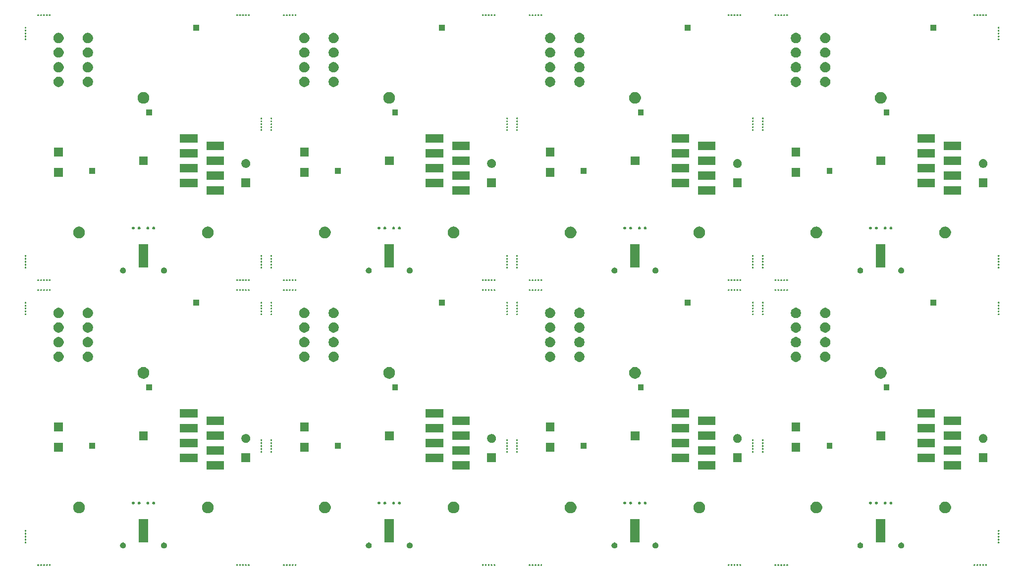
<source format=gbr>
%TF.GenerationSoftware,KiCad,Pcbnew,5.0.1-33cea8e~67~ubuntu18.04.1*%
%TF.CreationDate,2019-01-02T13:46:17+01:00*%
%TF.ProjectId,hvac-sensor-module_pcb-panel,687661632D73656E736F722D6D6F6475,1.0*%
%TF.SameCoordinates,Original*%
%TF.FileFunction,Soldermask,Bot*%
%TF.FilePolarity,Negative*%
%FSLAX46Y46*%
G04 Gerber Fmt 4.6, Leading zero omitted, Abs format (unit mm)*
G04 Created by KiCad (PCBNEW 5.0.1-33cea8e~67~ubuntu18.04.1) date Mi 02 Jan 2019 13:46:17 CET*
%MOMM*%
%LPD*%
G01*
G04 APERTURE LIST*
%ADD10C,0.100000*%
G04 APERTURE END LIST*
D10*
G36*
X88043754Y-143705764D02*
X88071052Y-143717071D01*
X88095623Y-143733489D01*
X88116511Y-143754377D01*
X88132929Y-143778948D01*
X88144236Y-143806246D01*
X88150000Y-143835225D01*
X88150000Y-143864775D01*
X88144236Y-143893754D01*
X88132929Y-143921052D01*
X88116511Y-143945623D01*
X88095623Y-143966511D01*
X88071052Y-143982929D01*
X88043754Y-143994236D01*
X88014775Y-144000000D01*
X87985225Y-144000000D01*
X87956246Y-143994236D01*
X87928948Y-143982929D01*
X87904377Y-143966511D01*
X87883489Y-143945623D01*
X87867071Y-143921052D01*
X87865485Y-143917222D01*
X87853934Y-143895611D01*
X87838389Y-143876669D01*
X87819447Y-143861124D01*
X87798636Y-143850000D01*
X87819446Y-143838877D01*
X87838388Y-143823332D01*
X87853933Y-143804390D01*
X87865485Y-143782778D01*
X87867071Y-143778948D01*
X87883489Y-143754377D01*
X87904377Y-143733489D01*
X87928948Y-143717071D01*
X87956246Y-143705764D01*
X87985225Y-143700000D01*
X88014775Y-143700000D01*
X88043754Y-143705764D01*
X88043754Y-143705764D01*
G37*
G36*
X179043754Y-143705764D02*
X179071052Y-143717071D01*
X179095623Y-143733489D01*
X179116511Y-143754377D01*
X179132929Y-143778948D01*
X179134515Y-143782778D01*
X179146066Y-143804389D01*
X179161611Y-143823331D01*
X179180553Y-143838876D01*
X179201364Y-143850000D01*
X179180554Y-143861123D01*
X179161612Y-143876668D01*
X179146067Y-143895610D01*
X179134515Y-143917222D01*
X179132929Y-143921052D01*
X179116511Y-143945623D01*
X179095623Y-143966511D01*
X179071052Y-143982929D01*
X179043754Y-143994236D01*
X179014775Y-144000000D01*
X178985225Y-144000000D01*
X178956246Y-143994236D01*
X178928948Y-143982929D01*
X178904377Y-143966511D01*
X178883489Y-143945623D01*
X178867071Y-143921052D01*
X178865485Y-143917222D01*
X178853934Y-143895611D01*
X178838389Y-143876669D01*
X178819447Y-143861124D01*
X178798636Y-143850000D01*
X178819446Y-143838877D01*
X178838388Y-143823332D01*
X178853933Y-143804390D01*
X178865485Y-143782778D01*
X178867071Y-143778948D01*
X178883489Y-143754377D01*
X178904377Y-143733489D01*
X178928948Y-143717071D01*
X178956246Y-143705764D01*
X178985225Y-143700000D01*
X179014775Y-143700000D01*
X179043754Y-143705764D01*
X179043754Y-143705764D01*
G37*
G36*
X137543754Y-143705764D02*
X137571052Y-143717071D01*
X137595623Y-143733489D01*
X137616511Y-143754377D01*
X137632929Y-143778948D01*
X137634515Y-143782778D01*
X137646066Y-143804389D01*
X137661611Y-143823331D01*
X137680553Y-143838876D01*
X137701364Y-143850000D01*
X137680554Y-143861123D01*
X137661612Y-143876668D01*
X137646067Y-143895610D01*
X137634515Y-143917222D01*
X137632929Y-143921052D01*
X137616511Y-143945623D01*
X137595623Y-143966511D01*
X137571052Y-143982929D01*
X137543754Y-143994236D01*
X137514775Y-144000000D01*
X137485225Y-144000000D01*
X137456246Y-143994236D01*
X137428948Y-143982929D01*
X137404377Y-143966511D01*
X137383489Y-143945623D01*
X137367071Y-143921052D01*
X137365485Y-143917222D01*
X137353934Y-143895611D01*
X137338389Y-143876669D01*
X137319447Y-143861124D01*
X137298636Y-143850000D01*
X137319446Y-143838877D01*
X137338388Y-143823332D01*
X137353933Y-143804390D01*
X137365485Y-143782778D01*
X137367071Y-143778948D01*
X137383489Y-143754377D01*
X137404377Y-143733489D01*
X137428948Y-143717071D01*
X137456246Y-143705764D01*
X137485225Y-143700000D01*
X137514775Y-143700000D01*
X137543754Y-143705764D01*
X137543754Y-143705764D01*
G37*
G36*
X138043754Y-143705764D02*
X138071052Y-143717071D01*
X138095623Y-143733489D01*
X138116511Y-143754377D01*
X138132929Y-143778948D01*
X138144236Y-143806246D01*
X138150000Y-143835225D01*
X138150000Y-143864775D01*
X138144236Y-143893754D01*
X138132929Y-143921052D01*
X138116511Y-143945623D01*
X138095623Y-143966511D01*
X138071052Y-143982929D01*
X138043754Y-143994236D01*
X138014775Y-144000000D01*
X137985225Y-144000000D01*
X137956246Y-143994236D01*
X137928948Y-143982929D01*
X137904377Y-143966511D01*
X137883489Y-143945623D01*
X137867071Y-143921052D01*
X137865485Y-143917222D01*
X137853934Y-143895611D01*
X137838389Y-143876669D01*
X137819447Y-143861124D01*
X137798636Y-143850000D01*
X137819446Y-143838877D01*
X137838388Y-143823332D01*
X137853933Y-143804390D01*
X137865485Y-143782778D01*
X137867071Y-143778948D01*
X137883489Y-143754377D01*
X137904377Y-143733489D01*
X137928948Y-143717071D01*
X137956246Y-143705764D01*
X137985225Y-143700000D01*
X138014775Y-143700000D01*
X138043754Y-143705764D01*
X138043754Y-143705764D01*
G37*
G36*
X136543754Y-143705764D02*
X136571052Y-143717071D01*
X136595623Y-143733489D01*
X136616511Y-143754377D01*
X136632929Y-143778948D01*
X136634515Y-143782778D01*
X136646066Y-143804389D01*
X136661611Y-143823331D01*
X136680553Y-143838876D01*
X136701364Y-143850000D01*
X136680554Y-143861123D01*
X136661612Y-143876668D01*
X136646067Y-143895610D01*
X136634515Y-143917222D01*
X136632929Y-143921052D01*
X136616511Y-143945623D01*
X136595623Y-143966511D01*
X136571052Y-143982929D01*
X136543754Y-143994236D01*
X136514775Y-144000000D01*
X136485225Y-144000000D01*
X136456246Y-143994236D01*
X136428948Y-143982929D01*
X136404377Y-143966511D01*
X136383489Y-143945623D01*
X136367071Y-143921052D01*
X136365485Y-143917222D01*
X136353934Y-143895611D01*
X136338389Y-143876669D01*
X136319447Y-143861124D01*
X136298636Y-143850000D01*
X136319446Y-143838877D01*
X136338388Y-143823332D01*
X136353933Y-143804390D01*
X136365485Y-143782778D01*
X136367071Y-143778948D01*
X136383489Y-143754377D01*
X136404377Y-143733489D01*
X136428948Y-143717071D01*
X136456246Y-143705764D01*
X136485225Y-143700000D01*
X136514775Y-143700000D01*
X136543754Y-143705764D01*
X136543754Y-143705764D01*
G37*
G36*
X170543754Y-143705764D02*
X170571052Y-143717071D01*
X170595623Y-143733489D01*
X170616511Y-143754377D01*
X170632929Y-143778948D01*
X170634515Y-143782778D01*
X170646066Y-143804389D01*
X170661611Y-143823331D01*
X170680553Y-143838876D01*
X170701364Y-143850000D01*
X170680554Y-143861123D01*
X170661612Y-143876668D01*
X170646067Y-143895610D01*
X170634515Y-143917222D01*
X170632929Y-143921052D01*
X170616511Y-143945623D01*
X170595623Y-143966511D01*
X170571052Y-143982929D01*
X170543754Y-143994236D01*
X170514775Y-144000000D01*
X170485225Y-144000000D01*
X170456246Y-143994236D01*
X170428948Y-143982929D01*
X170404377Y-143966511D01*
X170383489Y-143945623D01*
X170367071Y-143921052D01*
X170365485Y-143917222D01*
X170353934Y-143895611D01*
X170338389Y-143876669D01*
X170319447Y-143861124D01*
X170298636Y-143850000D01*
X170319446Y-143838877D01*
X170338388Y-143823332D01*
X170353933Y-143804390D01*
X170365485Y-143782778D01*
X170367071Y-143778948D01*
X170383489Y-143754377D01*
X170404377Y-143733489D01*
X170428948Y-143717071D01*
X170456246Y-143705764D01*
X170485225Y-143700000D01*
X170514775Y-143700000D01*
X170543754Y-143705764D01*
X170543754Y-143705764D01*
G37*
G36*
X172043754Y-143705764D02*
X172071052Y-143717071D01*
X172095623Y-143733489D01*
X172116511Y-143754377D01*
X172132929Y-143778948D01*
X172144236Y-143806246D01*
X172150000Y-143835225D01*
X172150000Y-143864775D01*
X172144236Y-143893754D01*
X172132929Y-143921052D01*
X172116511Y-143945623D01*
X172095623Y-143966511D01*
X172071052Y-143982929D01*
X172043754Y-143994236D01*
X172014775Y-144000000D01*
X171985225Y-144000000D01*
X171956246Y-143994236D01*
X171928948Y-143982929D01*
X171904377Y-143966511D01*
X171883489Y-143945623D01*
X171867071Y-143921052D01*
X171865485Y-143917222D01*
X171853934Y-143895611D01*
X171838389Y-143876669D01*
X171819447Y-143861124D01*
X171798636Y-143850000D01*
X171819446Y-143838877D01*
X171838388Y-143823332D01*
X171853933Y-143804390D01*
X171865485Y-143782778D01*
X171867071Y-143778948D01*
X171883489Y-143754377D01*
X171904377Y-143733489D01*
X171928948Y-143717071D01*
X171956246Y-143705764D01*
X171985225Y-143700000D01*
X172014775Y-143700000D01*
X172043754Y-143705764D01*
X172043754Y-143705764D01*
G37*
G36*
X171543754Y-143705764D02*
X171571052Y-143717071D01*
X171595623Y-143733489D01*
X171616511Y-143754377D01*
X171632929Y-143778948D01*
X171634515Y-143782778D01*
X171646066Y-143804389D01*
X171661611Y-143823331D01*
X171680553Y-143838876D01*
X171701364Y-143850000D01*
X171680554Y-143861123D01*
X171661612Y-143876668D01*
X171646067Y-143895610D01*
X171634515Y-143917222D01*
X171632929Y-143921052D01*
X171616511Y-143945623D01*
X171595623Y-143966511D01*
X171571052Y-143982929D01*
X171543754Y-143994236D01*
X171514775Y-144000000D01*
X171485225Y-144000000D01*
X171456246Y-143994236D01*
X171428948Y-143982929D01*
X171404377Y-143966511D01*
X171383489Y-143945623D01*
X171367071Y-143921052D01*
X171365485Y-143917222D01*
X171353934Y-143895611D01*
X171338389Y-143876669D01*
X171319447Y-143861124D01*
X171298636Y-143850000D01*
X171319446Y-143838877D01*
X171338388Y-143823332D01*
X171353933Y-143804390D01*
X171365485Y-143782778D01*
X171367071Y-143778948D01*
X171383489Y-143754377D01*
X171404377Y-143733489D01*
X171428948Y-143717071D01*
X171456246Y-143705764D01*
X171485225Y-143700000D01*
X171514775Y-143700000D01*
X171543754Y-143705764D01*
X171543754Y-143705764D01*
G37*
G36*
X171043754Y-143705764D02*
X171071052Y-143717071D01*
X171095623Y-143733489D01*
X171116511Y-143754377D01*
X171132929Y-143778948D01*
X171134515Y-143782778D01*
X171146066Y-143804389D01*
X171161611Y-143823331D01*
X171180553Y-143838876D01*
X171201364Y-143850000D01*
X171180554Y-143861123D01*
X171161612Y-143876668D01*
X171146067Y-143895610D01*
X171134515Y-143917222D01*
X171132929Y-143921052D01*
X171116511Y-143945623D01*
X171095623Y-143966511D01*
X171071052Y-143982929D01*
X171043754Y-143994236D01*
X171014775Y-144000000D01*
X170985225Y-144000000D01*
X170956246Y-143994236D01*
X170928948Y-143982929D01*
X170904377Y-143966511D01*
X170883489Y-143945623D01*
X170867071Y-143921052D01*
X170865485Y-143917222D01*
X170853934Y-143895611D01*
X170838389Y-143876669D01*
X170819447Y-143861124D01*
X170798636Y-143850000D01*
X170819446Y-143838877D01*
X170838388Y-143823332D01*
X170853933Y-143804390D01*
X170865485Y-143782778D01*
X170867071Y-143778948D01*
X170883489Y-143754377D01*
X170904377Y-143733489D01*
X170928948Y-143717071D01*
X170956246Y-143705764D01*
X170985225Y-143700000D01*
X171014775Y-143700000D01*
X171043754Y-143705764D01*
X171043754Y-143705764D01*
G37*
G36*
X170043754Y-143705764D02*
X170071052Y-143717071D01*
X170095623Y-143733489D01*
X170116511Y-143754377D01*
X170132929Y-143778948D01*
X170134515Y-143782778D01*
X170146066Y-143804389D01*
X170161611Y-143823331D01*
X170180553Y-143838876D01*
X170201364Y-143850000D01*
X170180554Y-143861123D01*
X170161612Y-143876668D01*
X170146067Y-143895610D01*
X170134515Y-143917222D01*
X170132929Y-143921052D01*
X170116511Y-143945623D01*
X170095623Y-143966511D01*
X170071052Y-143982929D01*
X170043754Y-143994236D01*
X170014775Y-144000000D01*
X169985225Y-144000000D01*
X169956246Y-143994236D01*
X169928948Y-143982929D01*
X169904377Y-143966511D01*
X169883489Y-143945623D01*
X169867071Y-143921052D01*
X169855764Y-143893754D01*
X169850000Y-143864775D01*
X169850000Y-143835225D01*
X169855764Y-143806246D01*
X169867071Y-143778948D01*
X169883489Y-143754377D01*
X169904377Y-143733489D01*
X169928948Y-143717071D01*
X169956246Y-143705764D01*
X169985225Y-143700000D01*
X170014775Y-143700000D01*
X170043754Y-143705764D01*
X170043754Y-143705764D01*
G37*
G36*
X178043754Y-143705764D02*
X178071052Y-143717071D01*
X178095623Y-143733489D01*
X178116511Y-143754377D01*
X178132929Y-143778948D01*
X178134515Y-143782778D01*
X178146066Y-143804389D01*
X178161611Y-143823331D01*
X178180553Y-143838876D01*
X178201364Y-143850000D01*
X178180554Y-143861123D01*
X178161612Y-143876668D01*
X178146067Y-143895610D01*
X178134515Y-143917222D01*
X178132929Y-143921052D01*
X178116511Y-143945623D01*
X178095623Y-143966511D01*
X178071052Y-143982929D01*
X178043754Y-143994236D01*
X178014775Y-144000000D01*
X177985225Y-144000000D01*
X177956246Y-143994236D01*
X177928948Y-143982929D01*
X177904377Y-143966511D01*
X177883489Y-143945623D01*
X177867071Y-143921052D01*
X177855764Y-143893754D01*
X177850000Y-143864775D01*
X177850000Y-143835225D01*
X177855764Y-143806246D01*
X177867071Y-143778948D01*
X177883489Y-143754377D01*
X177904377Y-143733489D01*
X177928948Y-143717071D01*
X177956246Y-143705764D01*
X177985225Y-143700000D01*
X178014775Y-143700000D01*
X178043754Y-143705764D01*
X178043754Y-143705764D01*
G37*
G36*
X128043754Y-143705764D02*
X128071052Y-143717071D01*
X128095623Y-143733489D01*
X128116511Y-143754377D01*
X128132929Y-143778948D01*
X128134515Y-143782778D01*
X128146066Y-143804389D01*
X128161611Y-143823331D01*
X128180553Y-143838876D01*
X128201364Y-143850000D01*
X128180554Y-143861123D01*
X128161612Y-143876668D01*
X128146067Y-143895610D01*
X128134515Y-143917222D01*
X128132929Y-143921052D01*
X128116511Y-143945623D01*
X128095623Y-143966511D01*
X128071052Y-143982929D01*
X128043754Y-143994236D01*
X128014775Y-144000000D01*
X127985225Y-144000000D01*
X127956246Y-143994236D01*
X127928948Y-143982929D01*
X127904377Y-143966511D01*
X127883489Y-143945623D01*
X127867071Y-143921052D01*
X127855764Y-143893754D01*
X127850000Y-143864775D01*
X127850000Y-143835225D01*
X127855764Y-143806246D01*
X127867071Y-143778948D01*
X127883489Y-143754377D01*
X127904377Y-143733489D01*
X127928948Y-143717071D01*
X127956246Y-143705764D01*
X127985225Y-143700000D01*
X128014775Y-143700000D01*
X128043754Y-143705764D01*
X128043754Y-143705764D01*
G37*
G36*
X179543754Y-143705764D02*
X179571052Y-143717071D01*
X179595623Y-143733489D01*
X179616511Y-143754377D01*
X179632929Y-143778948D01*
X179634515Y-143782778D01*
X179646066Y-143804389D01*
X179661611Y-143823331D01*
X179680553Y-143838876D01*
X179701364Y-143850000D01*
X179680554Y-143861123D01*
X179661612Y-143876668D01*
X179646067Y-143895610D01*
X179634515Y-143917222D01*
X179632929Y-143921052D01*
X179616511Y-143945623D01*
X179595623Y-143966511D01*
X179571052Y-143982929D01*
X179543754Y-143994236D01*
X179514775Y-144000000D01*
X179485225Y-144000000D01*
X179456246Y-143994236D01*
X179428948Y-143982929D01*
X179404377Y-143966511D01*
X179383489Y-143945623D01*
X179367071Y-143921052D01*
X179365485Y-143917222D01*
X179353934Y-143895611D01*
X179338389Y-143876669D01*
X179319447Y-143861124D01*
X179298636Y-143850000D01*
X179319446Y-143838877D01*
X179338388Y-143823332D01*
X179353933Y-143804390D01*
X179365485Y-143782778D01*
X179367071Y-143778948D01*
X179383489Y-143754377D01*
X179404377Y-143733489D01*
X179428948Y-143717071D01*
X179456246Y-143705764D01*
X179485225Y-143700000D01*
X179514775Y-143700000D01*
X179543754Y-143705764D01*
X179543754Y-143705764D01*
G37*
G36*
X180043754Y-143705764D02*
X180071052Y-143717071D01*
X180095623Y-143733489D01*
X180116511Y-143754377D01*
X180132929Y-143778948D01*
X180144236Y-143806246D01*
X180150000Y-143835225D01*
X180150000Y-143864775D01*
X180144236Y-143893754D01*
X180132929Y-143921052D01*
X180116511Y-143945623D01*
X180095623Y-143966511D01*
X180071052Y-143982929D01*
X180043754Y-143994236D01*
X180014775Y-144000000D01*
X179985225Y-144000000D01*
X179956246Y-143994236D01*
X179928948Y-143982929D01*
X179904377Y-143966511D01*
X179883489Y-143945623D01*
X179867071Y-143921052D01*
X179865485Y-143917222D01*
X179853934Y-143895611D01*
X179838389Y-143876669D01*
X179819447Y-143861124D01*
X179798636Y-143850000D01*
X179819446Y-143838877D01*
X179838388Y-143823332D01*
X179853933Y-143804390D01*
X179865485Y-143782778D01*
X179867071Y-143778948D01*
X179883489Y-143754377D01*
X179904377Y-143733489D01*
X179928948Y-143717071D01*
X179956246Y-143705764D01*
X179985225Y-143700000D01*
X180014775Y-143700000D01*
X180043754Y-143705764D01*
X180043754Y-143705764D01*
G37*
G36*
X178543754Y-143705764D02*
X178571052Y-143717071D01*
X178595623Y-143733489D01*
X178616511Y-143754377D01*
X178632929Y-143778948D01*
X178634515Y-143782778D01*
X178646066Y-143804389D01*
X178661611Y-143823331D01*
X178680553Y-143838876D01*
X178701364Y-143850000D01*
X178680554Y-143861123D01*
X178661612Y-143876668D01*
X178646067Y-143895610D01*
X178634515Y-143917222D01*
X178632929Y-143921052D01*
X178616511Y-143945623D01*
X178595623Y-143966511D01*
X178571052Y-143982929D01*
X178543754Y-143994236D01*
X178514775Y-144000000D01*
X178485225Y-144000000D01*
X178456246Y-143994236D01*
X178428948Y-143982929D01*
X178404377Y-143966511D01*
X178383489Y-143945623D01*
X178367071Y-143921052D01*
X178365485Y-143917222D01*
X178353934Y-143895611D01*
X178338389Y-143876669D01*
X178319447Y-143861124D01*
X178298636Y-143850000D01*
X178319446Y-143838877D01*
X178338388Y-143823332D01*
X178353933Y-143804390D01*
X178365485Y-143782778D01*
X178367071Y-143778948D01*
X178383489Y-143754377D01*
X178404377Y-143733489D01*
X178428948Y-143717071D01*
X178456246Y-143705764D01*
X178485225Y-143700000D01*
X178514775Y-143700000D01*
X178543754Y-143705764D01*
X178543754Y-143705764D01*
G37*
G36*
X212543754Y-143705764D02*
X212571052Y-143717071D01*
X212595623Y-143733489D01*
X212616511Y-143754377D01*
X212632929Y-143778948D01*
X212634515Y-143782778D01*
X212646066Y-143804389D01*
X212661611Y-143823331D01*
X212680553Y-143838876D01*
X212701364Y-143850000D01*
X212680554Y-143861123D01*
X212661612Y-143876668D01*
X212646067Y-143895610D01*
X212634515Y-143917222D01*
X212632929Y-143921052D01*
X212616511Y-143945623D01*
X212595623Y-143966511D01*
X212571052Y-143982929D01*
X212543754Y-143994236D01*
X212514775Y-144000000D01*
X212485225Y-144000000D01*
X212456246Y-143994236D01*
X212428948Y-143982929D01*
X212404377Y-143966511D01*
X212383489Y-143945623D01*
X212367071Y-143921052D01*
X212365485Y-143917222D01*
X212353934Y-143895611D01*
X212338389Y-143876669D01*
X212319447Y-143861124D01*
X212298636Y-143850000D01*
X212319446Y-143838877D01*
X212338388Y-143823332D01*
X212353933Y-143804390D01*
X212365485Y-143782778D01*
X212367071Y-143778948D01*
X212383489Y-143754377D01*
X212404377Y-143733489D01*
X212428948Y-143717071D01*
X212456246Y-143705764D01*
X212485225Y-143700000D01*
X212514775Y-143700000D01*
X212543754Y-143705764D01*
X212543754Y-143705764D01*
G37*
G36*
X213543754Y-143705764D02*
X213571052Y-143717071D01*
X213595623Y-143733489D01*
X213616511Y-143754377D01*
X213632929Y-143778948D01*
X213634515Y-143782778D01*
X213646066Y-143804389D01*
X213661611Y-143823331D01*
X213680553Y-143838876D01*
X213701364Y-143850000D01*
X213680554Y-143861123D01*
X213661612Y-143876668D01*
X213646067Y-143895610D01*
X213634515Y-143917222D01*
X213632929Y-143921052D01*
X213616511Y-143945623D01*
X213595623Y-143966511D01*
X213571052Y-143982929D01*
X213543754Y-143994236D01*
X213514775Y-144000000D01*
X213485225Y-144000000D01*
X213456246Y-143994236D01*
X213428948Y-143982929D01*
X213404377Y-143966511D01*
X213383489Y-143945623D01*
X213367071Y-143921052D01*
X213365485Y-143917222D01*
X213353934Y-143895611D01*
X213338389Y-143876669D01*
X213319447Y-143861124D01*
X213298636Y-143850000D01*
X213319446Y-143838877D01*
X213338388Y-143823332D01*
X213353933Y-143804390D01*
X213365485Y-143782778D01*
X213367071Y-143778948D01*
X213383489Y-143754377D01*
X213404377Y-143733489D01*
X213428948Y-143717071D01*
X213456246Y-143705764D01*
X213485225Y-143700000D01*
X213514775Y-143700000D01*
X213543754Y-143705764D01*
X213543754Y-143705764D01*
G37*
G36*
X213043754Y-143705764D02*
X213071052Y-143717071D01*
X213095623Y-143733489D01*
X213116511Y-143754377D01*
X213132929Y-143778948D01*
X213134515Y-143782778D01*
X213146066Y-143804389D01*
X213161611Y-143823331D01*
X213180553Y-143838876D01*
X213201364Y-143850000D01*
X213180554Y-143861123D01*
X213161612Y-143876668D01*
X213146067Y-143895610D01*
X213134515Y-143917222D01*
X213132929Y-143921052D01*
X213116511Y-143945623D01*
X213095623Y-143966511D01*
X213071052Y-143982929D01*
X213043754Y-143994236D01*
X213014775Y-144000000D01*
X212985225Y-144000000D01*
X212956246Y-143994236D01*
X212928948Y-143982929D01*
X212904377Y-143966511D01*
X212883489Y-143945623D01*
X212867071Y-143921052D01*
X212865485Y-143917222D01*
X212853934Y-143895611D01*
X212838389Y-143876669D01*
X212819447Y-143861124D01*
X212798636Y-143850000D01*
X212819446Y-143838877D01*
X212838388Y-143823332D01*
X212853933Y-143804390D01*
X212865485Y-143782778D01*
X212867071Y-143778948D01*
X212883489Y-143754377D01*
X212904377Y-143733489D01*
X212928948Y-143717071D01*
X212956246Y-143705764D01*
X212985225Y-143700000D01*
X213014775Y-143700000D01*
X213043754Y-143705764D01*
X213043754Y-143705764D01*
G37*
G36*
X212043754Y-143705764D02*
X212071052Y-143717071D01*
X212095623Y-143733489D01*
X212116511Y-143754377D01*
X212132929Y-143778948D01*
X212134515Y-143782778D01*
X212146066Y-143804389D01*
X212161611Y-143823331D01*
X212180553Y-143838876D01*
X212201364Y-143850000D01*
X212180554Y-143861123D01*
X212161612Y-143876668D01*
X212146067Y-143895610D01*
X212134515Y-143917222D01*
X212132929Y-143921052D01*
X212116511Y-143945623D01*
X212095623Y-143966511D01*
X212071052Y-143982929D01*
X212043754Y-143994236D01*
X212014775Y-144000000D01*
X211985225Y-144000000D01*
X211956246Y-143994236D01*
X211928948Y-143982929D01*
X211904377Y-143966511D01*
X211883489Y-143945623D01*
X211867071Y-143921052D01*
X211855764Y-143893754D01*
X211850000Y-143864775D01*
X211850000Y-143835225D01*
X211855764Y-143806246D01*
X211867071Y-143778948D01*
X211883489Y-143754377D01*
X211904377Y-143733489D01*
X211928948Y-143717071D01*
X211956246Y-143705764D01*
X211985225Y-143700000D01*
X212014775Y-143700000D01*
X212043754Y-143705764D01*
X212043754Y-143705764D01*
G37*
G36*
X137043754Y-143705764D02*
X137071052Y-143717071D01*
X137095623Y-143733489D01*
X137116511Y-143754377D01*
X137132929Y-143778948D01*
X137134515Y-143782778D01*
X137146066Y-143804389D01*
X137161611Y-143823331D01*
X137180553Y-143838876D01*
X137201364Y-143850000D01*
X137180554Y-143861123D01*
X137161612Y-143876668D01*
X137146067Y-143895610D01*
X137134515Y-143917222D01*
X137132929Y-143921052D01*
X137116511Y-143945623D01*
X137095623Y-143966511D01*
X137071052Y-143982929D01*
X137043754Y-143994236D01*
X137014775Y-144000000D01*
X136985225Y-144000000D01*
X136956246Y-143994236D01*
X136928948Y-143982929D01*
X136904377Y-143966511D01*
X136883489Y-143945623D01*
X136867071Y-143921052D01*
X136865485Y-143917222D01*
X136853934Y-143895611D01*
X136838389Y-143876669D01*
X136819447Y-143861124D01*
X136798636Y-143850000D01*
X136819446Y-143838877D01*
X136838388Y-143823332D01*
X136853933Y-143804390D01*
X136865485Y-143782778D01*
X136867071Y-143778948D01*
X136883489Y-143754377D01*
X136904377Y-143733489D01*
X136928948Y-143717071D01*
X136956246Y-143705764D01*
X136985225Y-143700000D01*
X137014775Y-143700000D01*
X137043754Y-143705764D01*
X137043754Y-143705764D01*
G37*
G36*
X86043754Y-143705764D02*
X86071052Y-143717071D01*
X86095623Y-143733489D01*
X86116511Y-143754377D01*
X86132929Y-143778948D01*
X86134515Y-143782778D01*
X86146066Y-143804389D01*
X86161611Y-143823331D01*
X86180553Y-143838876D01*
X86201364Y-143850000D01*
X86180554Y-143861123D01*
X86161612Y-143876668D01*
X86146067Y-143895610D01*
X86134515Y-143917222D01*
X86132929Y-143921052D01*
X86116511Y-143945623D01*
X86095623Y-143966511D01*
X86071052Y-143982929D01*
X86043754Y-143994236D01*
X86014775Y-144000000D01*
X85985225Y-144000000D01*
X85956246Y-143994236D01*
X85928948Y-143982929D01*
X85904377Y-143966511D01*
X85883489Y-143945623D01*
X85867071Y-143921052D01*
X85855764Y-143893754D01*
X85850000Y-143864775D01*
X85850000Y-143835225D01*
X85855764Y-143806246D01*
X85867071Y-143778948D01*
X85883489Y-143754377D01*
X85904377Y-143733489D01*
X85928948Y-143717071D01*
X85956246Y-143705764D01*
X85985225Y-143700000D01*
X86014775Y-143700000D01*
X86043754Y-143705764D01*
X86043754Y-143705764D01*
G37*
G36*
X94543754Y-143705764D02*
X94571052Y-143717071D01*
X94595623Y-143733489D01*
X94616511Y-143754377D01*
X94632929Y-143778948D01*
X94634515Y-143782778D01*
X94646066Y-143804389D01*
X94661611Y-143823331D01*
X94680553Y-143838876D01*
X94701364Y-143850000D01*
X94680554Y-143861123D01*
X94661612Y-143876668D01*
X94646067Y-143895610D01*
X94634515Y-143917222D01*
X94632929Y-143921052D01*
X94616511Y-143945623D01*
X94595623Y-143966511D01*
X94571052Y-143982929D01*
X94543754Y-143994236D01*
X94514775Y-144000000D01*
X94485225Y-144000000D01*
X94456246Y-143994236D01*
X94428948Y-143982929D01*
X94404377Y-143966511D01*
X94383489Y-143945623D01*
X94367071Y-143921052D01*
X94365485Y-143917222D01*
X94353934Y-143895611D01*
X94338389Y-143876669D01*
X94319447Y-143861124D01*
X94298636Y-143850000D01*
X94319446Y-143838877D01*
X94338388Y-143823332D01*
X94353933Y-143804390D01*
X94365485Y-143782778D01*
X94367071Y-143778948D01*
X94383489Y-143754377D01*
X94404377Y-143733489D01*
X94428948Y-143717071D01*
X94456246Y-143705764D01*
X94485225Y-143700000D01*
X94514775Y-143700000D01*
X94543754Y-143705764D01*
X94543754Y-143705764D01*
G37*
G36*
X214043754Y-143705764D02*
X214071052Y-143717071D01*
X214095623Y-143733489D01*
X214116511Y-143754377D01*
X214132929Y-143778948D01*
X214144236Y-143806246D01*
X214150000Y-143835225D01*
X214150000Y-143864775D01*
X214144236Y-143893754D01*
X214132929Y-143921052D01*
X214116511Y-143945623D01*
X214095623Y-143966511D01*
X214071052Y-143982929D01*
X214043754Y-143994236D01*
X214014775Y-144000000D01*
X213985225Y-144000000D01*
X213956246Y-143994236D01*
X213928948Y-143982929D01*
X213904377Y-143966511D01*
X213883489Y-143945623D01*
X213867071Y-143921052D01*
X213865485Y-143917222D01*
X213853934Y-143895611D01*
X213838389Y-143876669D01*
X213819447Y-143861124D01*
X213798636Y-143850000D01*
X213819446Y-143838877D01*
X213838388Y-143823332D01*
X213853933Y-143804390D01*
X213865485Y-143782778D01*
X213867071Y-143778948D01*
X213883489Y-143754377D01*
X213904377Y-143733489D01*
X213928948Y-143717071D01*
X213956246Y-143705764D01*
X213985225Y-143700000D01*
X214014775Y-143700000D01*
X214043754Y-143705764D01*
X214043754Y-143705764D01*
G37*
G36*
X129043754Y-143705764D02*
X129071052Y-143717071D01*
X129095623Y-143733489D01*
X129116511Y-143754377D01*
X129132929Y-143778948D01*
X129134515Y-143782778D01*
X129146066Y-143804389D01*
X129161611Y-143823331D01*
X129180553Y-143838876D01*
X129201364Y-143850000D01*
X129180554Y-143861123D01*
X129161612Y-143876668D01*
X129146067Y-143895610D01*
X129134515Y-143917222D01*
X129132929Y-143921052D01*
X129116511Y-143945623D01*
X129095623Y-143966511D01*
X129071052Y-143982929D01*
X129043754Y-143994236D01*
X129014775Y-144000000D01*
X128985225Y-144000000D01*
X128956246Y-143994236D01*
X128928948Y-143982929D01*
X128904377Y-143966511D01*
X128883489Y-143945623D01*
X128867071Y-143921052D01*
X128865485Y-143917222D01*
X128853934Y-143895611D01*
X128838389Y-143876669D01*
X128819447Y-143861124D01*
X128798636Y-143850000D01*
X128819446Y-143838877D01*
X128838388Y-143823332D01*
X128853933Y-143804390D01*
X128865485Y-143782778D01*
X128867071Y-143778948D01*
X128883489Y-143754377D01*
X128904377Y-143733489D01*
X128928948Y-143717071D01*
X128956246Y-143705764D01*
X128985225Y-143700000D01*
X129014775Y-143700000D01*
X129043754Y-143705764D01*
X129043754Y-143705764D01*
G37*
G36*
X129543754Y-143705764D02*
X129571052Y-143717071D01*
X129595623Y-143733489D01*
X129616511Y-143754377D01*
X129632929Y-143778948D01*
X129634515Y-143782778D01*
X129646066Y-143804389D01*
X129661611Y-143823331D01*
X129680553Y-143838876D01*
X129701364Y-143850000D01*
X129680554Y-143861123D01*
X129661612Y-143876668D01*
X129646067Y-143895610D01*
X129634515Y-143917222D01*
X129632929Y-143921052D01*
X129616511Y-143945623D01*
X129595623Y-143966511D01*
X129571052Y-143982929D01*
X129543754Y-143994236D01*
X129514775Y-144000000D01*
X129485225Y-144000000D01*
X129456246Y-143994236D01*
X129428948Y-143982929D01*
X129404377Y-143966511D01*
X129383489Y-143945623D01*
X129367071Y-143921052D01*
X129365485Y-143917222D01*
X129353934Y-143895611D01*
X129338389Y-143876669D01*
X129319447Y-143861124D01*
X129298636Y-143850000D01*
X129319446Y-143838877D01*
X129338388Y-143823332D01*
X129353933Y-143804390D01*
X129365485Y-143782778D01*
X129367071Y-143778948D01*
X129383489Y-143754377D01*
X129404377Y-143733489D01*
X129428948Y-143717071D01*
X129456246Y-143705764D01*
X129485225Y-143700000D01*
X129514775Y-143700000D01*
X129543754Y-143705764D01*
X129543754Y-143705764D01*
G37*
G36*
X130043754Y-143705764D02*
X130071052Y-143717071D01*
X130095623Y-143733489D01*
X130116511Y-143754377D01*
X130132929Y-143778948D01*
X130144236Y-143806246D01*
X130150000Y-143835225D01*
X130150000Y-143864775D01*
X130144236Y-143893754D01*
X130132929Y-143921052D01*
X130116511Y-143945623D01*
X130095623Y-143966511D01*
X130071052Y-143982929D01*
X130043754Y-143994236D01*
X130014775Y-144000000D01*
X129985225Y-144000000D01*
X129956246Y-143994236D01*
X129928948Y-143982929D01*
X129904377Y-143966511D01*
X129883489Y-143945623D01*
X129867071Y-143921052D01*
X129865485Y-143917222D01*
X129853934Y-143895611D01*
X129838389Y-143876669D01*
X129819447Y-143861124D01*
X129798636Y-143850000D01*
X129819446Y-143838877D01*
X129838388Y-143823332D01*
X129853933Y-143804390D01*
X129865485Y-143782778D01*
X129867071Y-143778948D01*
X129883489Y-143754377D01*
X129904377Y-143733489D01*
X129928948Y-143717071D01*
X129956246Y-143705764D01*
X129985225Y-143700000D01*
X130014775Y-143700000D01*
X130043754Y-143705764D01*
X130043754Y-143705764D01*
G37*
G36*
X128543754Y-143705764D02*
X128571052Y-143717071D01*
X128595623Y-143733489D01*
X128616511Y-143754377D01*
X128632929Y-143778948D01*
X128634515Y-143782778D01*
X128646066Y-143804389D01*
X128661611Y-143823331D01*
X128680553Y-143838876D01*
X128701364Y-143850000D01*
X128680554Y-143861123D01*
X128661612Y-143876668D01*
X128646067Y-143895610D01*
X128634515Y-143917222D01*
X128632929Y-143921052D01*
X128616511Y-143945623D01*
X128595623Y-143966511D01*
X128571052Y-143982929D01*
X128543754Y-143994236D01*
X128514775Y-144000000D01*
X128485225Y-144000000D01*
X128456246Y-143994236D01*
X128428948Y-143982929D01*
X128404377Y-143966511D01*
X128383489Y-143945623D01*
X128367071Y-143921052D01*
X128365485Y-143917222D01*
X128353934Y-143895611D01*
X128338389Y-143876669D01*
X128319447Y-143861124D01*
X128298636Y-143850000D01*
X128319446Y-143838877D01*
X128338388Y-143823332D01*
X128353933Y-143804390D01*
X128365485Y-143782778D01*
X128367071Y-143778948D01*
X128383489Y-143754377D01*
X128404377Y-143733489D01*
X128428948Y-143717071D01*
X128456246Y-143705764D01*
X128485225Y-143700000D01*
X128514775Y-143700000D01*
X128543754Y-143705764D01*
X128543754Y-143705764D01*
G37*
G36*
X96043754Y-143705764D02*
X96071052Y-143717071D01*
X96095623Y-143733489D01*
X96116511Y-143754377D01*
X96132929Y-143778948D01*
X96144236Y-143806246D01*
X96150000Y-143835225D01*
X96150000Y-143864775D01*
X96144236Y-143893754D01*
X96132929Y-143921052D01*
X96116511Y-143945623D01*
X96095623Y-143966511D01*
X96071052Y-143982929D01*
X96043754Y-143994236D01*
X96014775Y-144000000D01*
X95985225Y-144000000D01*
X95956246Y-143994236D01*
X95928948Y-143982929D01*
X95904377Y-143966511D01*
X95883489Y-143945623D01*
X95867071Y-143921052D01*
X95865485Y-143917222D01*
X95853934Y-143895611D01*
X95838389Y-143876669D01*
X95819447Y-143861124D01*
X95798636Y-143850000D01*
X95819446Y-143838877D01*
X95838388Y-143823332D01*
X95853933Y-143804390D01*
X95865485Y-143782778D01*
X95867071Y-143778948D01*
X95883489Y-143754377D01*
X95904377Y-143733489D01*
X95928948Y-143717071D01*
X95956246Y-143705764D01*
X95985225Y-143700000D01*
X96014775Y-143700000D01*
X96043754Y-143705764D01*
X96043754Y-143705764D01*
G37*
G36*
X95543754Y-143705764D02*
X95571052Y-143717071D01*
X95595623Y-143733489D01*
X95616511Y-143754377D01*
X95632929Y-143778948D01*
X95634515Y-143782778D01*
X95646066Y-143804389D01*
X95661611Y-143823331D01*
X95680553Y-143838876D01*
X95701364Y-143850000D01*
X95680554Y-143861123D01*
X95661612Y-143876668D01*
X95646067Y-143895610D01*
X95634515Y-143917222D01*
X95632929Y-143921052D01*
X95616511Y-143945623D01*
X95595623Y-143966511D01*
X95571052Y-143982929D01*
X95543754Y-143994236D01*
X95514775Y-144000000D01*
X95485225Y-144000000D01*
X95456246Y-143994236D01*
X95428948Y-143982929D01*
X95404377Y-143966511D01*
X95383489Y-143945623D01*
X95367071Y-143921052D01*
X95365485Y-143917222D01*
X95353934Y-143895611D01*
X95338389Y-143876669D01*
X95319447Y-143861124D01*
X95298636Y-143850000D01*
X95319446Y-143838877D01*
X95338388Y-143823332D01*
X95353933Y-143804390D01*
X95365485Y-143782778D01*
X95367071Y-143778948D01*
X95383489Y-143754377D01*
X95404377Y-143733489D01*
X95428948Y-143717071D01*
X95456246Y-143705764D01*
X95485225Y-143700000D01*
X95514775Y-143700000D01*
X95543754Y-143705764D01*
X95543754Y-143705764D01*
G37*
G36*
X95043754Y-143705764D02*
X95071052Y-143717071D01*
X95095623Y-143733489D01*
X95116511Y-143754377D01*
X95132929Y-143778948D01*
X95134515Y-143782778D01*
X95146066Y-143804389D01*
X95161611Y-143823331D01*
X95180553Y-143838876D01*
X95201364Y-143850000D01*
X95180554Y-143861123D01*
X95161612Y-143876668D01*
X95146067Y-143895610D01*
X95134515Y-143917222D01*
X95132929Y-143921052D01*
X95116511Y-143945623D01*
X95095623Y-143966511D01*
X95071052Y-143982929D01*
X95043754Y-143994236D01*
X95014775Y-144000000D01*
X94985225Y-144000000D01*
X94956246Y-143994236D01*
X94928948Y-143982929D01*
X94904377Y-143966511D01*
X94883489Y-143945623D01*
X94867071Y-143921052D01*
X94865485Y-143917222D01*
X94853934Y-143895611D01*
X94838389Y-143876669D01*
X94819447Y-143861124D01*
X94798636Y-143850000D01*
X94819446Y-143838877D01*
X94838388Y-143823332D01*
X94853933Y-143804390D01*
X94865485Y-143782778D01*
X94867071Y-143778948D01*
X94883489Y-143754377D01*
X94904377Y-143733489D01*
X94928948Y-143717071D01*
X94956246Y-143705764D01*
X94985225Y-143700000D01*
X95014775Y-143700000D01*
X95043754Y-143705764D01*
X95043754Y-143705764D01*
G37*
G36*
X94043754Y-143705764D02*
X94071052Y-143717071D01*
X94095623Y-143733489D01*
X94116511Y-143754377D01*
X94132929Y-143778948D01*
X94134515Y-143782778D01*
X94146066Y-143804389D01*
X94161611Y-143823331D01*
X94180553Y-143838876D01*
X94201364Y-143850000D01*
X94180554Y-143861123D01*
X94161612Y-143876668D01*
X94146067Y-143895610D01*
X94134515Y-143917222D01*
X94132929Y-143921052D01*
X94116511Y-143945623D01*
X94095623Y-143966511D01*
X94071052Y-143982929D01*
X94043754Y-143994236D01*
X94014775Y-144000000D01*
X93985225Y-144000000D01*
X93956246Y-143994236D01*
X93928948Y-143982929D01*
X93904377Y-143966511D01*
X93883489Y-143945623D01*
X93867071Y-143921052D01*
X93855764Y-143893754D01*
X93850000Y-143864775D01*
X93850000Y-143835225D01*
X93855764Y-143806246D01*
X93867071Y-143778948D01*
X93883489Y-143754377D01*
X93904377Y-143733489D01*
X93928948Y-143717071D01*
X93956246Y-143705764D01*
X93985225Y-143700000D01*
X94014775Y-143700000D01*
X94043754Y-143705764D01*
X94043754Y-143705764D01*
G37*
G36*
X87043754Y-143705764D02*
X87071052Y-143717071D01*
X87095623Y-143733489D01*
X87116511Y-143754377D01*
X87132929Y-143778948D01*
X87134515Y-143782778D01*
X87146066Y-143804389D01*
X87161611Y-143823331D01*
X87180553Y-143838876D01*
X87201364Y-143850000D01*
X87180554Y-143861123D01*
X87161612Y-143876668D01*
X87146067Y-143895610D01*
X87134515Y-143917222D01*
X87132929Y-143921052D01*
X87116511Y-143945623D01*
X87095623Y-143966511D01*
X87071052Y-143982929D01*
X87043754Y-143994236D01*
X87014775Y-144000000D01*
X86985225Y-144000000D01*
X86956246Y-143994236D01*
X86928948Y-143982929D01*
X86904377Y-143966511D01*
X86883489Y-143945623D01*
X86867071Y-143921052D01*
X86865485Y-143917222D01*
X86853934Y-143895611D01*
X86838389Y-143876669D01*
X86819447Y-143861124D01*
X86798636Y-143850000D01*
X86819446Y-143838877D01*
X86838388Y-143823332D01*
X86853933Y-143804390D01*
X86865485Y-143782778D01*
X86867071Y-143778948D01*
X86883489Y-143754377D01*
X86904377Y-143733489D01*
X86928948Y-143717071D01*
X86956246Y-143705764D01*
X86985225Y-143700000D01*
X87014775Y-143700000D01*
X87043754Y-143705764D01*
X87043754Y-143705764D01*
G37*
G36*
X52043754Y-143705764D02*
X52071052Y-143717071D01*
X52095623Y-143733489D01*
X52116511Y-143754377D01*
X52132929Y-143778948D01*
X52134515Y-143782778D01*
X52146066Y-143804389D01*
X52161611Y-143823331D01*
X52180553Y-143838876D01*
X52201364Y-143850000D01*
X52180554Y-143861123D01*
X52161612Y-143876668D01*
X52146067Y-143895610D01*
X52134515Y-143917222D01*
X52132929Y-143921052D01*
X52116511Y-143945623D01*
X52095623Y-143966511D01*
X52071052Y-143982929D01*
X52043754Y-143994236D01*
X52014775Y-144000000D01*
X51985225Y-144000000D01*
X51956246Y-143994236D01*
X51928948Y-143982929D01*
X51904377Y-143966511D01*
X51883489Y-143945623D01*
X51867071Y-143921052D01*
X51855764Y-143893754D01*
X51850000Y-143864775D01*
X51850000Y-143835225D01*
X51855764Y-143806246D01*
X51867071Y-143778948D01*
X51883489Y-143754377D01*
X51904377Y-143733489D01*
X51928948Y-143717071D01*
X51956246Y-143705764D01*
X51985225Y-143700000D01*
X52014775Y-143700000D01*
X52043754Y-143705764D01*
X52043754Y-143705764D01*
G37*
G36*
X53043754Y-143705764D02*
X53071052Y-143717071D01*
X53095623Y-143733489D01*
X53116511Y-143754377D01*
X53132929Y-143778948D01*
X53134515Y-143782778D01*
X53146066Y-143804389D01*
X53161611Y-143823331D01*
X53180553Y-143838876D01*
X53201364Y-143850000D01*
X53180554Y-143861123D01*
X53161612Y-143876668D01*
X53146067Y-143895610D01*
X53134515Y-143917222D01*
X53132929Y-143921052D01*
X53116511Y-143945623D01*
X53095623Y-143966511D01*
X53071052Y-143982929D01*
X53043754Y-143994236D01*
X53014775Y-144000000D01*
X52985225Y-144000000D01*
X52956246Y-143994236D01*
X52928948Y-143982929D01*
X52904377Y-143966511D01*
X52883489Y-143945623D01*
X52867071Y-143921052D01*
X52865485Y-143917222D01*
X52853934Y-143895611D01*
X52838389Y-143876669D01*
X52819447Y-143861124D01*
X52798636Y-143850000D01*
X52819446Y-143838877D01*
X52838388Y-143823332D01*
X52853933Y-143804390D01*
X52865485Y-143782778D01*
X52867071Y-143778948D01*
X52883489Y-143754377D01*
X52904377Y-143733489D01*
X52928948Y-143717071D01*
X52956246Y-143705764D01*
X52985225Y-143700000D01*
X53014775Y-143700000D01*
X53043754Y-143705764D01*
X53043754Y-143705764D01*
G37*
G36*
X53543754Y-143705764D02*
X53571052Y-143717071D01*
X53595623Y-143733489D01*
X53616511Y-143754377D01*
X53632929Y-143778948D01*
X53634515Y-143782778D01*
X53646066Y-143804389D01*
X53661611Y-143823331D01*
X53680553Y-143838876D01*
X53701364Y-143850000D01*
X53680554Y-143861123D01*
X53661612Y-143876668D01*
X53646067Y-143895610D01*
X53634515Y-143917222D01*
X53632929Y-143921052D01*
X53616511Y-143945623D01*
X53595623Y-143966511D01*
X53571052Y-143982929D01*
X53543754Y-143994236D01*
X53514775Y-144000000D01*
X53485225Y-144000000D01*
X53456246Y-143994236D01*
X53428948Y-143982929D01*
X53404377Y-143966511D01*
X53383489Y-143945623D01*
X53367071Y-143921052D01*
X53365485Y-143917222D01*
X53353934Y-143895611D01*
X53338389Y-143876669D01*
X53319447Y-143861124D01*
X53298636Y-143850000D01*
X53319446Y-143838877D01*
X53338388Y-143823332D01*
X53353933Y-143804390D01*
X53365485Y-143782778D01*
X53367071Y-143778948D01*
X53383489Y-143754377D01*
X53404377Y-143733489D01*
X53428948Y-143717071D01*
X53456246Y-143705764D01*
X53485225Y-143700000D01*
X53514775Y-143700000D01*
X53543754Y-143705764D01*
X53543754Y-143705764D01*
G37*
G36*
X54043754Y-143705764D02*
X54071052Y-143717071D01*
X54095623Y-143733489D01*
X54116511Y-143754377D01*
X54132929Y-143778948D01*
X54144236Y-143806246D01*
X54150000Y-143835225D01*
X54150000Y-143864775D01*
X54144236Y-143893754D01*
X54132929Y-143921052D01*
X54116511Y-143945623D01*
X54095623Y-143966511D01*
X54071052Y-143982929D01*
X54043754Y-143994236D01*
X54014775Y-144000000D01*
X53985225Y-144000000D01*
X53956246Y-143994236D01*
X53928948Y-143982929D01*
X53904377Y-143966511D01*
X53883489Y-143945623D01*
X53867071Y-143921052D01*
X53865485Y-143917222D01*
X53853934Y-143895611D01*
X53838389Y-143876669D01*
X53819447Y-143861124D01*
X53798636Y-143850000D01*
X53819446Y-143838877D01*
X53838388Y-143823332D01*
X53853933Y-143804390D01*
X53865485Y-143782778D01*
X53867071Y-143778948D01*
X53883489Y-143754377D01*
X53904377Y-143733489D01*
X53928948Y-143717071D01*
X53956246Y-143705764D01*
X53985225Y-143700000D01*
X54014775Y-143700000D01*
X54043754Y-143705764D01*
X54043754Y-143705764D01*
G37*
G36*
X52543754Y-143705764D02*
X52571052Y-143717071D01*
X52595623Y-143733489D01*
X52616511Y-143754377D01*
X52632929Y-143778948D01*
X52634515Y-143782778D01*
X52646066Y-143804389D01*
X52661611Y-143823331D01*
X52680553Y-143838876D01*
X52701364Y-143850000D01*
X52680554Y-143861123D01*
X52661612Y-143876668D01*
X52646067Y-143895610D01*
X52634515Y-143917222D01*
X52632929Y-143921052D01*
X52616511Y-143945623D01*
X52595623Y-143966511D01*
X52571052Y-143982929D01*
X52543754Y-143994236D01*
X52514775Y-144000000D01*
X52485225Y-144000000D01*
X52456246Y-143994236D01*
X52428948Y-143982929D01*
X52404377Y-143966511D01*
X52383489Y-143945623D01*
X52367071Y-143921052D01*
X52365485Y-143917222D01*
X52353934Y-143895611D01*
X52338389Y-143876669D01*
X52319447Y-143861124D01*
X52298636Y-143850000D01*
X52319446Y-143838877D01*
X52338388Y-143823332D01*
X52353933Y-143804390D01*
X52365485Y-143782778D01*
X52367071Y-143778948D01*
X52383489Y-143754377D01*
X52404377Y-143733489D01*
X52428948Y-143717071D01*
X52456246Y-143705764D01*
X52485225Y-143700000D01*
X52514775Y-143700000D01*
X52543754Y-143705764D01*
X52543754Y-143705764D01*
G37*
G36*
X86543754Y-143705764D02*
X86571052Y-143717071D01*
X86595623Y-143733489D01*
X86616511Y-143754377D01*
X86632929Y-143778948D01*
X86634515Y-143782778D01*
X86646066Y-143804389D01*
X86661611Y-143823331D01*
X86680553Y-143838876D01*
X86701364Y-143850000D01*
X86680554Y-143861123D01*
X86661612Y-143876668D01*
X86646067Y-143895610D01*
X86634515Y-143917222D01*
X86632929Y-143921052D01*
X86616511Y-143945623D01*
X86595623Y-143966511D01*
X86571052Y-143982929D01*
X86543754Y-143994236D01*
X86514775Y-144000000D01*
X86485225Y-144000000D01*
X86456246Y-143994236D01*
X86428948Y-143982929D01*
X86404377Y-143966511D01*
X86383489Y-143945623D01*
X86367071Y-143921052D01*
X86365485Y-143917222D01*
X86353934Y-143895611D01*
X86338389Y-143876669D01*
X86319447Y-143861124D01*
X86298636Y-143850000D01*
X86319446Y-143838877D01*
X86338388Y-143823332D01*
X86353933Y-143804390D01*
X86365485Y-143782778D01*
X86367071Y-143778948D01*
X86383489Y-143754377D01*
X86404377Y-143733489D01*
X86428948Y-143717071D01*
X86456246Y-143705764D01*
X86485225Y-143700000D01*
X86514775Y-143700000D01*
X86543754Y-143705764D01*
X86543754Y-143705764D01*
G37*
G36*
X87543754Y-143705764D02*
X87571052Y-143717071D01*
X87595623Y-143733489D01*
X87616511Y-143754377D01*
X87632929Y-143778948D01*
X87634515Y-143782778D01*
X87646066Y-143804389D01*
X87661611Y-143823331D01*
X87680553Y-143838876D01*
X87701364Y-143850000D01*
X87680554Y-143861123D01*
X87661612Y-143876668D01*
X87646067Y-143895610D01*
X87634515Y-143917222D01*
X87632929Y-143921052D01*
X87616511Y-143945623D01*
X87595623Y-143966511D01*
X87571052Y-143982929D01*
X87543754Y-143994236D01*
X87514775Y-144000000D01*
X87485225Y-144000000D01*
X87456246Y-143994236D01*
X87428948Y-143982929D01*
X87404377Y-143966511D01*
X87383489Y-143945623D01*
X87367071Y-143921052D01*
X87365485Y-143917222D01*
X87353934Y-143895611D01*
X87338389Y-143876669D01*
X87319447Y-143861124D01*
X87298636Y-143850000D01*
X87319446Y-143838877D01*
X87338388Y-143823332D01*
X87353933Y-143804390D01*
X87365485Y-143782778D01*
X87367071Y-143778948D01*
X87383489Y-143754377D01*
X87404377Y-143733489D01*
X87428948Y-143717071D01*
X87456246Y-143705764D01*
X87485225Y-143700000D01*
X87514775Y-143700000D01*
X87543754Y-143705764D01*
X87543754Y-143705764D01*
G37*
G36*
X136043754Y-143705764D02*
X136071052Y-143717071D01*
X136095623Y-143733489D01*
X136116511Y-143754377D01*
X136132929Y-143778948D01*
X136134515Y-143782778D01*
X136146066Y-143804389D01*
X136161611Y-143823331D01*
X136180553Y-143838876D01*
X136201364Y-143850000D01*
X136180554Y-143861123D01*
X136161612Y-143876668D01*
X136146067Y-143895610D01*
X136134515Y-143917222D01*
X136132929Y-143921052D01*
X136116511Y-143945623D01*
X136095623Y-143966511D01*
X136071052Y-143982929D01*
X136043754Y-143994236D01*
X136014775Y-144000000D01*
X135985225Y-144000000D01*
X135956246Y-143994236D01*
X135928948Y-143982929D01*
X135904377Y-143966511D01*
X135883489Y-143945623D01*
X135867071Y-143921052D01*
X135855764Y-143893754D01*
X135850000Y-143864775D01*
X135850000Y-143835225D01*
X135855764Y-143806246D01*
X135867071Y-143778948D01*
X135883489Y-143754377D01*
X135904377Y-143733489D01*
X135928948Y-143717071D01*
X135956246Y-143705764D01*
X135985225Y-143700000D01*
X136014775Y-143700000D01*
X136043754Y-143705764D01*
X136043754Y-143705764D01*
G37*
G36*
X199623519Y-140014774D02*
X199645845Y-140019215D01*
X199705088Y-140043754D01*
X199736839Y-140056906D01*
X199817640Y-140110896D01*
X199818734Y-140111627D01*
X199888373Y-140181266D01*
X199943095Y-140263163D01*
X199980785Y-140354155D01*
X200000000Y-140450755D01*
X200000000Y-140549245D01*
X199980785Y-140645845D01*
X199943095Y-140736837D01*
X199888373Y-140818734D01*
X199818734Y-140888373D01*
X199818731Y-140888375D01*
X199736839Y-140943094D01*
X199645845Y-140980785D01*
X199549246Y-141000000D01*
X199450754Y-141000000D01*
X199354155Y-140980785D01*
X199263161Y-140943094D01*
X199181269Y-140888375D01*
X199181266Y-140888373D01*
X199111627Y-140818734D01*
X199056905Y-140736837D01*
X199019215Y-140645845D01*
X199000000Y-140549245D01*
X199000000Y-140450755D01*
X199019215Y-140354155D01*
X199056905Y-140263163D01*
X199111627Y-140181266D01*
X199181266Y-140111627D01*
X199182360Y-140110896D01*
X199263161Y-140056906D01*
X199294913Y-140043754D01*
X199354155Y-140019215D01*
X199376481Y-140014774D01*
X199450754Y-140000000D01*
X199549246Y-140000000D01*
X199623519Y-140014774D01*
X199623519Y-140014774D01*
G37*
G36*
X157623519Y-140014774D02*
X157645845Y-140019215D01*
X157705088Y-140043754D01*
X157736839Y-140056906D01*
X157817640Y-140110896D01*
X157818734Y-140111627D01*
X157888373Y-140181266D01*
X157943095Y-140263163D01*
X157980785Y-140354155D01*
X158000000Y-140450755D01*
X158000000Y-140549245D01*
X157980785Y-140645845D01*
X157943095Y-140736837D01*
X157888373Y-140818734D01*
X157818734Y-140888373D01*
X157818731Y-140888375D01*
X157736839Y-140943094D01*
X157645845Y-140980785D01*
X157549246Y-141000000D01*
X157450754Y-141000000D01*
X157354155Y-140980785D01*
X157263161Y-140943094D01*
X157181269Y-140888375D01*
X157181266Y-140888373D01*
X157111627Y-140818734D01*
X157056905Y-140736837D01*
X157019215Y-140645845D01*
X157000000Y-140549245D01*
X157000000Y-140450755D01*
X157019215Y-140354155D01*
X157056905Y-140263163D01*
X157111627Y-140181266D01*
X157181266Y-140111627D01*
X157182360Y-140110896D01*
X157263161Y-140056906D01*
X157294913Y-140043754D01*
X157354155Y-140019215D01*
X157376481Y-140014774D01*
X157450754Y-140000000D01*
X157549246Y-140000000D01*
X157623519Y-140014774D01*
X157623519Y-140014774D01*
G37*
G36*
X66623519Y-140014774D02*
X66645845Y-140019215D01*
X66705088Y-140043754D01*
X66736839Y-140056906D01*
X66817640Y-140110896D01*
X66818734Y-140111627D01*
X66888373Y-140181266D01*
X66943095Y-140263163D01*
X66980785Y-140354155D01*
X67000000Y-140450755D01*
X67000000Y-140549245D01*
X66980785Y-140645845D01*
X66943095Y-140736837D01*
X66888373Y-140818734D01*
X66818734Y-140888373D01*
X66818731Y-140888375D01*
X66736839Y-140943094D01*
X66645845Y-140980785D01*
X66549246Y-141000000D01*
X66450754Y-141000000D01*
X66354155Y-140980785D01*
X66263161Y-140943094D01*
X66181269Y-140888375D01*
X66181266Y-140888373D01*
X66111627Y-140818734D01*
X66056905Y-140736837D01*
X66019215Y-140645845D01*
X66000000Y-140549245D01*
X66000000Y-140450755D01*
X66019215Y-140354155D01*
X66056905Y-140263163D01*
X66111627Y-140181266D01*
X66181266Y-140111627D01*
X66182360Y-140110896D01*
X66263161Y-140056906D01*
X66294913Y-140043754D01*
X66354155Y-140019215D01*
X66376481Y-140014774D01*
X66450754Y-140000000D01*
X66549246Y-140000000D01*
X66623519Y-140014774D01*
X66623519Y-140014774D01*
G37*
G36*
X108623519Y-140014774D02*
X108645845Y-140019215D01*
X108705088Y-140043754D01*
X108736839Y-140056906D01*
X108817640Y-140110896D01*
X108818734Y-140111627D01*
X108888373Y-140181266D01*
X108943095Y-140263163D01*
X108980785Y-140354155D01*
X109000000Y-140450755D01*
X109000000Y-140549245D01*
X108980785Y-140645845D01*
X108943095Y-140736837D01*
X108888373Y-140818734D01*
X108818734Y-140888373D01*
X108818731Y-140888375D01*
X108736839Y-140943094D01*
X108645845Y-140980785D01*
X108549246Y-141000000D01*
X108450754Y-141000000D01*
X108354155Y-140980785D01*
X108263161Y-140943094D01*
X108181269Y-140888375D01*
X108181266Y-140888373D01*
X108111627Y-140818734D01*
X108056905Y-140736837D01*
X108019215Y-140645845D01*
X108000000Y-140549245D01*
X108000000Y-140450755D01*
X108019215Y-140354155D01*
X108056905Y-140263163D01*
X108111627Y-140181266D01*
X108181266Y-140111627D01*
X108182360Y-140110896D01*
X108263161Y-140056906D01*
X108294913Y-140043754D01*
X108354155Y-140019215D01*
X108376481Y-140014774D01*
X108450754Y-140000000D01*
X108549246Y-140000000D01*
X108623519Y-140014774D01*
X108623519Y-140014774D01*
G37*
G36*
X150623519Y-140014774D02*
X150645845Y-140019215D01*
X150705088Y-140043754D01*
X150736839Y-140056906D01*
X150817640Y-140110896D01*
X150818734Y-140111627D01*
X150888373Y-140181266D01*
X150943095Y-140263163D01*
X150980785Y-140354155D01*
X151000000Y-140450755D01*
X151000000Y-140549245D01*
X150980785Y-140645845D01*
X150943095Y-140736837D01*
X150888373Y-140818734D01*
X150818734Y-140888373D01*
X150818731Y-140888375D01*
X150736839Y-140943094D01*
X150645845Y-140980785D01*
X150549246Y-141000000D01*
X150450754Y-141000000D01*
X150354155Y-140980785D01*
X150263161Y-140943094D01*
X150181269Y-140888375D01*
X150181266Y-140888373D01*
X150111627Y-140818734D01*
X150056905Y-140736837D01*
X150019215Y-140645845D01*
X150000000Y-140549245D01*
X150000000Y-140450755D01*
X150019215Y-140354155D01*
X150056905Y-140263163D01*
X150111627Y-140181266D01*
X150181266Y-140111627D01*
X150182360Y-140110896D01*
X150263161Y-140056906D01*
X150294913Y-140043754D01*
X150354155Y-140019215D01*
X150376481Y-140014774D01*
X150450754Y-140000000D01*
X150549246Y-140000000D01*
X150623519Y-140014774D01*
X150623519Y-140014774D01*
G37*
G36*
X192623519Y-140014774D02*
X192645845Y-140019215D01*
X192705088Y-140043754D01*
X192736839Y-140056906D01*
X192817640Y-140110896D01*
X192818734Y-140111627D01*
X192888373Y-140181266D01*
X192943095Y-140263163D01*
X192980785Y-140354155D01*
X193000000Y-140450755D01*
X193000000Y-140549245D01*
X192980785Y-140645845D01*
X192943095Y-140736837D01*
X192888373Y-140818734D01*
X192818734Y-140888373D01*
X192818731Y-140888375D01*
X192736839Y-140943094D01*
X192645845Y-140980785D01*
X192549246Y-141000000D01*
X192450754Y-141000000D01*
X192354155Y-140980785D01*
X192263161Y-140943094D01*
X192181269Y-140888375D01*
X192181266Y-140888373D01*
X192111627Y-140818734D01*
X192056905Y-140736837D01*
X192019215Y-140645845D01*
X192000000Y-140549245D01*
X192000000Y-140450755D01*
X192019215Y-140354155D01*
X192056905Y-140263163D01*
X192111627Y-140181266D01*
X192181266Y-140111627D01*
X192182360Y-140110896D01*
X192263161Y-140056906D01*
X192294913Y-140043754D01*
X192354155Y-140019215D01*
X192376481Y-140014774D01*
X192450754Y-140000000D01*
X192549246Y-140000000D01*
X192623519Y-140014774D01*
X192623519Y-140014774D01*
G37*
G36*
X73623519Y-140014774D02*
X73645845Y-140019215D01*
X73705088Y-140043754D01*
X73736839Y-140056906D01*
X73817640Y-140110896D01*
X73818734Y-140111627D01*
X73888373Y-140181266D01*
X73943095Y-140263163D01*
X73980785Y-140354155D01*
X74000000Y-140450755D01*
X74000000Y-140549245D01*
X73980785Y-140645845D01*
X73943095Y-140736837D01*
X73888373Y-140818734D01*
X73818734Y-140888373D01*
X73818731Y-140888375D01*
X73736839Y-140943094D01*
X73645845Y-140980785D01*
X73549246Y-141000000D01*
X73450754Y-141000000D01*
X73354155Y-140980785D01*
X73263161Y-140943094D01*
X73181269Y-140888375D01*
X73181266Y-140888373D01*
X73111627Y-140818734D01*
X73056905Y-140736837D01*
X73019215Y-140645845D01*
X73000000Y-140549245D01*
X73000000Y-140450755D01*
X73019215Y-140354155D01*
X73056905Y-140263163D01*
X73111627Y-140181266D01*
X73181266Y-140111627D01*
X73182360Y-140110896D01*
X73263161Y-140056906D01*
X73294913Y-140043754D01*
X73354155Y-140019215D01*
X73376481Y-140014774D01*
X73450754Y-140000000D01*
X73549246Y-140000000D01*
X73623519Y-140014774D01*
X73623519Y-140014774D01*
G37*
G36*
X115623519Y-140014774D02*
X115645845Y-140019215D01*
X115705088Y-140043754D01*
X115736839Y-140056906D01*
X115817640Y-140110896D01*
X115818734Y-140111627D01*
X115888373Y-140181266D01*
X115943095Y-140263163D01*
X115980785Y-140354155D01*
X116000000Y-140450755D01*
X116000000Y-140549245D01*
X115980785Y-140645845D01*
X115943095Y-140736837D01*
X115888373Y-140818734D01*
X115818734Y-140888373D01*
X115818731Y-140888375D01*
X115736839Y-140943094D01*
X115645845Y-140980785D01*
X115549246Y-141000000D01*
X115450754Y-141000000D01*
X115354155Y-140980785D01*
X115263161Y-140943094D01*
X115181269Y-140888375D01*
X115181266Y-140888373D01*
X115111627Y-140818734D01*
X115056905Y-140736837D01*
X115019215Y-140645845D01*
X115000000Y-140549245D01*
X115000000Y-140450755D01*
X115019215Y-140354155D01*
X115056905Y-140263163D01*
X115111627Y-140181266D01*
X115181266Y-140111627D01*
X115182360Y-140110896D01*
X115263161Y-140056906D01*
X115294913Y-140043754D01*
X115354155Y-140019215D01*
X115376481Y-140014774D01*
X115450754Y-140000000D01*
X115549246Y-140000000D01*
X115623519Y-140014774D01*
X115623519Y-140014774D01*
G37*
G36*
X49861123Y-139819446D02*
X49876668Y-139838388D01*
X49895610Y-139853933D01*
X49917222Y-139865485D01*
X49921052Y-139867071D01*
X49945623Y-139883489D01*
X49966511Y-139904377D01*
X49982929Y-139928948D01*
X49994236Y-139956246D01*
X50000000Y-139985225D01*
X50000000Y-140014775D01*
X49994236Y-140043754D01*
X49982929Y-140071052D01*
X49966511Y-140095623D01*
X49945623Y-140116511D01*
X49921052Y-140132929D01*
X49893754Y-140144236D01*
X49864775Y-140150000D01*
X49835225Y-140150000D01*
X49806246Y-140144236D01*
X49778948Y-140132929D01*
X49754377Y-140116511D01*
X49733489Y-140095623D01*
X49717071Y-140071052D01*
X49705764Y-140043754D01*
X49700000Y-140014775D01*
X49700000Y-139985225D01*
X49705764Y-139956246D01*
X49717071Y-139928948D01*
X49733489Y-139904377D01*
X49754377Y-139883489D01*
X49778948Y-139867071D01*
X49782778Y-139865485D01*
X49804389Y-139853934D01*
X49823331Y-139838389D01*
X49838876Y-139819447D01*
X49850000Y-139798636D01*
X49861123Y-139819446D01*
X49861123Y-139819446D01*
G37*
G36*
X216161123Y-139819446D02*
X216176668Y-139838388D01*
X216195610Y-139853933D01*
X216217222Y-139865485D01*
X216221052Y-139867071D01*
X216245623Y-139883489D01*
X216266511Y-139904377D01*
X216282929Y-139928948D01*
X216294236Y-139956246D01*
X216300000Y-139985225D01*
X216300000Y-140014775D01*
X216294236Y-140043754D01*
X216282929Y-140071052D01*
X216266511Y-140095623D01*
X216245623Y-140116511D01*
X216221052Y-140132929D01*
X216193754Y-140144236D01*
X216164775Y-140150000D01*
X216135225Y-140150000D01*
X216106246Y-140144236D01*
X216078948Y-140132929D01*
X216054377Y-140116511D01*
X216033489Y-140095623D01*
X216017071Y-140071052D01*
X216005764Y-140043754D01*
X216000000Y-140014775D01*
X216000000Y-139985225D01*
X216005764Y-139956246D01*
X216017071Y-139928948D01*
X216033489Y-139904377D01*
X216054377Y-139883489D01*
X216078948Y-139867071D01*
X216082778Y-139865485D01*
X216104389Y-139853934D01*
X216123331Y-139838389D01*
X216138876Y-139819447D01*
X216150000Y-139798636D01*
X216161123Y-139819446D01*
X216161123Y-139819446D01*
G37*
G36*
X70800000Y-140000000D02*
X69200000Y-140000000D01*
X69200000Y-136000000D01*
X70800000Y-136000000D01*
X70800000Y-140000000D01*
X70800000Y-140000000D01*
G37*
G36*
X196800000Y-140000000D02*
X195200000Y-140000000D01*
X195200000Y-136000000D01*
X196800000Y-136000000D01*
X196800000Y-140000000D01*
X196800000Y-140000000D01*
G37*
G36*
X112800000Y-140000000D02*
X111200000Y-140000000D01*
X111200000Y-136000000D01*
X112800000Y-136000000D01*
X112800000Y-140000000D01*
X112800000Y-140000000D01*
G37*
G36*
X154800000Y-140000000D02*
X153200000Y-140000000D01*
X153200000Y-136000000D01*
X154800000Y-136000000D01*
X154800000Y-140000000D01*
X154800000Y-140000000D01*
G37*
G36*
X49861123Y-139319446D02*
X49876668Y-139338388D01*
X49895610Y-139353933D01*
X49917222Y-139365485D01*
X49921052Y-139367071D01*
X49945623Y-139383489D01*
X49966511Y-139404377D01*
X49982929Y-139428948D01*
X49994236Y-139456246D01*
X50000000Y-139485225D01*
X50000000Y-139514775D01*
X49994236Y-139543754D01*
X49982929Y-139571052D01*
X49966511Y-139595623D01*
X49945623Y-139616511D01*
X49921052Y-139632929D01*
X49917222Y-139634515D01*
X49895611Y-139646066D01*
X49876669Y-139661611D01*
X49861124Y-139680553D01*
X49850000Y-139701364D01*
X49838877Y-139680554D01*
X49823332Y-139661612D01*
X49804390Y-139646067D01*
X49782778Y-139634515D01*
X49778948Y-139632929D01*
X49754377Y-139616511D01*
X49733489Y-139595623D01*
X49717071Y-139571052D01*
X49705764Y-139543754D01*
X49700000Y-139514775D01*
X49700000Y-139485225D01*
X49705764Y-139456246D01*
X49717071Y-139428948D01*
X49733489Y-139404377D01*
X49754377Y-139383489D01*
X49778948Y-139367071D01*
X49782778Y-139365485D01*
X49804389Y-139353934D01*
X49823331Y-139338389D01*
X49838876Y-139319447D01*
X49850000Y-139298636D01*
X49861123Y-139319446D01*
X49861123Y-139319446D01*
G37*
G36*
X216161123Y-139319446D02*
X216176668Y-139338388D01*
X216195610Y-139353933D01*
X216217222Y-139365485D01*
X216221052Y-139367071D01*
X216245623Y-139383489D01*
X216266511Y-139404377D01*
X216282929Y-139428948D01*
X216294236Y-139456246D01*
X216300000Y-139485225D01*
X216300000Y-139514775D01*
X216294236Y-139543754D01*
X216282929Y-139571052D01*
X216266511Y-139595623D01*
X216245623Y-139616511D01*
X216221052Y-139632929D01*
X216217222Y-139634515D01*
X216195611Y-139646066D01*
X216176669Y-139661611D01*
X216161124Y-139680553D01*
X216150000Y-139701364D01*
X216138877Y-139680554D01*
X216123332Y-139661612D01*
X216104390Y-139646067D01*
X216082778Y-139634515D01*
X216078948Y-139632929D01*
X216054377Y-139616511D01*
X216033489Y-139595623D01*
X216017071Y-139571052D01*
X216005764Y-139543754D01*
X216000000Y-139514775D01*
X216000000Y-139485225D01*
X216005764Y-139456246D01*
X216017071Y-139428948D01*
X216033489Y-139404377D01*
X216054377Y-139383489D01*
X216078948Y-139367071D01*
X216082778Y-139365485D01*
X216104389Y-139353934D01*
X216123331Y-139338389D01*
X216138876Y-139319447D01*
X216150000Y-139298636D01*
X216161123Y-139319446D01*
X216161123Y-139319446D01*
G37*
G36*
X216161123Y-138819446D02*
X216176668Y-138838388D01*
X216195610Y-138853933D01*
X216217222Y-138865485D01*
X216221052Y-138867071D01*
X216245623Y-138883489D01*
X216266511Y-138904377D01*
X216282929Y-138928948D01*
X216294236Y-138956246D01*
X216300000Y-138985225D01*
X216300000Y-139014775D01*
X216294236Y-139043754D01*
X216282929Y-139071052D01*
X216266511Y-139095623D01*
X216245623Y-139116511D01*
X216221052Y-139132929D01*
X216217222Y-139134515D01*
X216195611Y-139146066D01*
X216176669Y-139161611D01*
X216161124Y-139180553D01*
X216150000Y-139201364D01*
X216138877Y-139180554D01*
X216123332Y-139161612D01*
X216104390Y-139146067D01*
X216082778Y-139134515D01*
X216078948Y-139132929D01*
X216054377Y-139116511D01*
X216033489Y-139095623D01*
X216017071Y-139071052D01*
X216005764Y-139043754D01*
X216000000Y-139014775D01*
X216000000Y-138985225D01*
X216005764Y-138956246D01*
X216017071Y-138928948D01*
X216033489Y-138904377D01*
X216054377Y-138883489D01*
X216078948Y-138867071D01*
X216082778Y-138865485D01*
X216104389Y-138853934D01*
X216123331Y-138838389D01*
X216138876Y-138819447D01*
X216150000Y-138798636D01*
X216161123Y-138819446D01*
X216161123Y-138819446D01*
G37*
G36*
X49861123Y-138819446D02*
X49876668Y-138838388D01*
X49895610Y-138853933D01*
X49917222Y-138865485D01*
X49921052Y-138867071D01*
X49945623Y-138883489D01*
X49966511Y-138904377D01*
X49982929Y-138928948D01*
X49994236Y-138956246D01*
X50000000Y-138985225D01*
X50000000Y-139014775D01*
X49994236Y-139043754D01*
X49982929Y-139071052D01*
X49966511Y-139095623D01*
X49945623Y-139116511D01*
X49921052Y-139132929D01*
X49917222Y-139134515D01*
X49895611Y-139146066D01*
X49876669Y-139161611D01*
X49861124Y-139180553D01*
X49850000Y-139201364D01*
X49838877Y-139180554D01*
X49823332Y-139161612D01*
X49804390Y-139146067D01*
X49782778Y-139134515D01*
X49778948Y-139132929D01*
X49754377Y-139116511D01*
X49733489Y-139095623D01*
X49717071Y-139071052D01*
X49705764Y-139043754D01*
X49700000Y-139014775D01*
X49700000Y-138985225D01*
X49705764Y-138956246D01*
X49717071Y-138928948D01*
X49733489Y-138904377D01*
X49754377Y-138883489D01*
X49778948Y-138867071D01*
X49782778Y-138865485D01*
X49804389Y-138853934D01*
X49823331Y-138838389D01*
X49838876Y-138819447D01*
X49850000Y-138798636D01*
X49861123Y-138819446D01*
X49861123Y-138819446D01*
G37*
G36*
X216161123Y-138319446D02*
X216176668Y-138338388D01*
X216195610Y-138353933D01*
X216217222Y-138365485D01*
X216221052Y-138367071D01*
X216245623Y-138383489D01*
X216266511Y-138404377D01*
X216282929Y-138428948D01*
X216294236Y-138456246D01*
X216300000Y-138485225D01*
X216300000Y-138514775D01*
X216294236Y-138543754D01*
X216282929Y-138571052D01*
X216266511Y-138595623D01*
X216245623Y-138616511D01*
X216221052Y-138632929D01*
X216217222Y-138634515D01*
X216195611Y-138646066D01*
X216176669Y-138661611D01*
X216161124Y-138680553D01*
X216150000Y-138701364D01*
X216138877Y-138680554D01*
X216123332Y-138661612D01*
X216104390Y-138646067D01*
X216082778Y-138634515D01*
X216078948Y-138632929D01*
X216054377Y-138616511D01*
X216033489Y-138595623D01*
X216017071Y-138571052D01*
X216005764Y-138543754D01*
X216000000Y-138514775D01*
X216000000Y-138485225D01*
X216005764Y-138456246D01*
X216017071Y-138428948D01*
X216033489Y-138404377D01*
X216054377Y-138383489D01*
X216078948Y-138367071D01*
X216082778Y-138365485D01*
X216104389Y-138353934D01*
X216123331Y-138338389D01*
X216138876Y-138319447D01*
X216150000Y-138298636D01*
X216161123Y-138319446D01*
X216161123Y-138319446D01*
G37*
G36*
X49861123Y-138319446D02*
X49876668Y-138338388D01*
X49895610Y-138353933D01*
X49917222Y-138365485D01*
X49921052Y-138367071D01*
X49945623Y-138383489D01*
X49966511Y-138404377D01*
X49982929Y-138428948D01*
X49994236Y-138456246D01*
X50000000Y-138485225D01*
X50000000Y-138514775D01*
X49994236Y-138543754D01*
X49982929Y-138571052D01*
X49966511Y-138595623D01*
X49945623Y-138616511D01*
X49921052Y-138632929D01*
X49917222Y-138634515D01*
X49895611Y-138646066D01*
X49876669Y-138661611D01*
X49861124Y-138680553D01*
X49850000Y-138701364D01*
X49838877Y-138680554D01*
X49823332Y-138661612D01*
X49804390Y-138646067D01*
X49782778Y-138634515D01*
X49778948Y-138632929D01*
X49754377Y-138616511D01*
X49733489Y-138595623D01*
X49717071Y-138571052D01*
X49705764Y-138543754D01*
X49700000Y-138514775D01*
X49700000Y-138485225D01*
X49705764Y-138456246D01*
X49717071Y-138428948D01*
X49733489Y-138404377D01*
X49754377Y-138383489D01*
X49778948Y-138367071D01*
X49782778Y-138365485D01*
X49804389Y-138353934D01*
X49823331Y-138338389D01*
X49838876Y-138319447D01*
X49850000Y-138298636D01*
X49861123Y-138319446D01*
X49861123Y-138319446D01*
G37*
G36*
X216193754Y-137855764D02*
X216221052Y-137867071D01*
X216245623Y-137883489D01*
X216266511Y-137904377D01*
X216282929Y-137928948D01*
X216294236Y-137956246D01*
X216300000Y-137985225D01*
X216300000Y-138014775D01*
X216294236Y-138043754D01*
X216282929Y-138071052D01*
X216266511Y-138095623D01*
X216245623Y-138116511D01*
X216221052Y-138132929D01*
X216217222Y-138134515D01*
X216195611Y-138146066D01*
X216176669Y-138161611D01*
X216161124Y-138180553D01*
X216150000Y-138201364D01*
X216138877Y-138180554D01*
X216123332Y-138161612D01*
X216104390Y-138146067D01*
X216082778Y-138134515D01*
X216078948Y-138132929D01*
X216054377Y-138116511D01*
X216033489Y-138095623D01*
X216017071Y-138071052D01*
X216005764Y-138043754D01*
X216000000Y-138014775D01*
X216000000Y-137985225D01*
X216005764Y-137956246D01*
X216017071Y-137928948D01*
X216033489Y-137904377D01*
X216054377Y-137883489D01*
X216078948Y-137867071D01*
X216106246Y-137855764D01*
X216135225Y-137850000D01*
X216164775Y-137850000D01*
X216193754Y-137855764D01*
X216193754Y-137855764D01*
G37*
G36*
X49893754Y-137855764D02*
X49921052Y-137867071D01*
X49945623Y-137883489D01*
X49966511Y-137904377D01*
X49982929Y-137928948D01*
X49994236Y-137956246D01*
X50000000Y-137985225D01*
X50000000Y-138014775D01*
X49994236Y-138043754D01*
X49982929Y-138071052D01*
X49966511Y-138095623D01*
X49945623Y-138116511D01*
X49921052Y-138132929D01*
X49917222Y-138134515D01*
X49895611Y-138146066D01*
X49876669Y-138161611D01*
X49861124Y-138180553D01*
X49850000Y-138201364D01*
X49838877Y-138180554D01*
X49823332Y-138161612D01*
X49804390Y-138146067D01*
X49782778Y-138134515D01*
X49778948Y-138132929D01*
X49754377Y-138116511D01*
X49733489Y-138095623D01*
X49717071Y-138071052D01*
X49705764Y-138043754D01*
X49700000Y-138014775D01*
X49700000Y-137985225D01*
X49705764Y-137956246D01*
X49717071Y-137928948D01*
X49733489Y-137904377D01*
X49754377Y-137883489D01*
X49778948Y-137867071D01*
X49806246Y-137855764D01*
X49835225Y-137850000D01*
X49864775Y-137850000D01*
X49893754Y-137855764D01*
X49893754Y-137855764D01*
G37*
G36*
X123175770Y-133015372D02*
X123291689Y-133038429D01*
X123473678Y-133113811D01*
X123637463Y-133223249D01*
X123776751Y-133362537D01*
X123886189Y-133526322D01*
X123961571Y-133708311D01*
X124000000Y-133901509D01*
X124000000Y-134098491D01*
X123961571Y-134291689D01*
X123886189Y-134473678D01*
X123776751Y-134637463D01*
X123637463Y-134776751D01*
X123473678Y-134886189D01*
X123291689Y-134961571D01*
X123175770Y-134984628D01*
X123098493Y-135000000D01*
X122901507Y-135000000D01*
X122824230Y-134984628D01*
X122708311Y-134961571D01*
X122526322Y-134886189D01*
X122362537Y-134776751D01*
X122223249Y-134637463D01*
X122113811Y-134473678D01*
X122038429Y-134291689D01*
X122000000Y-134098491D01*
X122000000Y-133901509D01*
X122038429Y-133708311D01*
X122113811Y-133526322D01*
X122223249Y-133362537D01*
X122362537Y-133223249D01*
X122526322Y-133113811D01*
X122708311Y-133038429D01*
X122824230Y-133015372D01*
X122901507Y-133000000D01*
X123098493Y-133000000D01*
X123175770Y-133015372D01*
X123175770Y-133015372D01*
G37*
G36*
X165175770Y-133015372D02*
X165291689Y-133038429D01*
X165473678Y-133113811D01*
X165637463Y-133223249D01*
X165776751Y-133362537D01*
X165886189Y-133526322D01*
X165961571Y-133708311D01*
X166000000Y-133901509D01*
X166000000Y-134098491D01*
X165961571Y-134291689D01*
X165886189Y-134473678D01*
X165776751Y-134637463D01*
X165637463Y-134776751D01*
X165473678Y-134886189D01*
X165291689Y-134961571D01*
X165175770Y-134984628D01*
X165098493Y-135000000D01*
X164901507Y-135000000D01*
X164824230Y-134984628D01*
X164708311Y-134961571D01*
X164526322Y-134886189D01*
X164362537Y-134776751D01*
X164223249Y-134637463D01*
X164113811Y-134473678D01*
X164038429Y-134291689D01*
X164000000Y-134098491D01*
X164000000Y-133901509D01*
X164038429Y-133708311D01*
X164113811Y-133526322D01*
X164223249Y-133362537D01*
X164362537Y-133223249D01*
X164526322Y-133113811D01*
X164708311Y-133038429D01*
X164824230Y-133015372D01*
X164901507Y-133000000D01*
X165098493Y-133000000D01*
X165175770Y-133015372D01*
X165175770Y-133015372D01*
G37*
G36*
X143175770Y-133015372D02*
X143291689Y-133038429D01*
X143473678Y-133113811D01*
X143637463Y-133223249D01*
X143776751Y-133362537D01*
X143886189Y-133526322D01*
X143961571Y-133708311D01*
X144000000Y-133901509D01*
X144000000Y-134098491D01*
X143961571Y-134291689D01*
X143886189Y-134473678D01*
X143776751Y-134637463D01*
X143637463Y-134776751D01*
X143473678Y-134886189D01*
X143291689Y-134961571D01*
X143175770Y-134984628D01*
X143098493Y-135000000D01*
X142901507Y-135000000D01*
X142824230Y-134984628D01*
X142708311Y-134961571D01*
X142526322Y-134886189D01*
X142362537Y-134776751D01*
X142223249Y-134637463D01*
X142113811Y-134473678D01*
X142038429Y-134291689D01*
X142000000Y-134098491D01*
X142000000Y-133901509D01*
X142038429Y-133708311D01*
X142113811Y-133526322D01*
X142223249Y-133362537D01*
X142362537Y-133223249D01*
X142526322Y-133113811D01*
X142708311Y-133038429D01*
X142824230Y-133015372D01*
X142901507Y-133000000D01*
X143098493Y-133000000D01*
X143175770Y-133015372D01*
X143175770Y-133015372D01*
G37*
G36*
X185175770Y-133015372D02*
X185291689Y-133038429D01*
X185473678Y-133113811D01*
X185637463Y-133223249D01*
X185776751Y-133362537D01*
X185886189Y-133526322D01*
X185961571Y-133708311D01*
X186000000Y-133901509D01*
X186000000Y-134098491D01*
X185961571Y-134291689D01*
X185886189Y-134473678D01*
X185776751Y-134637463D01*
X185637463Y-134776751D01*
X185473678Y-134886189D01*
X185291689Y-134961571D01*
X185175770Y-134984628D01*
X185098493Y-135000000D01*
X184901507Y-135000000D01*
X184824230Y-134984628D01*
X184708311Y-134961571D01*
X184526322Y-134886189D01*
X184362537Y-134776751D01*
X184223249Y-134637463D01*
X184113811Y-134473678D01*
X184038429Y-134291689D01*
X184000000Y-134098491D01*
X184000000Y-133901509D01*
X184038429Y-133708311D01*
X184113811Y-133526322D01*
X184223249Y-133362537D01*
X184362537Y-133223249D01*
X184526322Y-133113811D01*
X184708311Y-133038429D01*
X184824230Y-133015372D01*
X184901507Y-133000000D01*
X185098493Y-133000000D01*
X185175770Y-133015372D01*
X185175770Y-133015372D01*
G37*
G36*
X207175770Y-133015372D02*
X207291689Y-133038429D01*
X207473678Y-133113811D01*
X207637463Y-133223249D01*
X207776751Y-133362537D01*
X207886189Y-133526322D01*
X207961571Y-133708311D01*
X208000000Y-133901509D01*
X208000000Y-134098491D01*
X207961571Y-134291689D01*
X207886189Y-134473678D01*
X207776751Y-134637463D01*
X207637463Y-134776751D01*
X207473678Y-134886189D01*
X207291689Y-134961571D01*
X207175770Y-134984628D01*
X207098493Y-135000000D01*
X206901507Y-135000000D01*
X206824230Y-134984628D01*
X206708311Y-134961571D01*
X206526322Y-134886189D01*
X206362537Y-134776751D01*
X206223249Y-134637463D01*
X206113811Y-134473678D01*
X206038429Y-134291689D01*
X206000000Y-134098491D01*
X206000000Y-133901509D01*
X206038429Y-133708311D01*
X206113811Y-133526322D01*
X206223249Y-133362537D01*
X206362537Y-133223249D01*
X206526322Y-133113811D01*
X206708311Y-133038429D01*
X206824230Y-133015372D01*
X206901507Y-133000000D01*
X207098493Y-133000000D01*
X207175770Y-133015372D01*
X207175770Y-133015372D01*
G37*
G36*
X81175770Y-133015372D02*
X81291689Y-133038429D01*
X81473678Y-133113811D01*
X81637463Y-133223249D01*
X81776751Y-133362537D01*
X81886189Y-133526322D01*
X81961571Y-133708311D01*
X82000000Y-133901509D01*
X82000000Y-134098491D01*
X81961571Y-134291689D01*
X81886189Y-134473678D01*
X81776751Y-134637463D01*
X81637463Y-134776751D01*
X81473678Y-134886189D01*
X81291689Y-134961571D01*
X81175770Y-134984628D01*
X81098493Y-135000000D01*
X80901507Y-135000000D01*
X80824230Y-134984628D01*
X80708311Y-134961571D01*
X80526322Y-134886189D01*
X80362537Y-134776751D01*
X80223249Y-134637463D01*
X80113811Y-134473678D01*
X80038429Y-134291689D01*
X80000000Y-134098491D01*
X80000000Y-133901509D01*
X80038429Y-133708311D01*
X80113811Y-133526322D01*
X80223249Y-133362537D01*
X80362537Y-133223249D01*
X80526322Y-133113811D01*
X80708311Y-133038429D01*
X80824230Y-133015372D01*
X80901507Y-133000000D01*
X81098493Y-133000000D01*
X81175770Y-133015372D01*
X81175770Y-133015372D01*
G37*
G36*
X59175770Y-133015372D02*
X59291689Y-133038429D01*
X59473678Y-133113811D01*
X59637463Y-133223249D01*
X59776751Y-133362537D01*
X59886189Y-133526322D01*
X59961571Y-133708311D01*
X60000000Y-133901509D01*
X60000000Y-134098491D01*
X59961571Y-134291689D01*
X59886189Y-134473678D01*
X59776751Y-134637463D01*
X59637463Y-134776751D01*
X59473678Y-134886189D01*
X59291689Y-134961571D01*
X59175770Y-134984628D01*
X59098493Y-135000000D01*
X58901507Y-135000000D01*
X58824230Y-134984628D01*
X58708311Y-134961571D01*
X58526322Y-134886189D01*
X58362537Y-134776751D01*
X58223249Y-134637463D01*
X58113811Y-134473678D01*
X58038429Y-134291689D01*
X58000000Y-134098491D01*
X58000000Y-133901509D01*
X58038429Y-133708311D01*
X58113811Y-133526322D01*
X58223249Y-133362537D01*
X58362537Y-133223249D01*
X58526322Y-133113811D01*
X58708311Y-133038429D01*
X58824230Y-133015372D01*
X58901507Y-133000000D01*
X59098493Y-133000000D01*
X59175770Y-133015372D01*
X59175770Y-133015372D01*
G37*
G36*
X101175770Y-133015372D02*
X101291689Y-133038429D01*
X101473678Y-133113811D01*
X101637463Y-133223249D01*
X101776751Y-133362537D01*
X101886189Y-133526322D01*
X101961571Y-133708311D01*
X102000000Y-133901509D01*
X102000000Y-134098491D01*
X101961571Y-134291689D01*
X101886189Y-134473678D01*
X101776751Y-134637463D01*
X101637463Y-134776751D01*
X101473678Y-134886189D01*
X101291689Y-134961571D01*
X101175770Y-134984628D01*
X101098493Y-135000000D01*
X100901507Y-135000000D01*
X100824230Y-134984628D01*
X100708311Y-134961571D01*
X100526322Y-134886189D01*
X100362537Y-134776751D01*
X100223249Y-134637463D01*
X100113811Y-134473678D01*
X100038429Y-134291689D01*
X100000000Y-134098491D01*
X100000000Y-133901509D01*
X100038429Y-133708311D01*
X100113811Y-133526322D01*
X100223249Y-133362537D01*
X100362537Y-133223249D01*
X100526322Y-133113811D01*
X100708311Y-133038429D01*
X100824230Y-133015372D01*
X100901507Y-133000000D01*
X101098493Y-133000000D01*
X101175770Y-133015372D01*
X101175770Y-133015372D01*
G37*
G36*
X197786698Y-133002402D02*
X197822922Y-133009607D01*
X197868420Y-133028453D01*
X197909366Y-133055812D01*
X197944188Y-133090634D01*
X197971547Y-133131580D01*
X197990393Y-133177078D01*
X198000000Y-133225377D01*
X198000000Y-133274623D01*
X197990393Y-133322922D01*
X197971547Y-133368420D01*
X197944188Y-133409366D01*
X197909366Y-133444188D01*
X197868420Y-133471547D01*
X197822922Y-133490393D01*
X197786698Y-133497598D01*
X197774624Y-133500000D01*
X197725376Y-133500000D01*
X197713302Y-133497598D01*
X197677078Y-133490393D01*
X197631580Y-133471547D01*
X197590634Y-133444188D01*
X197555812Y-133409366D01*
X197528453Y-133368420D01*
X197509607Y-133322922D01*
X197500000Y-133274623D01*
X197500000Y-133225377D01*
X197509607Y-133177078D01*
X197528453Y-133131580D01*
X197555812Y-133090634D01*
X197590634Y-133055812D01*
X197631580Y-133028453D01*
X197677078Y-133009607D01*
X197713302Y-133002402D01*
X197725376Y-133000000D01*
X197774624Y-133000000D01*
X197786698Y-133002402D01*
X197786698Y-133002402D01*
G37*
G36*
X113786698Y-133002402D02*
X113822922Y-133009607D01*
X113868420Y-133028453D01*
X113909366Y-133055812D01*
X113944188Y-133090634D01*
X113971547Y-133131580D01*
X113990393Y-133177078D01*
X114000000Y-133225377D01*
X114000000Y-133274623D01*
X113990393Y-133322922D01*
X113971547Y-133368420D01*
X113944188Y-133409366D01*
X113909366Y-133444188D01*
X113868420Y-133471547D01*
X113822922Y-133490393D01*
X113786698Y-133497598D01*
X113774624Y-133500000D01*
X113725376Y-133500000D01*
X113713302Y-133497598D01*
X113677078Y-133490393D01*
X113631580Y-133471547D01*
X113590634Y-133444188D01*
X113555812Y-133409366D01*
X113528453Y-133368420D01*
X113509607Y-133322922D01*
X113500000Y-133274623D01*
X113500000Y-133225377D01*
X113509607Y-133177078D01*
X113528453Y-133131580D01*
X113555812Y-133090634D01*
X113590634Y-133055812D01*
X113631580Y-133028453D01*
X113677078Y-133009607D01*
X113713302Y-133002402D01*
X113725376Y-133000000D01*
X113774624Y-133000000D01*
X113786698Y-133002402D01*
X113786698Y-133002402D01*
G37*
G36*
X69286698Y-133002402D02*
X69322922Y-133009607D01*
X69368420Y-133028453D01*
X69409366Y-133055812D01*
X69444188Y-133090634D01*
X69471547Y-133131580D01*
X69490393Y-133177078D01*
X69500000Y-133225377D01*
X69500000Y-133274623D01*
X69490393Y-133322922D01*
X69471547Y-133368420D01*
X69444188Y-133409366D01*
X69409366Y-133444188D01*
X69368420Y-133471547D01*
X69322922Y-133490393D01*
X69286698Y-133497598D01*
X69274624Y-133500000D01*
X69225376Y-133500000D01*
X69213302Y-133497598D01*
X69177078Y-133490393D01*
X69131580Y-133471547D01*
X69090634Y-133444188D01*
X69055812Y-133409366D01*
X69028453Y-133368420D01*
X69009607Y-133322922D01*
X69000000Y-133274623D01*
X69000000Y-133225377D01*
X69009607Y-133177078D01*
X69028453Y-133131580D01*
X69055812Y-133090634D01*
X69090634Y-133055812D01*
X69131580Y-133028453D01*
X69177078Y-133009607D01*
X69213302Y-133002402D01*
X69225376Y-133000000D01*
X69274624Y-133000000D01*
X69286698Y-133002402D01*
X69286698Y-133002402D01*
G37*
G36*
X112786698Y-133002402D02*
X112822922Y-133009607D01*
X112868420Y-133028453D01*
X112909366Y-133055812D01*
X112944188Y-133090634D01*
X112971547Y-133131580D01*
X112990393Y-133177078D01*
X113000000Y-133225377D01*
X113000000Y-133274623D01*
X112990393Y-133322922D01*
X112971547Y-133368420D01*
X112944188Y-133409366D01*
X112909366Y-133444188D01*
X112868420Y-133471547D01*
X112822922Y-133490393D01*
X112786698Y-133497598D01*
X112774624Y-133500000D01*
X112725376Y-133500000D01*
X112713302Y-133497598D01*
X112677078Y-133490393D01*
X112631580Y-133471547D01*
X112590634Y-133444188D01*
X112555812Y-133409366D01*
X112528453Y-133368420D01*
X112509607Y-133322922D01*
X112500000Y-133274623D01*
X112500000Y-133225377D01*
X112509607Y-133177078D01*
X112528453Y-133131580D01*
X112555812Y-133090634D01*
X112590634Y-133055812D01*
X112631580Y-133028453D01*
X112677078Y-133009607D01*
X112713302Y-133002402D01*
X112725376Y-133000000D01*
X112774624Y-133000000D01*
X112786698Y-133002402D01*
X112786698Y-133002402D01*
G37*
G36*
X68286698Y-133002402D02*
X68322922Y-133009607D01*
X68368420Y-133028453D01*
X68409366Y-133055812D01*
X68444188Y-133090634D01*
X68471547Y-133131580D01*
X68490393Y-133177078D01*
X68500000Y-133225377D01*
X68500000Y-133274623D01*
X68490393Y-133322922D01*
X68471547Y-133368420D01*
X68444188Y-133409366D01*
X68409366Y-133444188D01*
X68368420Y-133471547D01*
X68322922Y-133490393D01*
X68286698Y-133497598D01*
X68274624Y-133500000D01*
X68225376Y-133500000D01*
X68213302Y-133497598D01*
X68177078Y-133490393D01*
X68131580Y-133471547D01*
X68090634Y-133444188D01*
X68055812Y-133409366D01*
X68028453Y-133368420D01*
X68009607Y-133322922D01*
X68000000Y-133274623D01*
X68000000Y-133225377D01*
X68009607Y-133177078D01*
X68028453Y-133131580D01*
X68055812Y-133090634D01*
X68090634Y-133055812D01*
X68131580Y-133028453D01*
X68177078Y-133009607D01*
X68213302Y-133002402D01*
X68225376Y-133000000D01*
X68274624Y-133000000D01*
X68286698Y-133002402D01*
X68286698Y-133002402D01*
G37*
G36*
X71786698Y-133002402D02*
X71822922Y-133009607D01*
X71868420Y-133028453D01*
X71909366Y-133055812D01*
X71944188Y-133090634D01*
X71971547Y-133131580D01*
X71990393Y-133177078D01*
X72000000Y-133225377D01*
X72000000Y-133274623D01*
X71990393Y-133322922D01*
X71971547Y-133368420D01*
X71944188Y-133409366D01*
X71909366Y-133444188D01*
X71868420Y-133471547D01*
X71822922Y-133490393D01*
X71786698Y-133497598D01*
X71774624Y-133500000D01*
X71725376Y-133500000D01*
X71713302Y-133497598D01*
X71677078Y-133490393D01*
X71631580Y-133471547D01*
X71590634Y-133444188D01*
X71555812Y-133409366D01*
X71528453Y-133368420D01*
X71509607Y-133322922D01*
X71500000Y-133274623D01*
X71500000Y-133225377D01*
X71509607Y-133177078D01*
X71528453Y-133131580D01*
X71555812Y-133090634D01*
X71590634Y-133055812D01*
X71631580Y-133028453D01*
X71677078Y-133009607D01*
X71713302Y-133002402D01*
X71725376Y-133000000D01*
X71774624Y-133000000D01*
X71786698Y-133002402D01*
X71786698Y-133002402D01*
G37*
G36*
X195286698Y-133002402D02*
X195322922Y-133009607D01*
X195368420Y-133028453D01*
X195409366Y-133055812D01*
X195444188Y-133090634D01*
X195471547Y-133131580D01*
X195490393Y-133177078D01*
X195500000Y-133225377D01*
X195500000Y-133274623D01*
X195490393Y-133322922D01*
X195471547Y-133368420D01*
X195444188Y-133409366D01*
X195409366Y-133444188D01*
X195368420Y-133471547D01*
X195322922Y-133490393D01*
X195286698Y-133497598D01*
X195274624Y-133500000D01*
X195225376Y-133500000D01*
X195213302Y-133497598D01*
X195177078Y-133490393D01*
X195131580Y-133471547D01*
X195090634Y-133444188D01*
X195055812Y-133409366D01*
X195028453Y-133368420D01*
X195009607Y-133322922D01*
X195000000Y-133274623D01*
X195000000Y-133225377D01*
X195009607Y-133177078D01*
X195028453Y-133131580D01*
X195055812Y-133090634D01*
X195090634Y-133055812D01*
X195131580Y-133028453D01*
X195177078Y-133009607D01*
X195213302Y-133002402D01*
X195225376Y-133000000D01*
X195274624Y-133000000D01*
X195286698Y-133002402D01*
X195286698Y-133002402D01*
G37*
G36*
X110286698Y-133002402D02*
X110322922Y-133009607D01*
X110368420Y-133028453D01*
X110409366Y-133055812D01*
X110444188Y-133090634D01*
X110471547Y-133131580D01*
X110490393Y-133177078D01*
X110500000Y-133225377D01*
X110500000Y-133274623D01*
X110490393Y-133322922D01*
X110471547Y-133368420D01*
X110444188Y-133409366D01*
X110409366Y-133444188D01*
X110368420Y-133471547D01*
X110322922Y-133490393D01*
X110286698Y-133497598D01*
X110274624Y-133500000D01*
X110225376Y-133500000D01*
X110213302Y-133497598D01*
X110177078Y-133490393D01*
X110131580Y-133471547D01*
X110090634Y-133444188D01*
X110055812Y-133409366D01*
X110028453Y-133368420D01*
X110009607Y-133322922D01*
X110000000Y-133274623D01*
X110000000Y-133225377D01*
X110009607Y-133177078D01*
X110028453Y-133131580D01*
X110055812Y-133090634D01*
X110090634Y-133055812D01*
X110131580Y-133028453D01*
X110177078Y-133009607D01*
X110213302Y-133002402D01*
X110225376Y-133000000D01*
X110274624Y-133000000D01*
X110286698Y-133002402D01*
X110286698Y-133002402D01*
G37*
G36*
X196786698Y-133002402D02*
X196822922Y-133009607D01*
X196868420Y-133028453D01*
X196909366Y-133055812D01*
X196944188Y-133090634D01*
X196971547Y-133131580D01*
X196990393Y-133177078D01*
X197000000Y-133225377D01*
X197000000Y-133274623D01*
X196990393Y-133322922D01*
X196971547Y-133368420D01*
X196944188Y-133409366D01*
X196909366Y-133444188D01*
X196868420Y-133471547D01*
X196822922Y-133490393D01*
X196786698Y-133497598D01*
X196774624Y-133500000D01*
X196725376Y-133500000D01*
X196713302Y-133497598D01*
X196677078Y-133490393D01*
X196631580Y-133471547D01*
X196590634Y-133444188D01*
X196555812Y-133409366D01*
X196528453Y-133368420D01*
X196509607Y-133322922D01*
X196500000Y-133274623D01*
X196500000Y-133225377D01*
X196509607Y-133177078D01*
X196528453Y-133131580D01*
X196555812Y-133090634D01*
X196590634Y-133055812D01*
X196631580Y-133028453D01*
X196677078Y-133009607D01*
X196713302Y-133002402D01*
X196725376Y-133000000D01*
X196774624Y-133000000D01*
X196786698Y-133002402D01*
X196786698Y-133002402D01*
G37*
G36*
X194286698Y-133002402D02*
X194322922Y-133009607D01*
X194368420Y-133028453D01*
X194409366Y-133055812D01*
X194444188Y-133090634D01*
X194471547Y-133131580D01*
X194490393Y-133177078D01*
X194500000Y-133225377D01*
X194500000Y-133274623D01*
X194490393Y-133322922D01*
X194471547Y-133368420D01*
X194444188Y-133409366D01*
X194409366Y-133444188D01*
X194368420Y-133471547D01*
X194322922Y-133490393D01*
X194286698Y-133497598D01*
X194274624Y-133500000D01*
X194225376Y-133500000D01*
X194213302Y-133497598D01*
X194177078Y-133490393D01*
X194131580Y-133471547D01*
X194090634Y-133444188D01*
X194055812Y-133409366D01*
X194028453Y-133368420D01*
X194009607Y-133322922D01*
X194000000Y-133274623D01*
X194000000Y-133225377D01*
X194009607Y-133177078D01*
X194028453Y-133131580D01*
X194055812Y-133090634D01*
X194090634Y-133055812D01*
X194131580Y-133028453D01*
X194177078Y-133009607D01*
X194213302Y-133002402D01*
X194225376Y-133000000D01*
X194274624Y-133000000D01*
X194286698Y-133002402D01*
X194286698Y-133002402D01*
G37*
G36*
X155786698Y-133002402D02*
X155822922Y-133009607D01*
X155868420Y-133028453D01*
X155909366Y-133055812D01*
X155944188Y-133090634D01*
X155971547Y-133131580D01*
X155990393Y-133177078D01*
X156000000Y-133225377D01*
X156000000Y-133274623D01*
X155990393Y-133322922D01*
X155971547Y-133368420D01*
X155944188Y-133409366D01*
X155909366Y-133444188D01*
X155868420Y-133471547D01*
X155822922Y-133490393D01*
X155786698Y-133497598D01*
X155774624Y-133500000D01*
X155725376Y-133500000D01*
X155713302Y-133497598D01*
X155677078Y-133490393D01*
X155631580Y-133471547D01*
X155590634Y-133444188D01*
X155555812Y-133409366D01*
X155528453Y-133368420D01*
X155509607Y-133322922D01*
X155500000Y-133274623D01*
X155500000Y-133225377D01*
X155509607Y-133177078D01*
X155528453Y-133131580D01*
X155555812Y-133090634D01*
X155590634Y-133055812D01*
X155631580Y-133028453D01*
X155677078Y-133009607D01*
X155713302Y-133002402D01*
X155725376Y-133000000D01*
X155774624Y-133000000D01*
X155786698Y-133002402D01*
X155786698Y-133002402D01*
G37*
G36*
X154786698Y-133002402D02*
X154822922Y-133009607D01*
X154868420Y-133028453D01*
X154909366Y-133055812D01*
X154944188Y-133090634D01*
X154971547Y-133131580D01*
X154990393Y-133177078D01*
X155000000Y-133225377D01*
X155000000Y-133274623D01*
X154990393Y-133322922D01*
X154971547Y-133368420D01*
X154944188Y-133409366D01*
X154909366Y-133444188D01*
X154868420Y-133471547D01*
X154822922Y-133490393D01*
X154786698Y-133497598D01*
X154774624Y-133500000D01*
X154725376Y-133500000D01*
X154713302Y-133497598D01*
X154677078Y-133490393D01*
X154631580Y-133471547D01*
X154590634Y-133444188D01*
X154555812Y-133409366D01*
X154528453Y-133368420D01*
X154509607Y-133322922D01*
X154500000Y-133274623D01*
X154500000Y-133225377D01*
X154509607Y-133177078D01*
X154528453Y-133131580D01*
X154555812Y-133090634D01*
X154590634Y-133055812D01*
X154631580Y-133028453D01*
X154677078Y-133009607D01*
X154713302Y-133002402D01*
X154725376Y-133000000D01*
X154774624Y-133000000D01*
X154786698Y-133002402D01*
X154786698Y-133002402D01*
G37*
G36*
X152286698Y-133002402D02*
X152322922Y-133009607D01*
X152368420Y-133028453D01*
X152409366Y-133055812D01*
X152444188Y-133090634D01*
X152471547Y-133131580D01*
X152490393Y-133177078D01*
X152500000Y-133225377D01*
X152500000Y-133274623D01*
X152490393Y-133322922D01*
X152471547Y-133368420D01*
X152444188Y-133409366D01*
X152409366Y-133444188D01*
X152368420Y-133471547D01*
X152322922Y-133490393D01*
X152286698Y-133497598D01*
X152274624Y-133500000D01*
X152225376Y-133500000D01*
X152213302Y-133497598D01*
X152177078Y-133490393D01*
X152131580Y-133471547D01*
X152090634Y-133444188D01*
X152055812Y-133409366D01*
X152028453Y-133368420D01*
X152009607Y-133322922D01*
X152000000Y-133274623D01*
X152000000Y-133225377D01*
X152009607Y-133177078D01*
X152028453Y-133131580D01*
X152055812Y-133090634D01*
X152090634Y-133055812D01*
X152131580Y-133028453D01*
X152177078Y-133009607D01*
X152213302Y-133002402D01*
X152225376Y-133000000D01*
X152274624Y-133000000D01*
X152286698Y-133002402D01*
X152286698Y-133002402D01*
G37*
G36*
X153286698Y-133002402D02*
X153322922Y-133009607D01*
X153368420Y-133028453D01*
X153409366Y-133055812D01*
X153444188Y-133090634D01*
X153471547Y-133131580D01*
X153490393Y-133177078D01*
X153500000Y-133225377D01*
X153500000Y-133274623D01*
X153490393Y-133322922D01*
X153471547Y-133368420D01*
X153444188Y-133409366D01*
X153409366Y-133444188D01*
X153368420Y-133471547D01*
X153322922Y-133490393D01*
X153286698Y-133497598D01*
X153274624Y-133500000D01*
X153225376Y-133500000D01*
X153213302Y-133497598D01*
X153177078Y-133490393D01*
X153131580Y-133471547D01*
X153090634Y-133444188D01*
X153055812Y-133409366D01*
X153028453Y-133368420D01*
X153009607Y-133322922D01*
X153000000Y-133274623D01*
X153000000Y-133225377D01*
X153009607Y-133177078D01*
X153028453Y-133131580D01*
X153055812Y-133090634D01*
X153090634Y-133055812D01*
X153131580Y-133028453D01*
X153177078Y-133009607D01*
X153213302Y-133002402D01*
X153225376Y-133000000D01*
X153274624Y-133000000D01*
X153286698Y-133002402D01*
X153286698Y-133002402D01*
G37*
G36*
X70786698Y-133002402D02*
X70822922Y-133009607D01*
X70868420Y-133028453D01*
X70909366Y-133055812D01*
X70944188Y-133090634D01*
X70971547Y-133131580D01*
X70990393Y-133177078D01*
X71000000Y-133225377D01*
X71000000Y-133274623D01*
X70990393Y-133322922D01*
X70971547Y-133368420D01*
X70944188Y-133409366D01*
X70909366Y-133444188D01*
X70868420Y-133471547D01*
X70822922Y-133490393D01*
X70786698Y-133497598D01*
X70774624Y-133500000D01*
X70725376Y-133500000D01*
X70713302Y-133497598D01*
X70677078Y-133490393D01*
X70631580Y-133471547D01*
X70590634Y-133444188D01*
X70555812Y-133409366D01*
X70528453Y-133368420D01*
X70509607Y-133322922D01*
X70500000Y-133274623D01*
X70500000Y-133225377D01*
X70509607Y-133177078D01*
X70528453Y-133131580D01*
X70555812Y-133090634D01*
X70590634Y-133055812D01*
X70631580Y-133028453D01*
X70677078Y-133009607D01*
X70713302Y-133002402D01*
X70725376Y-133000000D01*
X70774624Y-133000000D01*
X70786698Y-133002402D01*
X70786698Y-133002402D01*
G37*
G36*
X111286698Y-133002402D02*
X111322922Y-133009607D01*
X111368420Y-133028453D01*
X111409366Y-133055812D01*
X111444188Y-133090634D01*
X111471547Y-133131580D01*
X111490393Y-133177078D01*
X111500000Y-133225377D01*
X111500000Y-133274623D01*
X111490393Y-133322922D01*
X111471547Y-133368420D01*
X111444188Y-133409366D01*
X111409366Y-133444188D01*
X111368420Y-133471547D01*
X111322922Y-133490393D01*
X111286698Y-133497598D01*
X111274624Y-133500000D01*
X111225376Y-133500000D01*
X111213302Y-133497598D01*
X111177078Y-133490393D01*
X111131580Y-133471547D01*
X111090634Y-133444188D01*
X111055812Y-133409366D01*
X111028453Y-133368420D01*
X111009607Y-133322922D01*
X111000000Y-133274623D01*
X111000000Y-133225377D01*
X111009607Y-133177078D01*
X111028453Y-133131580D01*
X111055812Y-133090634D01*
X111090634Y-133055812D01*
X111131580Y-133028453D01*
X111177078Y-133009607D01*
X111213302Y-133002402D01*
X111225376Y-133000000D01*
X111274624Y-133000000D01*
X111286698Y-133002402D01*
X111286698Y-133002402D01*
G37*
G36*
X209750000Y-127560000D02*
X206750000Y-127560000D01*
X206750000Y-126060000D01*
X209750000Y-126060000D01*
X209750000Y-127560000D01*
X209750000Y-127560000D01*
G37*
G36*
X167750000Y-127560000D02*
X164750000Y-127560000D01*
X164750000Y-126060000D01*
X167750000Y-126060000D01*
X167750000Y-127560000D01*
X167750000Y-127560000D01*
G37*
G36*
X125750000Y-127560000D02*
X122750000Y-127560000D01*
X122750000Y-126060000D01*
X125750000Y-126060000D01*
X125750000Y-127560000D01*
X125750000Y-127560000D01*
G37*
G36*
X83750000Y-127560000D02*
X80750000Y-127560000D01*
X80750000Y-126060000D01*
X83750000Y-126060000D01*
X83750000Y-127560000D01*
X83750000Y-127560000D01*
G37*
G36*
X79250000Y-126290000D02*
X76250000Y-126290000D01*
X76250000Y-124790000D01*
X79250000Y-124790000D01*
X79250000Y-126290000D01*
X79250000Y-126290000D01*
G37*
G36*
X205250000Y-126290000D02*
X202250000Y-126290000D01*
X202250000Y-124790000D01*
X205250000Y-124790000D01*
X205250000Y-126290000D01*
X205250000Y-126290000D01*
G37*
G36*
X121250000Y-126290000D02*
X118250000Y-126290000D01*
X118250000Y-124790000D01*
X121250000Y-124790000D01*
X121250000Y-126290000D01*
X121250000Y-126290000D01*
G37*
G36*
X163250000Y-126290000D02*
X160250000Y-126290000D01*
X160250000Y-124790000D01*
X163250000Y-124790000D01*
X163250000Y-126290000D01*
X163250000Y-126290000D01*
G37*
G36*
X88250000Y-126250000D02*
X86750000Y-126250000D01*
X86750000Y-124750000D01*
X88250000Y-124750000D01*
X88250000Y-126250000D01*
X88250000Y-126250000D01*
G37*
G36*
X130250000Y-126250000D02*
X128750000Y-126250000D01*
X128750000Y-124750000D01*
X130250000Y-124750000D01*
X130250000Y-126250000D01*
X130250000Y-126250000D01*
G37*
G36*
X172250000Y-126250000D02*
X170750000Y-126250000D01*
X170750000Y-124750000D01*
X172250000Y-124750000D01*
X172250000Y-126250000D01*
X172250000Y-126250000D01*
G37*
G36*
X214250000Y-126250000D02*
X212750000Y-126250000D01*
X212750000Y-124750000D01*
X214250000Y-124750000D01*
X214250000Y-126250000D01*
X214250000Y-126250000D01*
G37*
G36*
X83750000Y-125020000D02*
X80750000Y-125020000D01*
X80750000Y-123520000D01*
X83750000Y-123520000D01*
X83750000Y-125020000D01*
X83750000Y-125020000D01*
G37*
G36*
X125750000Y-125020000D02*
X122750000Y-125020000D01*
X122750000Y-123520000D01*
X125750000Y-123520000D01*
X125750000Y-125020000D01*
X125750000Y-125020000D01*
G37*
G36*
X209750000Y-125020000D02*
X206750000Y-125020000D01*
X206750000Y-123520000D01*
X209750000Y-123520000D01*
X209750000Y-125020000D01*
X209750000Y-125020000D01*
G37*
G36*
X167750000Y-125020000D02*
X164750000Y-125020000D01*
X164750000Y-123520000D01*
X167750000Y-123520000D01*
X167750000Y-125020000D01*
X167750000Y-125020000D01*
G37*
G36*
X91861123Y-124319446D02*
X91876668Y-124338388D01*
X91895610Y-124353933D01*
X91917222Y-124365485D01*
X91921052Y-124367071D01*
X91945623Y-124383489D01*
X91966511Y-124404377D01*
X91982929Y-124428948D01*
X91994236Y-124456246D01*
X92000000Y-124485225D01*
X92000000Y-124514775D01*
X91994236Y-124543754D01*
X91982929Y-124571052D01*
X91966511Y-124595623D01*
X91945623Y-124616511D01*
X91921052Y-124632929D01*
X91893754Y-124644236D01*
X91864775Y-124650000D01*
X91835225Y-124650000D01*
X91806246Y-124644236D01*
X91778948Y-124632929D01*
X91754377Y-124616511D01*
X91733489Y-124595623D01*
X91717071Y-124571052D01*
X91705764Y-124543754D01*
X91700000Y-124514775D01*
X91700000Y-124485225D01*
X91705764Y-124456246D01*
X91717071Y-124428948D01*
X91733489Y-124404377D01*
X91754377Y-124383489D01*
X91778948Y-124367071D01*
X91782778Y-124365485D01*
X91804389Y-124353934D01*
X91823331Y-124338389D01*
X91838876Y-124319447D01*
X91850000Y-124298636D01*
X91861123Y-124319446D01*
X91861123Y-124319446D01*
G37*
G36*
X133861123Y-124319446D02*
X133876668Y-124338388D01*
X133895610Y-124353933D01*
X133917222Y-124365485D01*
X133921052Y-124367071D01*
X133945623Y-124383489D01*
X133966511Y-124404377D01*
X133982929Y-124428948D01*
X133994236Y-124456246D01*
X134000000Y-124485225D01*
X134000000Y-124514775D01*
X133994236Y-124543754D01*
X133982929Y-124571052D01*
X133966511Y-124595623D01*
X133945623Y-124616511D01*
X133921052Y-124632929D01*
X133893754Y-124644236D01*
X133864775Y-124650000D01*
X133835225Y-124650000D01*
X133806246Y-124644236D01*
X133778948Y-124632929D01*
X133754377Y-124616511D01*
X133733489Y-124595623D01*
X133717071Y-124571052D01*
X133705764Y-124543754D01*
X133700000Y-124514775D01*
X133700000Y-124485225D01*
X133705764Y-124456246D01*
X133717071Y-124428948D01*
X133733489Y-124404377D01*
X133754377Y-124383489D01*
X133778948Y-124367071D01*
X133782778Y-124365485D01*
X133804389Y-124353934D01*
X133823331Y-124338389D01*
X133838876Y-124319447D01*
X133850000Y-124298636D01*
X133861123Y-124319446D01*
X133861123Y-124319446D01*
G37*
G36*
X174161123Y-124319446D02*
X174176668Y-124338388D01*
X174195610Y-124353933D01*
X174217222Y-124365485D01*
X174221052Y-124367071D01*
X174245623Y-124383489D01*
X174266511Y-124404377D01*
X174282929Y-124428948D01*
X174294236Y-124456246D01*
X174300000Y-124485225D01*
X174300000Y-124514775D01*
X174294236Y-124543754D01*
X174282929Y-124571052D01*
X174266511Y-124595623D01*
X174245623Y-124616511D01*
X174221052Y-124632929D01*
X174193754Y-124644236D01*
X174164775Y-124650000D01*
X174135225Y-124650000D01*
X174106246Y-124644236D01*
X174078948Y-124632929D01*
X174054377Y-124616511D01*
X174033489Y-124595623D01*
X174017071Y-124571052D01*
X174005764Y-124543754D01*
X174000000Y-124514775D01*
X174000000Y-124485225D01*
X174005764Y-124456246D01*
X174017071Y-124428948D01*
X174033489Y-124404377D01*
X174054377Y-124383489D01*
X174078948Y-124367071D01*
X174082778Y-124365485D01*
X174104389Y-124353934D01*
X174123331Y-124338389D01*
X174138876Y-124319447D01*
X174150000Y-124298636D01*
X174161123Y-124319446D01*
X174161123Y-124319446D01*
G37*
G36*
X175861123Y-124319446D02*
X175876668Y-124338388D01*
X175895610Y-124353933D01*
X175917222Y-124365485D01*
X175921052Y-124367071D01*
X175945623Y-124383489D01*
X175966511Y-124404377D01*
X175982929Y-124428948D01*
X175994236Y-124456246D01*
X176000000Y-124485225D01*
X176000000Y-124514775D01*
X175994236Y-124543754D01*
X175982929Y-124571052D01*
X175966511Y-124595623D01*
X175945623Y-124616511D01*
X175921052Y-124632929D01*
X175893754Y-124644236D01*
X175864775Y-124650000D01*
X175835225Y-124650000D01*
X175806246Y-124644236D01*
X175778948Y-124632929D01*
X175754377Y-124616511D01*
X175733489Y-124595623D01*
X175717071Y-124571052D01*
X175705764Y-124543754D01*
X175700000Y-124514775D01*
X175700000Y-124485225D01*
X175705764Y-124456246D01*
X175717071Y-124428948D01*
X175733489Y-124404377D01*
X175754377Y-124383489D01*
X175778948Y-124367071D01*
X175782778Y-124365485D01*
X175804389Y-124353934D01*
X175823331Y-124338389D01*
X175838876Y-124319447D01*
X175850000Y-124298636D01*
X175861123Y-124319446D01*
X175861123Y-124319446D01*
G37*
G36*
X90161123Y-124319446D02*
X90176668Y-124338388D01*
X90195610Y-124353933D01*
X90217222Y-124365485D01*
X90221052Y-124367071D01*
X90245623Y-124383489D01*
X90266511Y-124404377D01*
X90282929Y-124428948D01*
X90294236Y-124456246D01*
X90300000Y-124485225D01*
X90300000Y-124514775D01*
X90294236Y-124543754D01*
X90282929Y-124571052D01*
X90266511Y-124595623D01*
X90245623Y-124616511D01*
X90221052Y-124632929D01*
X90193754Y-124644236D01*
X90164775Y-124650000D01*
X90135225Y-124650000D01*
X90106246Y-124644236D01*
X90078948Y-124632929D01*
X90054377Y-124616511D01*
X90033489Y-124595623D01*
X90017071Y-124571052D01*
X90005764Y-124543754D01*
X90000000Y-124514775D01*
X90000000Y-124485225D01*
X90005764Y-124456246D01*
X90017071Y-124428948D01*
X90033489Y-124404377D01*
X90054377Y-124383489D01*
X90078948Y-124367071D01*
X90082778Y-124365485D01*
X90104389Y-124353934D01*
X90123331Y-124338389D01*
X90138876Y-124319447D01*
X90150000Y-124298636D01*
X90161123Y-124319446D01*
X90161123Y-124319446D01*
G37*
G36*
X132161123Y-124319446D02*
X132176668Y-124338388D01*
X132195610Y-124353933D01*
X132217222Y-124365485D01*
X132221052Y-124367071D01*
X132245623Y-124383489D01*
X132266511Y-124404377D01*
X132282929Y-124428948D01*
X132294236Y-124456246D01*
X132300000Y-124485225D01*
X132300000Y-124514775D01*
X132294236Y-124543754D01*
X132282929Y-124571052D01*
X132266511Y-124595623D01*
X132245623Y-124616511D01*
X132221052Y-124632929D01*
X132193754Y-124644236D01*
X132164775Y-124650000D01*
X132135225Y-124650000D01*
X132106246Y-124644236D01*
X132078948Y-124632929D01*
X132054377Y-124616511D01*
X132033489Y-124595623D01*
X132017071Y-124571052D01*
X132005764Y-124543754D01*
X132000000Y-124514775D01*
X132000000Y-124485225D01*
X132005764Y-124456246D01*
X132017071Y-124428948D01*
X132033489Y-124404377D01*
X132054377Y-124383489D01*
X132078948Y-124367071D01*
X132082778Y-124365485D01*
X132104389Y-124353934D01*
X132123331Y-124338389D01*
X132138876Y-124319447D01*
X132150000Y-124298636D01*
X132161123Y-124319446D01*
X132161123Y-124319446D01*
G37*
G36*
X98250000Y-124500000D02*
X96750000Y-124500000D01*
X96750000Y-123000000D01*
X98250000Y-123000000D01*
X98250000Y-124500000D01*
X98250000Y-124500000D01*
G37*
G36*
X56250000Y-124500000D02*
X54750000Y-124500000D01*
X54750000Y-123000000D01*
X56250000Y-123000000D01*
X56250000Y-124500000D01*
X56250000Y-124500000D01*
G37*
G36*
X140250000Y-124500000D02*
X138750000Y-124500000D01*
X138750000Y-123000000D01*
X140250000Y-123000000D01*
X140250000Y-124500000D01*
X140250000Y-124500000D01*
G37*
G36*
X182250000Y-124500000D02*
X180750000Y-124500000D01*
X180750000Y-123000000D01*
X182250000Y-123000000D01*
X182250000Y-124500000D01*
X182250000Y-124500000D01*
G37*
G36*
X90161123Y-123819446D02*
X90176668Y-123838388D01*
X90195610Y-123853933D01*
X90217222Y-123865485D01*
X90221052Y-123867071D01*
X90245623Y-123883489D01*
X90266511Y-123904377D01*
X90282929Y-123928948D01*
X90294236Y-123956246D01*
X90300000Y-123985225D01*
X90300000Y-124014775D01*
X90294236Y-124043754D01*
X90282929Y-124071052D01*
X90266511Y-124095623D01*
X90245623Y-124116511D01*
X90221052Y-124132929D01*
X90217222Y-124134515D01*
X90195611Y-124146066D01*
X90176669Y-124161611D01*
X90161124Y-124180553D01*
X90150000Y-124201364D01*
X90138877Y-124180554D01*
X90123332Y-124161612D01*
X90104390Y-124146067D01*
X90082778Y-124134515D01*
X90078948Y-124132929D01*
X90054377Y-124116511D01*
X90033489Y-124095623D01*
X90017071Y-124071052D01*
X90005764Y-124043754D01*
X90000000Y-124014775D01*
X90000000Y-123985225D01*
X90005764Y-123956246D01*
X90017071Y-123928948D01*
X90033489Y-123904377D01*
X90054377Y-123883489D01*
X90078948Y-123867071D01*
X90082778Y-123865485D01*
X90104389Y-123853934D01*
X90123331Y-123838389D01*
X90138876Y-123819447D01*
X90150000Y-123798636D01*
X90161123Y-123819446D01*
X90161123Y-123819446D01*
G37*
G36*
X91861123Y-123819446D02*
X91876668Y-123838388D01*
X91895610Y-123853933D01*
X91917222Y-123865485D01*
X91921052Y-123867071D01*
X91945623Y-123883489D01*
X91966511Y-123904377D01*
X91982929Y-123928948D01*
X91994236Y-123956246D01*
X92000000Y-123985225D01*
X92000000Y-124014775D01*
X91994236Y-124043754D01*
X91982929Y-124071052D01*
X91966511Y-124095623D01*
X91945623Y-124116511D01*
X91921052Y-124132929D01*
X91917222Y-124134515D01*
X91895611Y-124146066D01*
X91876669Y-124161611D01*
X91861124Y-124180553D01*
X91850000Y-124201364D01*
X91838877Y-124180554D01*
X91823332Y-124161612D01*
X91804390Y-124146067D01*
X91782778Y-124134515D01*
X91778948Y-124132929D01*
X91754377Y-124116511D01*
X91733489Y-124095623D01*
X91717071Y-124071052D01*
X91705764Y-124043754D01*
X91700000Y-124014775D01*
X91700000Y-123985225D01*
X91705764Y-123956246D01*
X91717071Y-123928948D01*
X91733489Y-123904377D01*
X91754377Y-123883489D01*
X91778948Y-123867071D01*
X91782778Y-123865485D01*
X91804389Y-123853934D01*
X91823331Y-123838389D01*
X91838876Y-123819447D01*
X91850000Y-123798636D01*
X91861123Y-123819446D01*
X91861123Y-123819446D01*
G37*
G36*
X132161123Y-123819446D02*
X132176668Y-123838388D01*
X132195610Y-123853933D01*
X132217222Y-123865485D01*
X132221052Y-123867071D01*
X132245623Y-123883489D01*
X132266511Y-123904377D01*
X132282929Y-123928948D01*
X132294236Y-123956246D01*
X132300000Y-123985225D01*
X132300000Y-124014775D01*
X132294236Y-124043754D01*
X132282929Y-124071052D01*
X132266511Y-124095623D01*
X132245623Y-124116511D01*
X132221052Y-124132929D01*
X132217222Y-124134515D01*
X132195611Y-124146066D01*
X132176669Y-124161611D01*
X132161124Y-124180553D01*
X132150000Y-124201364D01*
X132138877Y-124180554D01*
X132123332Y-124161612D01*
X132104390Y-124146067D01*
X132082778Y-124134515D01*
X132078948Y-124132929D01*
X132054377Y-124116511D01*
X132033489Y-124095623D01*
X132017071Y-124071052D01*
X132005764Y-124043754D01*
X132000000Y-124014775D01*
X132000000Y-123985225D01*
X132005764Y-123956246D01*
X132017071Y-123928948D01*
X132033489Y-123904377D01*
X132054377Y-123883489D01*
X132078948Y-123867071D01*
X132082778Y-123865485D01*
X132104389Y-123853934D01*
X132123331Y-123838389D01*
X132138876Y-123819447D01*
X132150000Y-123798636D01*
X132161123Y-123819446D01*
X132161123Y-123819446D01*
G37*
G36*
X133861123Y-123819446D02*
X133876668Y-123838388D01*
X133895610Y-123853933D01*
X133917222Y-123865485D01*
X133921052Y-123867071D01*
X133945623Y-123883489D01*
X133966511Y-123904377D01*
X133982929Y-123928948D01*
X133994236Y-123956246D01*
X134000000Y-123985225D01*
X134000000Y-124014775D01*
X133994236Y-124043754D01*
X133982929Y-124071052D01*
X133966511Y-124095623D01*
X133945623Y-124116511D01*
X133921052Y-124132929D01*
X133917222Y-124134515D01*
X133895611Y-124146066D01*
X133876669Y-124161611D01*
X133861124Y-124180553D01*
X133850000Y-124201364D01*
X133838877Y-124180554D01*
X133823332Y-124161612D01*
X133804390Y-124146067D01*
X133782778Y-124134515D01*
X133778948Y-124132929D01*
X133754377Y-124116511D01*
X133733489Y-124095623D01*
X133717071Y-124071052D01*
X133705764Y-124043754D01*
X133700000Y-124014775D01*
X133700000Y-123985225D01*
X133705764Y-123956246D01*
X133717071Y-123928948D01*
X133733489Y-123904377D01*
X133754377Y-123883489D01*
X133778948Y-123867071D01*
X133782778Y-123865485D01*
X133804389Y-123853934D01*
X133823331Y-123838389D01*
X133838876Y-123819447D01*
X133850000Y-123798636D01*
X133861123Y-123819446D01*
X133861123Y-123819446D01*
G37*
G36*
X174161123Y-123819446D02*
X174176668Y-123838388D01*
X174195610Y-123853933D01*
X174217222Y-123865485D01*
X174221052Y-123867071D01*
X174245623Y-123883489D01*
X174266511Y-123904377D01*
X174282929Y-123928948D01*
X174294236Y-123956246D01*
X174300000Y-123985225D01*
X174300000Y-124014775D01*
X174294236Y-124043754D01*
X174282929Y-124071052D01*
X174266511Y-124095623D01*
X174245623Y-124116511D01*
X174221052Y-124132929D01*
X174217222Y-124134515D01*
X174195611Y-124146066D01*
X174176669Y-124161611D01*
X174161124Y-124180553D01*
X174150000Y-124201364D01*
X174138877Y-124180554D01*
X174123332Y-124161612D01*
X174104390Y-124146067D01*
X174082778Y-124134515D01*
X174078948Y-124132929D01*
X174054377Y-124116511D01*
X174033489Y-124095623D01*
X174017071Y-124071052D01*
X174005764Y-124043754D01*
X174000000Y-124014775D01*
X174000000Y-123985225D01*
X174005764Y-123956246D01*
X174017071Y-123928948D01*
X174033489Y-123904377D01*
X174054377Y-123883489D01*
X174078948Y-123867071D01*
X174082778Y-123865485D01*
X174104389Y-123853934D01*
X174123331Y-123838389D01*
X174138876Y-123819447D01*
X174150000Y-123798636D01*
X174161123Y-123819446D01*
X174161123Y-123819446D01*
G37*
G36*
X175861123Y-123819446D02*
X175876668Y-123838388D01*
X175895610Y-123853933D01*
X175917222Y-123865485D01*
X175921052Y-123867071D01*
X175945623Y-123883489D01*
X175966511Y-123904377D01*
X175982929Y-123928948D01*
X175994236Y-123956246D01*
X176000000Y-123985225D01*
X176000000Y-124014775D01*
X175994236Y-124043754D01*
X175982929Y-124071052D01*
X175966511Y-124095623D01*
X175945623Y-124116511D01*
X175921052Y-124132929D01*
X175917222Y-124134515D01*
X175895611Y-124146066D01*
X175876669Y-124161611D01*
X175861124Y-124180553D01*
X175850000Y-124201364D01*
X175838877Y-124180554D01*
X175823332Y-124161612D01*
X175804390Y-124146067D01*
X175782778Y-124134515D01*
X175778948Y-124132929D01*
X175754377Y-124116511D01*
X175733489Y-124095623D01*
X175717071Y-124071052D01*
X175705764Y-124043754D01*
X175700000Y-124014775D01*
X175700000Y-123985225D01*
X175705764Y-123956246D01*
X175717071Y-123928948D01*
X175733489Y-123904377D01*
X175754377Y-123883489D01*
X175778948Y-123867071D01*
X175782778Y-123865485D01*
X175804389Y-123853934D01*
X175823331Y-123838389D01*
X175838876Y-123819447D01*
X175850000Y-123798636D01*
X175861123Y-123819446D01*
X175861123Y-123819446D01*
G37*
G36*
X187750000Y-124000000D02*
X186750000Y-124000000D01*
X186750000Y-123000000D01*
X187750000Y-123000000D01*
X187750000Y-124000000D01*
X187750000Y-124000000D01*
G37*
G36*
X61750000Y-124000000D02*
X60750000Y-124000000D01*
X60750000Y-123000000D01*
X61750000Y-123000000D01*
X61750000Y-124000000D01*
X61750000Y-124000000D01*
G37*
G36*
X103750000Y-124000000D02*
X102750000Y-124000000D01*
X102750000Y-123000000D01*
X103750000Y-123000000D01*
X103750000Y-124000000D01*
X103750000Y-124000000D01*
G37*
G36*
X145750000Y-124000000D02*
X144750000Y-124000000D01*
X144750000Y-123000000D01*
X145750000Y-123000000D01*
X145750000Y-124000000D01*
X145750000Y-124000000D01*
G37*
G36*
X121250000Y-123750000D02*
X118250000Y-123750000D01*
X118250000Y-122250000D01*
X121250000Y-122250000D01*
X121250000Y-123750000D01*
X121250000Y-123750000D01*
G37*
G36*
X163250000Y-123750000D02*
X160250000Y-123750000D01*
X160250000Y-122250000D01*
X163250000Y-122250000D01*
X163250000Y-123750000D01*
X163250000Y-123750000D01*
G37*
G36*
X205250000Y-123750000D02*
X202250000Y-123750000D01*
X202250000Y-122250000D01*
X205250000Y-122250000D01*
X205250000Y-123750000D01*
X205250000Y-123750000D01*
G37*
G36*
X79250000Y-123750000D02*
X76250000Y-123750000D01*
X76250000Y-122250000D01*
X79250000Y-122250000D01*
X79250000Y-123750000D01*
X79250000Y-123750000D01*
G37*
G36*
X175861123Y-123319446D02*
X175876668Y-123338388D01*
X175895610Y-123353933D01*
X175917222Y-123365485D01*
X175921052Y-123367071D01*
X175945623Y-123383489D01*
X175966511Y-123404377D01*
X175982929Y-123428948D01*
X175994236Y-123456246D01*
X176000000Y-123485225D01*
X176000000Y-123514775D01*
X175994236Y-123543754D01*
X175982929Y-123571052D01*
X175966511Y-123595623D01*
X175945623Y-123616511D01*
X175921052Y-123632929D01*
X175917222Y-123634515D01*
X175895611Y-123646066D01*
X175876669Y-123661611D01*
X175861124Y-123680553D01*
X175850000Y-123701364D01*
X175838877Y-123680554D01*
X175823332Y-123661612D01*
X175804390Y-123646067D01*
X175782778Y-123634515D01*
X175778948Y-123632929D01*
X175754377Y-123616511D01*
X175733489Y-123595623D01*
X175717071Y-123571052D01*
X175705764Y-123543754D01*
X175700000Y-123514775D01*
X175700000Y-123485225D01*
X175705764Y-123456246D01*
X175717071Y-123428948D01*
X175733489Y-123404377D01*
X175754377Y-123383489D01*
X175778948Y-123367071D01*
X175782778Y-123365485D01*
X175804389Y-123353934D01*
X175823331Y-123338389D01*
X175838876Y-123319447D01*
X175850000Y-123298636D01*
X175861123Y-123319446D01*
X175861123Y-123319446D01*
G37*
G36*
X174161123Y-123319446D02*
X174176668Y-123338388D01*
X174195610Y-123353933D01*
X174217222Y-123365485D01*
X174221052Y-123367071D01*
X174245623Y-123383489D01*
X174266511Y-123404377D01*
X174282929Y-123428948D01*
X174294236Y-123456246D01*
X174300000Y-123485225D01*
X174300000Y-123514775D01*
X174294236Y-123543754D01*
X174282929Y-123571052D01*
X174266511Y-123595623D01*
X174245623Y-123616511D01*
X174221052Y-123632929D01*
X174217222Y-123634515D01*
X174195611Y-123646066D01*
X174176669Y-123661611D01*
X174161124Y-123680553D01*
X174150000Y-123701364D01*
X174138877Y-123680554D01*
X174123332Y-123661612D01*
X174104390Y-123646067D01*
X174082778Y-123634515D01*
X174078948Y-123632929D01*
X174054377Y-123616511D01*
X174033489Y-123595623D01*
X174017071Y-123571052D01*
X174005764Y-123543754D01*
X174000000Y-123514775D01*
X174000000Y-123485225D01*
X174005764Y-123456246D01*
X174017071Y-123428948D01*
X174033489Y-123404377D01*
X174054377Y-123383489D01*
X174078948Y-123367071D01*
X174082778Y-123365485D01*
X174104389Y-123353934D01*
X174123331Y-123338389D01*
X174138876Y-123319447D01*
X174150000Y-123298636D01*
X174161123Y-123319446D01*
X174161123Y-123319446D01*
G37*
G36*
X90161123Y-123319446D02*
X90176668Y-123338388D01*
X90195610Y-123353933D01*
X90217222Y-123365485D01*
X90221052Y-123367071D01*
X90245623Y-123383489D01*
X90266511Y-123404377D01*
X90282929Y-123428948D01*
X90294236Y-123456246D01*
X90300000Y-123485225D01*
X90300000Y-123514775D01*
X90294236Y-123543754D01*
X90282929Y-123571052D01*
X90266511Y-123595623D01*
X90245623Y-123616511D01*
X90221052Y-123632929D01*
X90217222Y-123634515D01*
X90195611Y-123646066D01*
X90176669Y-123661611D01*
X90161124Y-123680553D01*
X90150000Y-123701364D01*
X90138877Y-123680554D01*
X90123332Y-123661612D01*
X90104390Y-123646067D01*
X90082778Y-123634515D01*
X90078948Y-123632929D01*
X90054377Y-123616511D01*
X90033489Y-123595623D01*
X90017071Y-123571052D01*
X90005764Y-123543754D01*
X90000000Y-123514775D01*
X90000000Y-123485225D01*
X90005764Y-123456246D01*
X90017071Y-123428948D01*
X90033489Y-123404377D01*
X90054377Y-123383489D01*
X90078948Y-123367071D01*
X90082778Y-123365485D01*
X90104389Y-123353934D01*
X90123331Y-123338389D01*
X90138876Y-123319447D01*
X90150000Y-123298636D01*
X90161123Y-123319446D01*
X90161123Y-123319446D01*
G37*
G36*
X91861123Y-123319446D02*
X91876668Y-123338388D01*
X91895610Y-123353933D01*
X91917222Y-123365485D01*
X91921052Y-123367071D01*
X91945623Y-123383489D01*
X91966511Y-123404377D01*
X91982929Y-123428948D01*
X91994236Y-123456246D01*
X92000000Y-123485225D01*
X92000000Y-123514775D01*
X91994236Y-123543754D01*
X91982929Y-123571052D01*
X91966511Y-123595623D01*
X91945623Y-123616511D01*
X91921052Y-123632929D01*
X91917222Y-123634515D01*
X91895611Y-123646066D01*
X91876669Y-123661611D01*
X91861124Y-123680553D01*
X91850000Y-123701364D01*
X91838877Y-123680554D01*
X91823332Y-123661612D01*
X91804390Y-123646067D01*
X91782778Y-123634515D01*
X91778948Y-123632929D01*
X91754377Y-123616511D01*
X91733489Y-123595623D01*
X91717071Y-123571052D01*
X91705764Y-123543754D01*
X91700000Y-123514775D01*
X91700000Y-123485225D01*
X91705764Y-123456246D01*
X91717071Y-123428948D01*
X91733489Y-123404377D01*
X91754377Y-123383489D01*
X91778948Y-123367071D01*
X91782778Y-123365485D01*
X91804389Y-123353934D01*
X91823331Y-123338389D01*
X91838876Y-123319447D01*
X91850000Y-123298636D01*
X91861123Y-123319446D01*
X91861123Y-123319446D01*
G37*
G36*
X132161123Y-123319446D02*
X132176668Y-123338388D01*
X132195610Y-123353933D01*
X132217222Y-123365485D01*
X132221052Y-123367071D01*
X132245623Y-123383489D01*
X132266511Y-123404377D01*
X132282929Y-123428948D01*
X132294236Y-123456246D01*
X132300000Y-123485225D01*
X132300000Y-123514775D01*
X132294236Y-123543754D01*
X132282929Y-123571052D01*
X132266511Y-123595623D01*
X132245623Y-123616511D01*
X132221052Y-123632929D01*
X132217222Y-123634515D01*
X132195611Y-123646066D01*
X132176669Y-123661611D01*
X132161124Y-123680553D01*
X132150000Y-123701364D01*
X132138877Y-123680554D01*
X132123332Y-123661612D01*
X132104390Y-123646067D01*
X132082778Y-123634515D01*
X132078948Y-123632929D01*
X132054377Y-123616511D01*
X132033489Y-123595623D01*
X132017071Y-123571052D01*
X132005764Y-123543754D01*
X132000000Y-123514775D01*
X132000000Y-123485225D01*
X132005764Y-123456246D01*
X132017071Y-123428948D01*
X132033489Y-123404377D01*
X132054377Y-123383489D01*
X132078948Y-123367071D01*
X132082778Y-123365485D01*
X132104389Y-123353934D01*
X132123331Y-123338389D01*
X132138876Y-123319447D01*
X132150000Y-123298636D01*
X132161123Y-123319446D01*
X132161123Y-123319446D01*
G37*
G36*
X133861123Y-123319446D02*
X133876668Y-123338388D01*
X133895610Y-123353933D01*
X133917222Y-123365485D01*
X133921052Y-123367071D01*
X133945623Y-123383489D01*
X133966511Y-123404377D01*
X133982929Y-123428948D01*
X133994236Y-123456246D01*
X134000000Y-123485225D01*
X134000000Y-123514775D01*
X133994236Y-123543754D01*
X133982929Y-123571052D01*
X133966511Y-123595623D01*
X133945623Y-123616511D01*
X133921052Y-123632929D01*
X133917222Y-123634515D01*
X133895611Y-123646066D01*
X133876669Y-123661611D01*
X133861124Y-123680553D01*
X133850000Y-123701364D01*
X133838877Y-123680554D01*
X133823332Y-123661612D01*
X133804390Y-123646067D01*
X133782778Y-123634515D01*
X133778948Y-123632929D01*
X133754377Y-123616511D01*
X133733489Y-123595623D01*
X133717071Y-123571052D01*
X133705764Y-123543754D01*
X133700000Y-123514775D01*
X133700000Y-123485225D01*
X133705764Y-123456246D01*
X133717071Y-123428948D01*
X133733489Y-123404377D01*
X133754377Y-123383489D01*
X133778948Y-123367071D01*
X133782778Y-123365485D01*
X133804389Y-123353934D01*
X133823331Y-123338389D01*
X133838876Y-123319447D01*
X133850000Y-123298636D01*
X133861123Y-123319446D01*
X133861123Y-123319446D01*
G37*
G36*
X90161123Y-122819446D02*
X90176668Y-122838388D01*
X90195610Y-122853933D01*
X90217222Y-122865485D01*
X90221052Y-122867071D01*
X90245623Y-122883489D01*
X90266511Y-122904377D01*
X90282929Y-122928948D01*
X90294236Y-122956246D01*
X90300000Y-122985225D01*
X90300000Y-123014775D01*
X90294236Y-123043754D01*
X90282929Y-123071052D01*
X90266511Y-123095623D01*
X90245623Y-123116511D01*
X90221052Y-123132929D01*
X90217222Y-123134515D01*
X90195611Y-123146066D01*
X90176669Y-123161611D01*
X90161124Y-123180553D01*
X90150000Y-123201364D01*
X90138877Y-123180554D01*
X90123332Y-123161612D01*
X90104390Y-123146067D01*
X90082778Y-123134515D01*
X90078948Y-123132929D01*
X90054377Y-123116511D01*
X90033489Y-123095623D01*
X90017071Y-123071052D01*
X90005764Y-123043754D01*
X90000000Y-123014775D01*
X90000000Y-122985225D01*
X90005764Y-122956246D01*
X90017071Y-122928948D01*
X90033489Y-122904377D01*
X90054377Y-122883489D01*
X90078948Y-122867071D01*
X90082778Y-122865485D01*
X90104389Y-122853934D01*
X90123331Y-122838389D01*
X90138876Y-122819447D01*
X90150000Y-122798636D01*
X90161123Y-122819446D01*
X90161123Y-122819446D01*
G37*
G36*
X91861123Y-122819446D02*
X91876668Y-122838388D01*
X91895610Y-122853933D01*
X91917222Y-122865485D01*
X91921052Y-122867071D01*
X91945623Y-122883489D01*
X91966511Y-122904377D01*
X91982929Y-122928948D01*
X91994236Y-122956246D01*
X92000000Y-122985225D01*
X92000000Y-123014775D01*
X91994236Y-123043754D01*
X91982929Y-123071052D01*
X91966511Y-123095623D01*
X91945623Y-123116511D01*
X91921052Y-123132929D01*
X91917222Y-123134515D01*
X91895611Y-123146066D01*
X91876669Y-123161611D01*
X91861124Y-123180553D01*
X91850000Y-123201364D01*
X91838877Y-123180554D01*
X91823332Y-123161612D01*
X91804390Y-123146067D01*
X91782778Y-123134515D01*
X91778948Y-123132929D01*
X91754377Y-123116511D01*
X91733489Y-123095623D01*
X91717071Y-123071052D01*
X91705764Y-123043754D01*
X91700000Y-123014775D01*
X91700000Y-122985225D01*
X91705764Y-122956246D01*
X91717071Y-122928948D01*
X91733489Y-122904377D01*
X91754377Y-122883489D01*
X91778948Y-122867071D01*
X91782778Y-122865485D01*
X91804389Y-122853934D01*
X91823331Y-122838389D01*
X91838876Y-122819447D01*
X91850000Y-122798636D01*
X91861123Y-122819446D01*
X91861123Y-122819446D01*
G37*
G36*
X132161123Y-122819446D02*
X132176668Y-122838388D01*
X132195610Y-122853933D01*
X132217222Y-122865485D01*
X132221052Y-122867071D01*
X132245623Y-122883489D01*
X132266511Y-122904377D01*
X132282929Y-122928948D01*
X132294236Y-122956246D01*
X132300000Y-122985225D01*
X132300000Y-123014775D01*
X132294236Y-123043754D01*
X132282929Y-123071052D01*
X132266511Y-123095623D01*
X132245623Y-123116511D01*
X132221052Y-123132929D01*
X132217222Y-123134515D01*
X132195611Y-123146066D01*
X132176669Y-123161611D01*
X132161124Y-123180553D01*
X132150000Y-123201364D01*
X132138877Y-123180554D01*
X132123332Y-123161612D01*
X132104390Y-123146067D01*
X132082778Y-123134515D01*
X132078948Y-123132929D01*
X132054377Y-123116511D01*
X132033489Y-123095623D01*
X132017071Y-123071052D01*
X132005764Y-123043754D01*
X132000000Y-123014775D01*
X132000000Y-122985225D01*
X132005764Y-122956246D01*
X132017071Y-122928948D01*
X132033489Y-122904377D01*
X132054377Y-122883489D01*
X132078948Y-122867071D01*
X132082778Y-122865485D01*
X132104389Y-122853934D01*
X132123331Y-122838389D01*
X132138876Y-122819447D01*
X132150000Y-122798636D01*
X132161123Y-122819446D01*
X132161123Y-122819446D01*
G37*
G36*
X174161123Y-122819446D02*
X174176668Y-122838388D01*
X174195610Y-122853933D01*
X174217222Y-122865485D01*
X174221052Y-122867071D01*
X174245623Y-122883489D01*
X174266511Y-122904377D01*
X174282929Y-122928948D01*
X174294236Y-122956246D01*
X174300000Y-122985225D01*
X174300000Y-123014775D01*
X174294236Y-123043754D01*
X174282929Y-123071052D01*
X174266511Y-123095623D01*
X174245623Y-123116511D01*
X174221052Y-123132929D01*
X174217222Y-123134515D01*
X174195611Y-123146066D01*
X174176669Y-123161611D01*
X174161124Y-123180553D01*
X174150000Y-123201364D01*
X174138877Y-123180554D01*
X174123332Y-123161612D01*
X174104390Y-123146067D01*
X174082778Y-123134515D01*
X174078948Y-123132929D01*
X174054377Y-123116511D01*
X174033489Y-123095623D01*
X174017071Y-123071052D01*
X174005764Y-123043754D01*
X174000000Y-123014775D01*
X174000000Y-122985225D01*
X174005764Y-122956246D01*
X174017071Y-122928948D01*
X174033489Y-122904377D01*
X174054377Y-122883489D01*
X174078948Y-122867071D01*
X174082778Y-122865485D01*
X174104389Y-122853934D01*
X174123331Y-122838389D01*
X174138876Y-122819447D01*
X174150000Y-122798636D01*
X174161123Y-122819446D01*
X174161123Y-122819446D01*
G37*
G36*
X175861123Y-122819446D02*
X175876668Y-122838388D01*
X175895610Y-122853933D01*
X175917222Y-122865485D01*
X175921052Y-122867071D01*
X175945623Y-122883489D01*
X175966511Y-122904377D01*
X175982929Y-122928948D01*
X175994236Y-122956246D01*
X176000000Y-122985225D01*
X176000000Y-123014775D01*
X175994236Y-123043754D01*
X175982929Y-123071052D01*
X175966511Y-123095623D01*
X175945623Y-123116511D01*
X175921052Y-123132929D01*
X175917222Y-123134515D01*
X175895611Y-123146066D01*
X175876669Y-123161611D01*
X175861124Y-123180553D01*
X175850000Y-123201364D01*
X175838877Y-123180554D01*
X175823332Y-123161612D01*
X175804390Y-123146067D01*
X175782778Y-123134515D01*
X175778948Y-123132929D01*
X175754377Y-123116511D01*
X175733489Y-123095623D01*
X175717071Y-123071052D01*
X175705764Y-123043754D01*
X175700000Y-123014775D01*
X175700000Y-122985225D01*
X175705764Y-122956246D01*
X175717071Y-122928948D01*
X175733489Y-122904377D01*
X175754377Y-122883489D01*
X175778948Y-122867071D01*
X175782778Y-122865485D01*
X175804389Y-122853934D01*
X175823331Y-122838389D01*
X175838876Y-122819447D01*
X175850000Y-122798636D01*
X175861123Y-122819446D01*
X175861123Y-122819446D01*
G37*
G36*
X133861123Y-122819446D02*
X133876668Y-122838388D01*
X133895610Y-122853933D01*
X133917222Y-122865485D01*
X133921052Y-122867071D01*
X133945623Y-122883489D01*
X133966511Y-122904377D01*
X133982929Y-122928948D01*
X133994236Y-122956246D01*
X134000000Y-122985225D01*
X134000000Y-123014775D01*
X133994236Y-123043754D01*
X133982929Y-123071052D01*
X133966511Y-123095623D01*
X133945623Y-123116511D01*
X133921052Y-123132929D01*
X133917222Y-123134515D01*
X133895611Y-123146066D01*
X133876669Y-123161611D01*
X133861124Y-123180553D01*
X133850000Y-123201364D01*
X133838877Y-123180554D01*
X133823332Y-123161612D01*
X133804390Y-123146067D01*
X133782778Y-123134515D01*
X133778948Y-123132929D01*
X133754377Y-123116511D01*
X133733489Y-123095623D01*
X133717071Y-123071052D01*
X133705764Y-123043754D01*
X133700000Y-123014775D01*
X133700000Y-122985225D01*
X133705764Y-122956246D01*
X133717071Y-122928948D01*
X133733489Y-122904377D01*
X133754377Y-122883489D01*
X133778948Y-122867071D01*
X133782778Y-122865485D01*
X133804389Y-122853934D01*
X133823331Y-122838389D01*
X133838876Y-122819447D01*
X133850000Y-122798636D01*
X133861123Y-122819446D01*
X133861123Y-122819446D01*
G37*
G36*
X171646318Y-121464411D02*
X171718767Y-121478822D01*
X171775303Y-121502240D01*
X171855257Y-121535358D01*
X171978100Y-121617439D01*
X172082561Y-121721900D01*
X172164642Y-121844743D01*
X172197760Y-121924697D01*
X172221178Y-121981233D01*
X172250000Y-122126131D01*
X172250000Y-122273869D01*
X172221178Y-122418767D01*
X172205653Y-122456247D01*
X172164642Y-122555257D01*
X172082561Y-122678100D01*
X171978100Y-122782561D01*
X171855257Y-122864642D01*
X171775303Y-122897760D01*
X171718767Y-122921178D01*
X171646318Y-122935589D01*
X171573870Y-122950000D01*
X171426130Y-122950000D01*
X171353682Y-122935589D01*
X171281233Y-122921178D01*
X171224697Y-122897760D01*
X171144743Y-122864642D01*
X171021900Y-122782561D01*
X170917439Y-122678100D01*
X170835358Y-122555257D01*
X170794347Y-122456247D01*
X170778822Y-122418767D01*
X170750000Y-122273869D01*
X170750000Y-122126131D01*
X170778822Y-121981233D01*
X170802240Y-121924697D01*
X170835358Y-121844743D01*
X170917439Y-121721900D01*
X171021900Y-121617439D01*
X171144743Y-121535358D01*
X171224697Y-121502240D01*
X171281233Y-121478822D01*
X171353682Y-121464411D01*
X171426130Y-121450000D01*
X171573870Y-121450000D01*
X171646318Y-121464411D01*
X171646318Y-121464411D01*
G37*
G36*
X129646318Y-121464411D02*
X129718767Y-121478822D01*
X129775303Y-121502240D01*
X129855257Y-121535358D01*
X129978100Y-121617439D01*
X130082561Y-121721900D01*
X130164642Y-121844743D01*
X130197760Y-121924697D01*
X130221178Y-121981233D01*
X130250000Y-122126131D01*
X130250000Y-122273869D01*
X130221178Y-122418767D01*
X130205653Y-122456247D01*
X130164642Y-122555257D01*
X130082561Y-122678100D01*
X129978100Y-122782561D01*
X129855257Y-122864642D01*
X129775303Y-122897760D01*
X129718767Y-122921178D01*
X129646318Y-122935589D01*
X129573870Y-122950000D01*
X129426130Y-122950000D01*
X129353682Y-122935589D01*
X129281233Y-122921178D01*
X129224697Y-122897760D01*
X129144743Y-122864642D01*
X129021900Y-122782561D01*
X128917439Y-122678100D01*
X128835358Y-122555257D01*
X128794347Y-122456247D01*
X128778822Y-122418767D01*
X128750000Y-122273869D01*
X128750000Y-122126131D01*
X128778822Y-121981233D01*
X128802240Y-121924697D01*
X128835358Y-121844743D01*
X128917439Y-121721900D01*
X129021900Y-121617439D01*
X129144743Y-121535358D01*
X129224697Y-121502240D01*
X129281233Y-121478822D01*
X129353682Y-121464411D01*
X129426130Y-121450000D01*
X129573870Y-121450000D01*
X129646318Y-121464411D01*
X129646318Y-121464411D01*
G37*
G36*
X87646318Y-121464411D02*
X87718767Y-121478822D01*
X87775303Y-121502240D01*
X87855257Y-121535358D01*
X87978100Y-121617439D01*
X88082561Y-121721900D01*
X88164642Y-121844743D01*
X88197760Y-121924697D01*
X88221178Y-121981233D01*
X88250000Y-122126131D01*
X88250000Y-122273869D01*
X88221178Y-122418767D01*
X88205653Y-122456247D01*
X88164642Y-122555257D01*
X88082561Y-122678100D01*
X87978100Y-122782561D01*
X87855257Y-122864642D01*
X87775303Y-122897760D01*
X87718767Y-122921178D01*
X87646318Y-122935589D01*
X87573870Y-122950000D01*
X87426130Y-122950000D01*
X87353682Y-122935589D01*
X87281233Y-122921178D01*
X87224697Y-122897760D01*
X87144743Y-122864642D01*
X87021900Y-122782561D01*
X86917439Y-122678100D01*
X86835358Y-122555257D01*
X86794347Y-122456247D01*
X86778822Y-122418767D01*
X86750000Y-122273869D01*
X86750000Y-122126131D01*
X86778822Y-121981233D01*
X86802240Y-121924697D01*
X86835358Y-121844743D01*
X86917439Y-121721900D01*
X87021900Y-121617439D01*
X87144743Y-121535358D01*
X87224697Y-121502240D01*
X87281233Y-121478822D01*
X87353682Y-121464411D01*
X87426130Y-121450000D01*
X87573870Y-121450000D01*
X87646318Y-121464411D01*
X87646318Y-121464411D01*
G37*
G36*
X213646318Y-121464411D02*
X213718767Y-121478822D01*
X213775303Y-121502240D01*
X213855257Y-121535358D01*
X213978100Y-121617439D01*
X214082561Y-121721900D01*
X214164642Y-121844743D01*
X214197760Y-121924697D01*
X214221178Y-121981233D01*
X214250000Y-122126131D01*
X214250000Y-122273869D01*
X214221178Y-122418767D01*
X214205653Y-122456247D01*
X214164642Y-122555257D01*
X214082561Y-122678100D01*
X213978100Y-122782561D01*
X213855257Y-122864642D01*
X213775303Y-122897760D01*
X213718767Y-122921178D01*
X213646318Y-122935589D01*
X213573870Y-122950000D01*
X213426130Y-122950000D01*
X213353682Y-122935589D01*
X213281233Y-122921178D01*
X213224697Y-122897760D01*
X213144743Y-122864642D01*
X213021900Y-122782561D01*
X212917439Y-122678100D01*
X212835358Y-122555257D01*
X212794347Y-122456247D01*
X212778822Y-122418767D01*
X212750000Y-122273869D01*
X212750000Y-122126131D01*
X212778822Y-121981233D01*
X212802240Y-121924697D01*
X212835358Y-121844743D01*
X212917439Y-121721900D01*
X213021900Y-121617439D01*
X213144743Y-121535358D01*
X213224697Y-121502240D01*
X213281233Y-121478822D01*
X213353682Y-121464411D01*
X213426130Y-121450000D01*
X213573870Y-121450000D01*
X213646318Y-121464411D01*
X213646318Y-121464411D01*
G37*
G36*
X91893754Y-122355764D02*
X91921052Y-122367071D01*
X91945623Y-122383489D01*
X91966511Y-122404377D01*
X91982929Y-122428948D01*
X91994236Y-122456246D01*
X92000000Y-122485225D01*
X92000000Y-122514775D01*
X91994236Y-122543754D01*
X91982929Y-122571052D01*
X91966511Y-122595623D01*
X91945623Y-122616511D01*
X91921052Y-122632929D01*
X91917222Y-122634515D01*
X91895611Y-122646066D01*
X91876669Y-122661611D01*
X91861124Y-122680553D01*
X91850000Y-122701364D01*
X91838877Y-122680554D01*
X91823332Y-122661612D01*
X91804390Y-122646067D01*
X91782778Y-122634515D01*
X91778948Y-122632929D01*
X91754377Y-122616511D01*
X91733489Y-122595623D01*
X91717071Y-122571052D01*
X91705764Y-122543754D01*
X91700000Y-122514775D01*
X91700000Y-122485225D01*
X91705764Y-122456246D01*
X91717071Y-122428948D01*
X91733489Y-122404377D01*
X91754377Y-122383489D01*
X91778948Y-122367071D01*
X91806246Y-122355764D01*
X91835225Y-122350000D01*
X91864775Y-122350000D01*
X91893754Y-122355764D01*
X91893754Y-122355764D01*
G37*
G36*
X175893754Y-122355764D02*
X175921052Y-122367071D01*
X175945623Y-122383489D01*
X175966511Y-122404377D01*
X175982929Y-122428948D01*
X175994236Y-122456246D01*
X176000000Y-122485225D01*
X176000000Y-122514775D01*
X175994236Y-122543754D01*
X175982929Y-122571052D01*
X175966511Y-122595623D01*
X175945623Y-122616511D01*
X175921052Y-122632929D01*
X175917222Y-122634515D01*
X175895611Y-122646066D01*
X175876669Y-122661611D01*
X175861124Y-122680553D01*
X175850000Y-122701364D01*
X175838877Y-122680554D01*
X175823332Y-122661612D01*
X175804390Y-122646067D01*
X175782778Y-122634515D01*
X175778948Y-122632929D01*
X175754377Y-122616511D01*
X175733489Y-122595623D01*
X175717071Y-122571052D01*
X175705764Y-122543754D01*
X175700000Y-122514775D01*
X175700000Y-122485225D01*
X175705764Y-122456246D01*
X175717071Y-122428948D01*
X175733489Y-122404377D01*
X175754377Y-122383489D01*
X175778948Y-122367071D01*
X175806246Y-122355764D01*
X175835225Y-122350000D01*
X175864775Y-122350000D01*
X175893754Y-122355764D01*
X175893754Y-122355764D01*
G37*
G36*
X174193754Y-122355764D02*
X174221052Y-122367071D01*
X174245623Y-122383489D01*
X174266511Y-122404377D01*
X174282929Y-122428948D01*
X174294236Y-122456246D01*
X174300000Y-122485225D01*
X174300000Y-122514775D01*
X174294236Y-122543754D01*
X174282929Y-122571052D01*
X174266511Y-122595623D01*
X174245623Y-122616511D01*
X174221052Y-122632929D01*
X174217222Y-122634515D01*
X174195611Y-122646066D01*
X174176669Y-122661611D01*
X174161124Y-122680553D01*
X174150000Y-122701364D01*
X174138877Y-122680554D01*
X174123332Y-122661612D01*
X174104390Y-122646067D01*
X174082778Y-122634515D01*
X174078948Y-122632929D01*
X174054377Y-122616511D01*
X174033489Y-122595623D01*
X174017071Y-122571052D01*
X174005764Y-122543754D01*
X174000000Y-122514775D01*
X174000000Y-122485225D01*
X174005764Y-122456246D01*
X174017071Y-122428948D01*
X174033489Y-122404377D01*
X174054377Y-122383489D01*
X174078948Y-122367071D01*
X174106246Y-122355764D01*
X174135225Y-122350000D01*
X174164775Y-122350000D01*
X174193754Y-122355764D01*
X174193754Y-122355764D01*
G37*
G36*
X133893754Y-122355764D02*
X133921052Y-122367071D01*
X133945623Y-122383489D01*
X133966511Y-122404377D01*
X133982929Y-122428948D01*
X133994236Y-122456246D01*
X134000000Y-122485225D01*
X134000000Y-122514775D01*
X133994236Y-122543754D01*
X133982929Y-122571052D01*
X133966511Y-122595623D01*
X133945623Y-122616511D01*
X133921052Y-122632929D01*
X133917222Y-122634515D01*
X133895611Y-122646066D01*
X133876669Y-122661611D01*
X133861124Y-122680553D01*
X133850000Y-122701364D01*
X133838877Y-122680554D01*
X133823332Y-122661612D01*
X133804390Y-122646067D01*
X133782778Y-122634515D01*
X133778948Y-122632929D01*
X133754377Y-122616511D01*
X133733489Y-122595623D01*
X133717071Y-122571052D01*
X133705764Y-122543754D01*
X133700000Y-122514775D01*
X133700000Y-122485225D01*
X133705764Y-122456246D01*
X133717071Y-122428948D01*
X133733489Y-122404377D01*
X133754377Y-122383489D01*
X133778948Y-122367071D01*
X133806246Y-122355764D01*
X133835225Y-122350000D01*
X133864775Y-122350000D01*
X133893754Y-122355764D01*
X133893754Y-122355764D01*
G37*
G36*
X90193754Y-122355764D02*
X90221052Y-122367071D01*
X90245623Y-122383489D01*
X90266511Y-122404377D01*
X90282929Y-122428948D01*
X90294236Y-122456246D01*
X90300000Y-122485225D01*
X90300000Y-122514775D01*
X90294236Y-122543754D01*
X90282929Y-122571052D01*
X90266511Y-122595623D01*
X90245623Y-122616511D01*
X90221052Y-122632929D01*
X90217222Y-122634515D01*
X90195611Y-122646066D01*
X90176669Y-122661611D01*
X90161124Y-122680553D01*
X90150000Y-122701364D01*
X90138877Y-122680554D01*
X90123332Y-122661612D01*
X90104390Y-122646067D01*
X90082778Y-122634515D01*
X90078948Y-122632929D01*
X90054377Y-122616511D01*
X90033489Y-122595623D01*
X90017071Y-122571052D01*
X90005764Y-122543754D01*
X90000000Y-122514775D01*
X90000000Y-122485225D01*
X90005764Y-122456246D01*
X90017071Y-122428948D01*
X90033489Y-122404377D01*
X90054377Y-122383489D01*
X90078948Y-122367071D01*
X90106246Y-122355764D01*
X90135225Y-122350000D01*
X90164775Y-122350000D01*
X90193754Y-122355764D01*
X90193754Y-122355764D01*
G37*
G36*
X132193754Y-122355764D02*
X132221052Y-122367071D01*
X132245623Y-122383489D01*
X132266511Y-122404377D01*
X132282929Y-122428948D01*
X132294236Y-122456246D01*
X132300000Y-122485225D01*
X132300000Y-122514775D01*
X132294236Y-122543754D01*
X132282929Y-122571052D01*
X132266511Y-122595623D01*
X132245623Y-122616511D01*
X132221052Y-122632929D01*
X132217222Y-122634515D01*
X132195611Y-122646066D01*
X132176669Y-122661611D01*
X132161124Y-122680553D01*
X132150000Y-122701364D01*
X132138877Y-122680554D01*
X132123332Y-122661612D01*
X132104390Y-122646067D01*
X132082778Y-122634515D01*
X132078948Y-122632929D01*
X132054377Y-122616511D01*
X132033489Y-122595623D01*
X132017071Y-122571052D01*
X132005764Y-122543754D01*
X132000000Y-122514775D01*
X132000000Y-122485225D01*
X132005764Y-122456246D01*
X132017071Y-122428948D01*
X132033489Y-122404377D01*
X132054377Y-122383489D01*
X132078948Y-122367071D01*
X132106246Y-122355764D01*
X132135225Y-122350000D01*
X132164775Y-122350000D01*
X132193754Y-122355764D01*
X132193754Y-122355764D01*
G37*
G36*
X196750000Y-122500000D02*
X195250000Y-122500000D01*
X195250000Y-121000000D01*
X196750000Y-121000000D01*
X196750000Y-122500000D01*
X196750000Y-122500000D01*
G37*
G36*
X154750000Y-122500000D02*
X153250000Y-122500000D01*
X153250000Y-121000000D01*
X154750000Y-121000000D01*
X154750000Y-122500000D01*
X154750000Y-122500000D01*
G37*
G36*
X112750000Y-122500000D02*
X111250000Y-122500000D01*
X111250000Y-121000000D01*
X112750000Y-121000000D01*
X112750000Y-122500000D01*
X112750000Y-122500000D01*
G37*
G36*
X70750000Y-122500000D02*
X69250000Y-122500000D01*
X69250000Y-121000000D01*
X70750000Y-121000000D01*
X70750000Y-122500000D01*
X70750000Y-122500000D01*
G37*
G36*
X209750000Y-122480000D02*
X206750000Y-122480000D01*
X206750000Y-120980000D01*
X209750000Y-120980000D01*
X209750000Y-122480000D01*
X209750000Y-122480000D01*
G37*
G36*
X125750000Y-122480000D02*
X122750000Y-122480000D01*
X122750000Y-120980000D01*
X125750000Y-120980000D01*
X125750000Y-122480000D01*
X125750000Y-122480000D01*
G37*
G36*
X167750000Y-122480000D02*
X164750000Y-122480000D01*
X164750000Y-120980000D01*
X167750000Y-120980000D01*
X167750000Y-122480000D01*
X167750000Y-122480000D01*
G37*
G36*
X83750000Y-122480000D02*
X80750000Y-122480000D01*
X80750000Y-120980000D01*
X83750000Y-120980000D01*
X83750000Y-122480000D01*
X83750000Y-122480000D01*
G37*
G36*
X121250000Y-121210000D02*
X118250000Y-121210000D01*
X118250000Y-119710000D01*
X121250000Y-119710000D01*
X121250000Y-121210000D01*
X121250000Y-121210000D01*
G37*
G36*
X79250000Y-121210000D02*
X76250000Y-121210000D01*
X76250000Y-119710000D01*
X79250000Y-119710000D01*
X79250000Y-121210000D01*
X79250000Y-121210000D01*
G37*
G36*
X163250000Y-121210000D02*
X160250000Y-121210000D01*
X160250000Y-119710000D01*
X163250000Y-119710000D01*
X163250000Y-121210000D01*
X163250000Y-121210000D01*
G37*
G36*
X205250000Y-121210000D02*
X202250000Y-121210000D01*
X202250000Y-119710000D01*
X205250000Y-119710000D01*
X205250000Y-121210000D01*
X205250000Y-121210000D01*
G37*
G36*
X182250000Y-121000000D02*
X180750000Y-121000000D01*
X180750000Y-119500000D01*
X182250000Y-119500000D01*
X182250000Y-121000000D01*
X182250000Y-121000000D01*
G37*
G36*
X140250000Y-121000000D02*
X138750000Y-121000000D01*
X138750000Y-119500000D01*
X140250000Y-119500000D01*
X140250000Y-121000000D01*
X140250000Y-121000000D01*
G37*
G36*
X56250000Y-121000000D02*
X54750000Y-121000000D01*
X54750000Y-119500000D01*
X56250000Y-119500000D01*
X56250000Y-121000000D01*
X56250000Y-121000000D01*
G37*
G36*
X98250000Y-121000000D02*
X96750000Y-121000000D01*
X96750000Y-119500000D01*
X98250000Y-119500000D01*
X98250000Y-121000000D01*
X98250000Y-121000000D01*
G37*
G36*
X125750000Y-119940000D02*
X122750000Y-119940000D01*
X122750000Y-118440000D01*
X125750000Y-118440000D01*
X125750000Y-119940000D01*
X125750000Y-119940000D01*
G37*
G36*
X209750000Y-119940000D02*
X206750000Y-119940000D01*
X206750000Y-118440000D01*
X209750000Y-118440000D01*
X209750000Y-119940000D01*
X209750000Y-119940000D01*
G37*
G36*
X167750000Y-119940000D02*
X164750000Y-119940000D01*
X164750000Y-118440000D01*
X167750000Y-118440000D01*
X167750000Y-119940000D01*
X167750000Y-119940000D01*
G37*
G36*
X83750000Y-119940000D02*
X80750000Y-119940000D01*
X80750000Y-118440000D01*
X83750000Y-118440000D01*
X83750000Y-119940000D01*
X83750000Y-119940000D01*
G37*
G36*
X79250000Y-118670000D02*
X76250000Y-118670000D01*
X76250000Y-117170000D01*
X79250000Y-117170000D01*
X79250000Y-118670000D01*
X79250000Y-118670000D01*
G37*
G36*
X163250000Y-118670000D02*
X160250000Y-118670000D01*
X160250000Y-117170000D01*
X163250000Y-117170000D01*
X163250000Y-118670000D01*
X163250000Y-118670000D01*
G37*
G36*
X121250000Y-118670000D02*
X118250000Y-118670000D01*
X118250000Y-117170000D01*
X121250000Y-117170000D01*
X121250000Y-118670000D01*
X121250000Y-118670000D01*
G37*
G36*
X205250000Y-118670000D02*
X202250000Y-118670000D01*
X202250000Y-117170000D01*
X205250000Y-117170000D01*
X205250000Y-118670000D01*
X205250000Y-118670000D01*
G37*
G36*
X155500000Y-114000000D02*
X154500000Y-114000000D01*
X154500000Y-113000000D01*
X155500000Y-113000000D01*
X155500000Y-114000000D01*
X155500000Y-114000000D01*
G37*
G36*
X113500000Y-114000000D02*
X112500000Y-114000000D01*
X112500000Y-113000000D01*
X113500000Y-113000000D01*
X113500000Y-114000000D01*
X113500000Y-114000000D01*
G37*
G36*
X71500000Y-114000000D02*
X70500000Y-114000000D01*
X70500000Y-113000000D01*
X71500000Y-113000000D01*
X71500000Y-114000000D01*
X71500000Y-114000000D01*
G37*
G36*
X197500000Y-114000000D02*
X196500000Y-114000000D01*
X196500000Y-113000000D01*
X197500000Y-113000000D01*
X197500000Y-114000000D01*
X197500000Y-114000000D01*
G37*
G36*
X196175770Y-110015372D02*
X196291689Y-110038429D01*
X196473678Y-110113811D01*
X196637463Y-110223249D01*
X196776751Y-110362537D01*
X196886189Y-110526322D01*
X196961571Y-110708311D01*
X197000000Y-110901509D01*
X197000000Y-111098491D01*
X196961571Y-111291689D01*
X196886189Y-111473678D01*
X196776751Y-111637463D01*
X196637463Y-111776751D01*
X196473678Y-111886189D01*
X196291689Y-111961571D01*
X196175770Y-111984628D01*
X196098493Y-112000000D01*
X195901507Y-112000000D01*
X195824230Y-111984628D01*
X195708311Y-111961571D01*
X195526322Y-111886189D01*
X195362537Y-111776751D01*
X195223249Y-111637463D01*
X195113811Y-111473678D01*
X195038429Y-111291689D01*
X195000000Y-111098491D01*
X195000000Y-110901509D01*
X195038429Y-110708311D01*
X195113811Y-110526322D01*
X195223249Y-110362537D01*
X195362537Y-110223249D01*
X195526322Y-110113811D01*
X195708311Y-110038429D01*
X195824230Y-110015372D01*
X195901507Y-110000000D01*
X196098493Y-110000000D01*
X196175770Y-110015372D01*
X196175770Y-110015372D01*
G37*
G36*
X112175770Y-110015372D02*
X112291689Y-110038429D01*
X112473678Y-110113811D01*
X112637463Y-110223249D01*
X112776751Y-110362537D01*
X112886189Y-110526322D01*
X112961571Y-110708311D01*
X113000000Y-110901509D01*
X113000000Y-111098491D01*
X112961571Y-111291689D01*
X112886189Y-111473678D01*
X112776751Y-111637463D01*
X112637463Y-111776751D01*
X112473678Y-111886189D01*
X112291689Y-111961571D01*
X112175770Y-111984628D01*
X112098493Y-112000000D01*
X111901507Y-112000000D01*
X111824230Y-111984628D01*
X111708311Y-111961571D01*
X111526322Y-111886189D01*
X111362537Y-111776751D01*
X111223249Y-111637463D01*
X111113811Y-111473678D01*
X111038429Y-111291689D01*
X111000000Y-111098491D01*
X111000000Y-110901509D01*
X111038429Y-110708311D01*
X111113811Y-110526322D01*
X111223249Y-110362537D01*
X111362537Y-110223249D01*
X111526322Y-110113811D01*
X111708311Y-110038429D01*
X111824230Y-110015372D01*
X111901507Y-110000000D01*
X112098493Y-110000000D01*
X112175770Y-110015372D01*
X112175770Y-110015372D01*
G37*
G36*
X154175770Y-110015372D02*
X154291689Y-110038429D01*
X154473678Y-110113811D01*
X154637463Y-110223249D01*
X154776751Y-110362537D01*
X154886189Y-110526322D01*
X154961571Y-110708311D01*
X155000000Y-110901509D01*
X155000000Y-111098491D01*
X154961571Y-111291689D01*
X154886189Y-111473678D01*
X154776751Y-111637463D01*
X154637463Y-111776751D01*
X154473678Y-111886189D01*
X154291689Y-111961571D01*
X154175770Y-111984628D01*
X154098493Y-112000000D01*
X153901507Y-112000000D01*
X153824230Y-111984628D01*
X153708311Y-111961571D01*
X153526322Y-111886189D01*
X153362537Y-111776751D01*
X153223249Y-111637463D01*
X153113811Y-111473678D01*
X153038429Y-111291689D01*
X153000000Y-111098491D01*
X153000000Y-110901509D01*
X153038429Y-110708311D01*
X153113811Y-110526322D01*
X153223249Y-110362537D01*
X153362537Y-110223249D01*
X153526322Y-110113811D01*
X153708311Y-110038429D01*
X153824230Y-110015372D01*
X153901507Y-110000000D01*
X154098493Y-110000000D01*
X154175770Y-110015372D01*
X154175770Y-110015372D01*
G37*
G36*
X70175770Y-110015372D02*
X70291689Y-110038429D01*
X70473678Y-110113811D01*
X70637463Y-110223249D01*
X70776751Y-110362537D01*
X70886189Y-110526322D01*
X70961571Y-110708311D01*
X71000000Y-110901509D01*
X71000000Y-111098491D01*
X70961571Y-111291689D01*
X70886189Y-111473678D01*
X70776751Y-111637463D01*
X70637463Y-111776751D01*
X70473678Y-111886189D01*
X70291689Y-111961571D01*
X70175770Y-111984628D01*
X70098493Y-112000000D01*
X69901507Y-112000000D01*
X69824230Y-111984628D01*
X69708311Y-111961571D01*
X69526322Y-111886189D01*
X69362537Y-111776751D01*
X69223249Y-111637463D01*
X69113811Y-111473678D01*
X69038429Y-111291689D01*
X69000000Y-111098491D01*
X69000000Y-110901509D01*
X69038429Y-110708311D01*
X69113811Y-110526322D01*
X69223249Y-110362537D01*
X69362537Y-110223249D01*
X69526322Y-110113811D01*
X69708311Y-110038429D01*
X69824230Y-110015372D01*
X69901507Y-110000000D01*
X70098493Y-110000000D01*
X70175770Y-110015372D01*
X70175770Y-110015372D01*
G37*
G36*
X139755228Y-107408625D02*
X139914467Y-107474584D01*
X140057783Y-107570345D01*
X140179655Y-107692217D01*
X140275416Y-107835533D01*
X140341375Y-107994772D01*
X140375000Y-108163819D01*
X140375000Y-108336181D01*
X140341375Y-108505228D01*
X140275416Y-108664467D01*
X140179655Y-108807783D01*
X140057783Y-108929655D01*
X139914467Y-109025416D01*
X139755228Y-109091375D01*
X139586181Y-109125000D01*
X139413819Y-109125000D01*
X139244772Y-109091375D01*
X139085533Y-109025416D01*
X138942217Y-108929655D01*
X138820345Y-108807783D01*
X138724584Y-108664467D01*
X138658625Y-108505228D01*
X138625000Y-108336181D01*
X138625000Y-108163819D01*
X138658625Y-107994772D01*
X138724584Y-107835533D01*
X138820345Y-107692217D01*
X138942217Y-107570345D01*
X139085533Y-107474584D01*
X139244772Y-107408625D01*
X139413819Y-107375000D01*
X139586181Y-107375000D01*
X139755228Y-107408625D01*
X139755228Y-107408625D01*
G37*
G36*
X102755228Y-107408625D02*
X102914467Y-107474584D01*
X103057783Y-107570345D01*
X103179655Y-107692217D01*
X103275416Y-107835533D01*
X103341375Y-107994772D01*
X103375000Y-108163819D01*
X103375000Y-108336181D01*
X103341375Y-108505228D01*
X103275416Y-108664467D01*
X103179655Y-108807783D01*
X103057783Y-108929655D01*
X102914467Y-109025416D01*
X102755228Y-109091375D01*
X102586181Y-109125000D01*
X102413819Y-109125000D01*
X102244772Y-109091375D01*
X102085533Y-109025416D01*
X101942217Y-108929655D01*
X101820345Y-108807783D01*
X101724584Y-108664467D01*
X101658625Y-108505228D01*
X101625000Y-108336181D01*
X101625000Y-108163819D01*
X101658625Y-107994772D01*
X101724584Y-107835533D01*
X101820345Y-107692217D01*
X101942217Y-107570345D01*
X102085533Y-107474584D01*
X102244772Y-107408625D01*
X102413819Y-107375000D01*
X102586181Y-107375000D01*
X102755228Y-107408625D01*
X102755228Y-107408625D01*
G37*
G36*
X144755228Y-107408625D02*
X144914467Y-107474584D01*
X145057783Y-107570345D01*
X145179655Y-107692217D01*
X145275416Y-107835533D01*
X145341375Y-107994772D01*
X145375000Y-108163819D01*
X145375000Y-108336181D01*
X145341375Y-108505228D01*
X145275416Y-108664467D01*
X145179655Y-108807783D01*
X145057783Y-108929655D01*
X144914467Y-109025416D01*
X144755228Y-109091375D01*
X144586181Y-109125000D01*
X144413819Y-109125000D01*
X144244772Y-109091375D01*
X144085533Y-109025416D01*
X143942217Y-108929655D01*
X143820345Y-108807783D01*
X143724584Y-108664467D01*
X143658625Y-108505228D01*
X143625000Y-108336181D01*
X143625000Y-108163819D01*
X143658625Y-107994772D01*
X143724584Y-107835533D01*
X143820345Y-107692217D01*
X143942217Y-107570345D01*
X144085533Y-107474584D01*
X144244772Y-107408625D01*
X144413819Y-107375000D01*
X144586181Y-107375000D01*
X144755228Y-107408625D01*
X144755228Y-107408625D01*
G37*
G36*
X55755228Y-107408625D02*
X55914467Y-107474584D01*
X56057783Y-107570345D01*
X56179655Y-107692217D01*
X56275416Y-107835533D01*
X56341375Y-107994772D01*
X56375000Y-108163819D01*
X56375000Y-108336181D01*
X56341375Y-108505228D01*
X56275416Y-108664467D01*
X56179655Y-108807783D01*
X56057783Y-108929655D01*
X55914467Y-109025416D01*
X55755228Y-109091375D01*
X55586181Y-109125000D01*
X55413819Y-109125000D01*
X55244772Y-109091375D01*
X55085533Y-109025416D01*
X54942217Y-108929655D01*
X54820345Y-108807783D01*
X54724584Y-108664467D01*
X54658625Y-108505228D01*
X54625000Y-108336181D01*
X54625000Y-108163819D01*
X54658625Y-107994772D01*
X54724584Y-107835533D01*
X54820345Y-107692217D01*
X54942217Y-107570345D01*
X55085533Y-107474584D01*
X55244772Y-107408625D01*
X55413819Y-107375000D01*
X55586181Y-107375000D01*
X55755228Y-107408625D01*
X55755228Y-107408625D01*
G37*
G36*
X97755228Y-107408625D02*
X97914467Y-107474584D01*
X98057783Y-107570345D01*
X98179655Y-107692217D01*
X98275416Y-107835533D01*
X98341375Y-107994772D01*
X98375000Y-108163819D01*
X98375000Y-108336181D01*
X98341375Y-108505228D01*
X98275416Y-108664467D01*
X98179655Y-108807783D01*
X98057783Y-108929655D01*
X97914467Y-109025416D01*
X97755228Y-109091375D01*
X97586181Y-109125000D01*
X97413819Y-109125000D01*
X97244772Y-109091375D01*
X97085533Y-109025416D01*
X96942217Y-108929655D01*
X96820345Y-108807783D01*
X96724584Y-108664467D01*
X96658625Y-108505228D01*
X96625000Y-108336181D01*
X96625000Y-108163819D01*
X96658625Y-107994772D01*
X96724584Y-107835533D01*
X96820345Y-107692217D01*
X96942217Y-107570345D01*
X97085533Y-107474584D01*
X97244772Y-107408625D01*
X97413819Y-107375000D01*
X97586181Y-107375000D01*
X97755228Y-107408625D01*
X97755228Y-107408625D01*
G37*
G36*
X181755228Y-107408625D02*
X181914467Y-107474584D01*
X182057783Y-107570345D01*
X182179655Y-107692217D01*
X182275416Y-107835533D01*
X182341375Y-107994772D01*
X182375000Y-108163819D01*
X182375000Y-108336181D01*
X182341375Y-108505228D01*
X182275416Y-108664467D01*
X182179655Y-108807783D01*
X182057783Y-108929655D01*
X181914467Y-109025416D01*
X181755228Y-109091375D01*
X181586181Y-109125000D01*
X181413819Y-109125000D01*
X181244772Y-109091375D01*
X181085533Y-109025416D01*
X180942217Y-108929655D01*
X180820345Y-108807783D01*
X180724584Y-108664467D01*
X180658625Y-108505228D01*
X180625000Y-108336181D01*
X180625000Y-108163819D01*
X180658625Y-107994772D01*
X180724584Y-107835533D01*
X180820345Y-107692217D01*
X180942217Y-107570345D01*
X181085533Y-107474584D01*
X181244772Y-107408625D01*
X181413819Y-107375000D01*
X181586181Y-107375000D01*
X181755228Y-107408625D01*
X181755228Y-107408625D01*
G37*
G36*
X60755228Y-107408625D02*
X60914467Y-107474584D01*
X61057783Y-107570345D01*
X61179655Y-107692217D01*
X61275416Y-107835533D01*
X61341375Y-107994772D01*
X61375000Y-108163819D01*
X61375000Y-108336181D01*
X61341375Y-108505228D01*
X61275416Y-108664467D01*
X61179655Y-108807783D01*
X61057783Y-108929655D01*
X60914467Y-109025416D01*
X60755228Y-109091375D01*
X60586181Y-109125000D01*
X60413819Y-109125000D01*
X60244772Y-109091375D01*
X60085533Y-109025416D01*
X59942217Y-108929655D01*
X59820345Y-108807783D01*
X59724584Y-108664467D01*
X59658625Y-108505228D01*
X59625000Y-108336181D01*
X59625000Y-108163819D01*
X59658625Y-107994772D01*
X59724584Y-107835533D01*
X59820345Y-107692217D01*
X59942217Y-107570345D01*
X60085533Y-107474584D01*
X60244772Y-107408625D01*
X60413819Y-107375000D01*
X60586181Y-107375000D01*
X60755228Y-107408625D01*
X60755228Y-107408625D01*
G37*
G36*
X186755228Y-107408625D02*
X186914467Y-107474584D01*
X187057783Y-107570345D01*
X187179655Y-107692217D01*
X187275416Y-107835533D01*
X187341375Y-107994772D01*
X187375000Y-108163819D01*
X187375000Y-108336181D01*
X187341375Y-108505228D01*
X187275416Y-108664467D01*
X187179655Y-108807783D01*
X187057783Y-108929655D01*
X186914467Y-109025416D01*
X186755228Y-109091375D01*
X186586181Y-109125000D01*
X186413819Y-109125000D01*
X186244772Y-109091375D01*
X186085533Y-109025416D01*
X185942217Y-108929655D01*
X185820345Y-108807783D01*
X185724584Y-108664467D01*
X185658625Y-108505228D01*
X185625000Y-108336181D01*
X185625000Y-108163819D01*
X185658625Y-107994772D01*
X185724584Y-107835533D01*
X185820345Y-107692217D01*
X185942217Y-107570345D01*
X186085533Y-107474584D01*
X186244772Y-107408625D01*
X186413819Y-107375000D01*
X186586181Y-107375000D01*
X186755228Y-107408625D01*
X186755228Y-107408625D01*
G37*
G36*
X60755228Y-104908625D02*
X60914467Y-104974584D01*
X61057783Y-105070345D01*
X61179655Y-105192217D01*
X61275416Y-105335533D01*
X61341375Y-105494772D01*
X61375000Y-105663819D01*
X61375000Y-105836181D01*
X61341375Y-106005228D01*
X61275416Y-106164467D01*
X61179655Y-106307783D01*
X61057783Y-106429655D01*
X60914467Y-106525416D01*
X60755228Y-106591375D01*
X60586181Y-106625000D01*
X60413819Y-106625000D01*
X60244772Y-106591375D01*
X60085533Y-106525416D01*
X59942217Y-106429655D01*
X59820345Y-106307783D01*
X59724584Y-106164467D01*
X59658625Y-106005228D01*
X59625000Y-105836181D01*
X59625000Y-105663819D01*
X59658625Y-105494772D01*
X59724584Y-105335533D01*
X59820345Y-105192217D01*
X59942217Y-105070345D01*
X60085533Y-104974584D01*
X60244772Y-104908625D01*
X60413819Y-104875000D01*
X60586181Y-104875000D01*
X60755228Y-104908625D01*
X60755228Y-104908625D01*
G37*
G36*
X186755228Y-104908625D02*
X186914467Y-104974584D01*
X187057783Y-105070345D01*
X187179655Y-105192217D01*
X187275416Y-105335533D01*
X187341375Y-105494772D01*
X187375000Y-105663819D01*
X187375000Y-105836181D01*
X187341375Y-106005228D01*
X187275416Y-106164467D01*
X187179655Y-106307783D01*
X187057783Y-106429655D01*
X186914467Y-106525416D01*
X186755228Y-106591375D01*
X186586181Y-106625000D01*
X186413819Y-106625000D01*
X186244772Y-106591375D01*
X186085533Y-106525416D01*
X185942217Y-106429655D01*
X185820345Y-106307783D01*
X185724584Y-106164467D01*
X185658625Y-106005228D01*
X185625000Y-105836181D01*
X185625000Y-105663819D01*
X185658625Y-105494772D01*
X185724584Y-105335533D01*
X185820345Y-105192217D01*
X185942217Y-105070345D01*
X186085533Y-104974584D01*
X186244772Y-104908625D01*
X186413819Y-104875000D01*
X186586181Y-104875000D01*
X186755228Y-104908625D01*
X186755228Y-104908625D01*
G37*
G36*
X55755228Y-104908625D02*
X55914467Y-104974584D01*
X56057783Y-105070345D01*
X56179655Y-105192217D01*
X56275416Y-105335533D01*
X56341375Y-105494772D01*
X56375000Y-105663819D01*
X56375000Y-105836181D01*
X56341375Y-106005228D01*
X56275416Y-106164467D01*
X56179655Y-106307783D01*
X56057783Y-106429655D01*
X55914467Y-106525416D01*
X55755228Y-106591375D01*
X55586181Y-106625000D01*
X55413819Y-106625000D01*
X55244772Y-106591375D01*
X55085533Y-106525416D01*
X54942217Y-106429655D01*
X54820345Y-106307783D01*
X54724584Y-106164467D01*
X54658625Y-106005228D01*
X54625000Y-105836181D01*
X54625000Y-105663819D01*
X54658625Y-105494772D01*
X54724584Y-105335533D01*
X54820345Y-105192217D01*
X54942217Y-105070345D01*
X55085533Y-104974584D01*
X55244772Y-104908625D01*
X55413819Y-104875000D01*
X55586181Y-104875000D01*
X55755228Y-104908625D01*
X55755228Y-104908625D01*
G37*
G36*
X181755228Y-104908625D02*
X181914467Y-104974584D01*
X182057783Y-105070345D01*
X182179655Y-105192217D01*
X182275416Y-105335533D01*
X182341375Y-105494772D01*
X182375000Y-105663819D01*
X182375000Y-105836181D01*
X182341375Y-106005228D01*
X182275416Y-106164467D01*
X182179655Y-106307783D01*
X182057783Y-106429655D01*
X181914467Y-106525416D01*
X181755228Y-106591375D01*
X181586181Y-106625000D01*
X181413819Y-106625000D01*
X181244772Y-106591375D01*
X181085533Y-106525416D01*
X180942217Y-106429655D01*
X180820345Y-106307783D01*
X180724584Y-106164467D01*
X180658625Y-106005228D01*
X180625000Y-105836181D01*
X180625000Y-105663819D01*
X180658625Y-105494772D01*
X180724584Y-105335533D01*
X180820345Y-105192217D01*
X180942217Y-105070345D01*
X181085533Y-104974584D01*
X181244772Y-104908625D01*
X181413819Y-104875000D01*
X181586181Y-104875000D01*
X181755228Y-104908625D01*
X181755228Y-104908625D01*
G37*
G36*
X102755228Y-104908625D02*
X102914467Y-104974584D01*
X103057783Y-105070345D01*
X103179655Y-105192217D01*
X103275416Y-105335533D01*
X103341375Y-105494772D01*
X103375000Y-105663819D01*
X103375000Y-105836181D01*
X103341375Y-106005228D01*
X103275416Y-106164467D01*
X103179655Y-106307783D01*
X103057783Y-106429655D01*
X102914467Y-106525416D01*
X102755228Y-106591375D01*
X102586181Y-106625000D01*
X102413819Y-106625000D01*
X102244772Y-106591375D01*
X102085533Y-106525416D01*
X101942217Y-106429655D01*
X101820345Y-106307783D01*
X101724584Y-106164467D01*
X101658625Y-106005228D01*
X101625000Y-105836181D01*
X101625000Y-105663819D01*
X101658625Y-105494772D01*
X101724584Y-105335533D01*
X101820345Y-105192217D01*
X101942217Y-105070345D01*
X102085533Y-104974584D01*
X102244772Y-104908625D01*
X102413819Y-104875000D01*
X102586181Y-104875000D01*
X102755228Y-104908625D01*
X102755228Y-104908625D01*
G37*
G36*
X97755228Y-104908625D02*
X97914467Y-104974584D01*
X98057783Y-105070345D01*
X98179655Y-105192217D01*
X98275416Y-105335533D01*
X98341375Y-105494772D01*
X98375000Y-105663819D01*
X98375000Y-105836181D01*
X98341375Y-106005228D01*
X98275416Y-106164467D01*
X98179655Y-106307783D01*
X98057783Y-106429655D01*
X97914467Y-106525416D01*
X97755228Y-106591375D01*
X97586181Y-106625000D01*
X97413819Y-106625000D01*
X97244772Y-106591375D01*
X97085533Y-106525416D01*
X96942217Y-106429655D01*
X96820345Y-106307783D01*
X96724584Y-106164467D01*
X96658625Y-106005228D01*
X96625000Y-105836181D01*
X96625000Y-105663819D01*
X96658625Y-105494772D01*
X96724584Y-105335533D01*
X96820345Y-105192217D01*
X96942217Y-105070345D01*
X97085533Y-104974584D01*
X97244772Y-104908625D01*
X97413819Y-104875000D01*
X97586181Y-104875000D01*
X97755228Y-104908625D01*
X97755228Y-104908625D01*
G37*
G36*
X144755228Y-104908625D02*
X144914467Y-104974584D01*
X145057783Y-105070345D01*
X145179655Y-105192217D01*
X145275416Y-105335533D01*
X145341375Y-105494772D01*
X145375000Y-105663819D01*
X145375000Y-105836181D01*
X145341375Y-106005228D01*
X145275416Y-106164467D01*
X145179655Y-106307783D01*
X145057783Y-106429655D01*
X144914467Y-106525416D01*
X144755228Y-106591375D01*
X144586181Y-106625000D01*
X144413819Y-106625000D01*
X144244772Y-106591375D01*
X144085533Y-106525416D01*
X143942217Y-106429655D01*
X143820345Y-106307783D01*
X143724584Y-106164467D01*
X143658625Y-106005228D01*
X143625000Y-105836181D01*
X143625000Y-105663819D01*
X143658625Y-105494772D01*
X143724584Y-105335533D01*
X143820345Y-105192217D01*
X143942217Y-105070345D01*
X144085533Y-104974584D01*
X144244772Y-104908625D01*
X144413819Y-104875000D01*
X144586181Y-104875000D01*
X144755228Y-104908625D01*
X144755228Y-104908625D01*
G37*
G36*
X139755228Y-104908625D02*
X139914467Y-104974584D01*
X140057783Y-105070345D01*
X140179655Y-105192217D01*
X140275416Y-105335533D01*
X140341375Y-105494772D01*
X140375000Y-105663819D01*
X140375000Y-105836181D01*
X140341375Y-106005228D01*
X140275416Y-106164467D01*
X140179655Y-106307783D01*
X140057783Y-106429655D01*
X139914467Y-106525416D01*
X139755228Y-106591375D01*
X139586181Y-106625000D01*
X139413819Y-106625000D01*
X139244772Y-106591375D01*
X139085533Y-106525416D01*
X138942217Y-106429655D01*
X138820345Y-106307783D01*
X138724584Y-106164467D01*
X138658625Y-106005228D01*
X138625000Y-105836181D01*
X138625000Y-105663819D01*
X138658625Y-105494772D01*
X138724584Y-105335533D01*
X138820345Y-105192217D01*
X138942217Y-105070345D01*
X139085533Y-104974584D01*
X139244772Y-104908625D01*
X139413819Y-104875000D01*
X139586181Y-104875000D01*
X139755228Y-104908625D01*
X139755228Y-104908625D01*
G37*
G36*
X97755228Y-102408625D02*
X97914467Y-102474584D01*
X98057783Y-102570345D01*
X98179655Y-102692217D01*
X98275416Y-102835533D01*
X98341375Y-102994772D01*
X98375000Y-103163819D01*
X98375000Y-103336181D01*
X98341375Y-103505228D01*
X98275416Y-103664467D01*
X98179655Y-103807783D01*
X98057783Y-103929655D01*
X97914467Y-104025416D01*
X97755228Y-104091375D01*
X97586181Y-104125000D01*
X97413819Y-104125000D01*
X97244772Y-104091375D01*
X97085533Y-104025416D01*
X96942217Y-103929655D01*
X96820345Y-103807783D01*
X96724584Y-103664467D01*
X96658625Y-103505228D01*
X96625000Y-103336181D01*
X96625000Y-103163819D01*
X96658625Y-102994772D01*
X96724584Y-102835533D01*
X96820345Y-102692217D01*
X96942217Y-102570345D01*
X97085533Y-102474584D01*
X97244772Y-102408625D01*
X97413819Y-102375000D01*
X97586181Y-102375000D01*
X97755228Y-102408625D01*
X97755228Y-102408625D01*
G37*
G36*
X60755228Y-102408625D02*
X60914467Y-102474584D01*
X61057783Y-102570345D01*
X61179655Y-102692217D01*
X61275416Y-102835533D01*
X61341375Y-102994772D01*
X61375000Y-103163819D01*
X61375000Y-103336181D01*
X61341375Y-103505228D01*
X61275416Y-103664467D01*
X61179655Y-103807783D01*
X61057783Y-103929655D01*
X60914467Y-104025416D01*
X60755228Y-104091375D01*
X60586181Y-104125000D01*
X60413819Y-104125000D01*
X60244772Y-104091375D01*
X60085533Y-104025416D01*
X59942217Y-103929655D01*
X59820345Y-103807783D01*
X59724584Y-103664467D01*
X59658625Y-103505228D01*
X59625000Y-103336181D01*
X59625000Y-103163819D01*
X59658625Y-102994772D01*
X59724584Y-102835533D01*
X59820345Y-102692217D01*
X59942217Y-102570345D01*
X60085533Y-102474584D01*
X60244772Y-102408625D01*
X60413819Y-102375000D01*
X60586181Y-102375000D01*
X60755228Y-102408625D01*
X60755228Y-102408625D01*
G37*
G36*
X144755228Y-102408625D02*
X144914467Y-102474584D01*
X145057783Y-102570345D01*
X145179655Y-102692217D01*
X145275416Y-102835533D01*
X145341375Y-102994772D01*
X145375000Y-103163819D01*
X145375000Y-103336181D01*
X145341375Y-103505228D01*
X145275416Y-103664467D01*
X145179655Y-103807783D01*
X145057783Y-103929655D01*
X144914467Y-104025416D01*
X144755228Y-104091375D01*
X144586181Y-104125000D01*
X144413819Y-104125000D01*
X144244772Y-104091375D01*
X144085533Y-104025416D01*
X143942217Y-103929655D01*
X143820345Y-103807783D01*
X143724584Y-103664467D01*
X143658625Y-103505228D01*
X143625000Y-103336181D01*
X143625000Y-103163819D01*
X143658625Y-102994772D01*
X143724584Y-102835533D01*
X143820345Y-102692217D01*
X143942217Y-102570345D01*
X144085533Y-102474584D01*
X144244772Y-102408625D01*
X144413819Y-102375000D01*
X144586181Y-102375000D01*
X144755228Y-102408625D01*
X144755228Y-102408625D01*
G37*
G36*
X102755228Y-102408625D02*
X102914467Y-102474584D01*
X103057783Y-102570345D01*
X103179655Y-102692217D01*
X103275416Y-102835533D01*
X103341375Y-102994772D01*
X103375000Y-103163819D01*
X103375000Y-103336181D01*
X103341375Y-103505228D01*
X103275416Y-103664467D01*
X103179655Y-103807783D01*
X103057783Y-103929655D01*
X102914467Y-104025416D01*
X102755228Y-104091375D01*
X102586181Y-104125000D01*
X102413819Y-104125000D01*
X102244772Y-104091375D01*
X102085533Y-104025416D01*
X101942217Y-103929655D01*
X101820345Y-103807783D01*
X101724584Y-103664467D01*
X101658625Y-103505228D01*
X101625000Y-103336181D01*
X101625000Y-103163819D01*
X101658625Y-102994772D01*
X101724584Y-102835533D01*
X101820345Y-102692217D01*
X101942217Y-102570345D01*
X102085533Y-102474584D01*
X102244772Y-102408625D01*
X102413819Y-102375000D01*
X102586181Y-102375000D01*
X102755228Y-102408625D01*
X102755228Y-102408625D01*
G37*
G36*
X139755228Y-102408625D02*
X139914467Y-102474584D01*
X140057783Y-102570345D01*
X140179655Y-102692217D01*
X140275416Y-102835533D01*
X140341375Y-102994772D01*
X140375000Y-103163819D01*
X140375000Y-103336181D01*
X140341375Y-103505228D01*
X140275416Y-103664467D01*
X140179655Y-103807783D01*
X140057783Y-103929655D01*
X139914467Y-104025416D01*
X139755228Y-104091375D01*
X139586181Y-104125000D01*
X139413819Y-104125000D01*
X139244772Y-104091375D01*
X139085533Y-104025416D01*
X138942217Y-103929655D01*
X138820345Y-103807783D01*
X138724584Y-103664467D01*
X138658625Y-103505228D01*
X138625000Y-103336181D01*
X138625000Y-103163819D01*
X138658625Y-102994772D01*
X138724584Y-102835533D01*
X138820345Y-102692217D01*
X138942217Y-102570345D01*
X139085533Y-102474584D01*
X139244772Y-102408625D01*
X139413819Y-102375000D01*
X139586181Y-102375000D01*
X139755228Y-102408625D01*
X139755228Y-102408625D01*
G37*
G36*
X55755228Y-102408625D02*
X55914467Y-102474584D01*
X56057783Y-102570345D01*
X56179655Y-102692217D01*
X56275416Y-102835533D01*
X56341375Y-102994772D01*
X56375000Y-103163819D01*
X56375000Y-103336181D01*
X56341375Y-103505228D01*
X56275416Y-103664467D01*
X56179655Y-103807783D01*
X56057783Y-103929655D01*
X55914467Y-104025416D01*
X55755228Y-104091375D01*
X55586181Y-104125000D01*
X55413819Y-104125000D01*
X55244772Y-104091375D01*
X55085533Y-104025416D01*
X54942217Y-103929655D01*
X54820345Y-103807783D01*
X54724584Y-103664467D01*
X54658625Y-103505228D01*
X54625000Y-103336181D01*
X54625000Y-103163819D01*
X54658625Y-102994772D01*
X54724584Y-102835533D01*
X54820345Y-102692217D01*
X54942217Y-102570345D01*
X55085533Y-102474584D01*
X55244772Y-102408625D01*
X55413819Y-102375000D01*
X55586181Y-102375000D01*
X55755228Y-102408625D01*
X55755228Y-102408625D01*
G37*
G36*
X181755228Y-102408625D02*
X181914467Y-102474584D01*
X182057783Y-102570345D01*
X182179655Y-102692217D01*
X182275416Y-102835533D01*
X182341375Y-102994772D01*
X182375000Y-103163819D01*
X182375000Y-103336181D01*
X182341375Y-103505228D01*
X182275416Y-103664467D01*
X182179655Y-103807783D01*
X182057783Y-103929655D01*
X181914467Y-104025416D01*
X181755228Y-104091375D01*
X181586181Y-104125000D01*
X181413819Y-104125000D01*
X181244772Y-104091375D01*
X181085533Y-104025416D01*
X180942217Y-103929655D01*
X180820345Y-103807783D01*
X180724584Y-103664467D01*
X180658625Y-103505228D01*
X180625000Y-103336181D01*
X180625000Y-103163819D01*
X180658625Y-102994772D01*
X180724584Y-102835533D01*
X180820345Y-102692217D01*
X180942217Y-102570345D01*
X181085533Y-102474584D01*
X181244772Y-102408625D01*
X181413819Y-102375000D01*
X181586181Y-102375000D01*
X181755228Y-102408625D01*
X181755228Y-102408625D01*
G37*
G36*
X186755228Y-102408625D02*
X186914467Y-102474584D01*
X187057783Y-102570345D01*
X187179655Y-102692217D01*
X187275416Y-102835533D01*
X187341375Y-102994772D01*
X187375000Y-103163819D01*
X187375000Y-103336181D01*
X187341375Y-103505228D01*
X187275416Y-103664467D01*
X187179655Y-103807783D01*
X187057783Y-103929655D01*
X186914467Y-104025416D01*
X186755228Y-104091375D01*
X186586181Y-104125000D01*
X186413819Y-104125000D01*
X186244772Y-104091375D01*
X186085533Y-104025416D01*
X185942217Y-103929655D01*
X185820345Y-103807783D01*
X185724584Y-103664467D01*
X185658625Y-103505228D01*
X185625000Y-103336181D01*
X185625000Y-103163819D01*
X185658625Y-102994772D01*
X185724584Y-102835533D01*
X185820345Y-102692217D01*
X185942217Y-102570345D01*
X186085533Y-102474584D01*
X186244772Y-102408625D01*
X186413819Y-102375000D01*
X186586181Y-102375000D01*
X186755228Y-102408625D01*
X186755228Y-102408625D01*
G37*
G36*
X139755228Y-99908625D02*
X139914467Y-99974584D01*
X140057783Y-100070345D01*
X140179655Y-100192217D01*
X140275416Y-100335533D01*
X140341375Y-100494772D01*
X140375000Y-100663819D01*
X140375000Y-100836181D01*
X140341375Y-101005228D01*
X140275416Y-101164467D01*
X140179655Y-101307783D01*
X140057783Y-101429655D01*
X139914467Y-101525416D01*
X139755228Y-101591375D01*
X139586181Y-101625000D01*
X139413819Y-101625000D01*
X139244772Y-101591375D01*
X139085533Y-101525416D01*
X138942217Y-101429655D01*
X138820345Y-101307783D01*
X138724584Y-101164467D01*
X138658625Y-101005228D01*
X138625000Y-100836181D01*
X138625000Y-100663819D01*
X138658625Y-100494772D01*
X138724584Y-100335533D01*
X138820345Y-100192217D01*
X138942217Y-100070345D01*
X139085533Y-99974584D01*
X139244772Y-99908625D01*
X139413819Y-99875000D01*
X139586181Y-99875000D01*
X139755228Y-99908625D01*
X139755228Y-99908625D01*
G37*
G36*
X144755228Y-99908625D02*
X144914467Y-99974584D01*
X145057783Y-100070345D01*
X145179655Y-100192217D01*
X145275416Y-100335533D01*
X145341375Y-100494772D01*
X145375000Y-100663819D01*
X145375000Y-100836181D01*
X145341375Y-101005228D01*
X145275416Y-101164467D01*
X145179655Y-101307783D01*
X145057783Y-101429655D01*
X144914467Y-101525416D01*
X144755228Y-101591375D01*
X144586181Y-101625000D01*
X144413819Y-101625000D01*
X144244772Y-101591375D01*
X144085533Y-101525416D01*
X143942217Y-101429655D01*
X143820345Y-101307783D01*
X143724584Y-101164467D01*
X143658625Y-101005228D01*
X143625000Y-100836181D01*
X143625000Y-100663819D01*
X143658625Y-100494772D01*
X143724584Y-100335533D01*
X143820345Y-100192217D01*
X143942217Y-100070345D01*
X144085533Y-99974584D01*
X144244772Y-99908625D01*
X144413819Y-99875000D01*
X144586181Y-99875000D01*
X144755228Y-99908625D01*
X144755228Y-99908625D01*
G37*
G36*
X97755228Y-99908625D02*
X97914467Y-99974584D01*
X98057783Y-100070345D01*
X98179655Y-100192217D01*
X98275416Y-100335533D01*
X98341375Y-100494772D01*
X98375000Y-100663819D01*
X98375000Y-100836181D01*
X98341375Y-101005228D01*
X98275416Y-101164467D01*
X98179655Y-101307783D01*
X98057783Y-101429655D01*
X97914467Y-101525416D01*
X97755228Y-101591375D01*
X97586181Y-101625000D01*
X97413819Y-101625000D01*
X97244772Y-101591375D01*
X97085533Y-101525416D01*
X96942217Y-101429655D01*
X96820345Y-101307783D01*
X96724584Y-101164467D01*
X96658625Y-101005228D01*
X96625000Y-100836181D01*
X96625000Y-100663819D01*
X96658625Y-100494772D01*
X96724584Y-100335533D01*
X96820345Y-100192217D01*
X96942217Y-100070345D01*
X97085533Y-99974584D01*
X97244772Y-99908625D01*
X97413819Y-99875000D01*
X97586181Y-99875000D01*
X97755228Y-99908625D01*
X97755228Y-99908625D01*
G37*
G36*
X102755228Y-99908625D02*
X102914467Y-99974584D01*
X103057783Y-100070345D01*
X103179655Y-100192217D01*
X103275416Y-100335533D01*
X103341375Y-100494772D01*
X103375000Y-100663819D01*
X103375000Y-100836181D01*
X103341375Y-101005228D01*
X103275416Y-101164467D01*
X103179655Y-101307783D01*
X103057783Y-101429655D01*
X102914467Y-101525416D01*
X102755228Y-101591375D01*
X102586181Y-101625000D01*
X102413819Y-101625000D01*
X102244772Y-101591375D01*
X102085533Y-101525416D01*
X101942217Y-101429655D01*
X101820345Y-101307783D01*
X101724584Y-101164467D01*
X101658625Y-101005228D01*
X101625000Y-100836181D01*
X101625000Y-100663819D01*
X101658625Y-100494772D01*
X101724584Y-100335533D01*
X101820345Y-100192217D01*
X101942217Y-100070345D01*
X102085533Y-99974584D01*
X102244772Y-99908625D01*
X102413819Y-99875000D01*
X102586181Y-99875000D01*
X102755228Y-99908625D01*
X102755228Y-99908625D01*
G37*
G36*
X60755228Y-99908625D02*
X60914467Y-99974584D01*
X61057783Y-100070345D01*
X61179655Y-100192217D01*
X61275416Y-100335533D01*
X61341375Y-100494772D01*
X61375000Y-100663819D01*
X61375000Y-100836181D01*
X61341375Y-101005228D01*
X61275416Y-101164467D01*
X61179655Y-101307783D01*
X61057783Y-101429655D01*
X60914467Y-101525416D01*
X60755228Y-101591375D01*
X60586181Y-101625000D01*
X60413819Y-101625000D01*
X60244772Y-101591375D01*
X60085533Y-101525416D01*
X59942217Y-101429655D01*
X59820345Y-101307783D01*
X59724584Y-101164467D01*
X59658625Y-101005228D01*
X59625000Y-100836181D01*
X59625000Y-100663819D01*
X59658625Y-100494772D01*
X59724584Y-100335533D01*
X59820345Y-100192217D01*
X59942217Y-100070345D01*
X60085533Y-99974584D01*
X60244772Y-99908625D01*
X60413819Y-99875000D01*
X60586181Y-99875000D01*
X60755228Y-99908625D01*
X60755228Y-99908625D01*
G37*
G36*
X181755228Y-99908625D02*
X181914467Y-99974584D01*
X182057783Y-100070345D01*
X182179655Y-100192217D01*
X182275416Y-100335533D01*
X182341375Y-100494772D01*
X182375000Y-100663819D01*
X182375000Y-100836181D01*
X182341375Y-101005228D01*
X182275416Y-101164467D01*
X182179655Y-101307783D01*
X182057783Y-101429655D01*
X181914467Y-101525416D01*
X181755228Y-101591375D01*
X181586181Y-101625000D01*
X181413819Y-101625000D01*
X181244772Y-101591375D01*
X181085533Y-101525416D01*
X180942217Y-101429655D01*
X180820345Y-101307783D01*
X180724584Y-101164467D01*
X180658625Y-101005228D01*
X180625000Y-100836181D01*
X180625000Y-100663819D01*
X180658625Y-100494772D01*
X180724584Y-100335533D01*
X180820345Y-100192217D01*
X180942217Y-100070345D01*
X181085533Y-99974584D01*
X181244772Y-99908625D01*
X181413819Y-99875000D01*
X181586181Y-99875000D01*
X181755228Y-99908625D01*
X181755228Y-99908625D01*
G37*
G36*
X55755228Y-99908625D02*
X55914467Y-99974584D01*
X56057783Y-100070345D01*
X56179655Y-100192217D01*
X56275416Y-100335533D01*
X56341375Y-100494772D01*
X56375000Y-100663819D01*
X56375000Y-100836181D01*
X56341375Y-101005228D01*
X56275416Y-101164467D01*
X56179655Y-101307783D01*
X56057783Y-101429655D01*
X55914467Y-101525416D01*
X55755228Y-101591375D01*
X55586181Y-101625000D01*
X55413819Y-101625000D01*
X55244772Y-101591375D01*
X55085533Y-101525416D01*
X54942217Y-101429655D01*
X54820345Y-101307783D01*
X54724584Y-101164467D01*
X54658625Y-101005228D01*
X54625000Y-100836181D01*
X54625000Y-100663819D01*
X54658625Y-100494772D01*
X54724584Y-100335533D01*
X54820345Y-100192217D01*
X54942217Y-100070345D01*
X55085533Y-99974584D01*
X55244772Y-99908625D01*
X55413819Y-99875000D01*
X55586181Y-99875000D01*
X55755228Y-99908625D01*
X55755228Y-99908625D01*
G37*
G36*
X186755228Y-99908625D02*
X186914467Y-99974584D01*
X187057783Y-100070345D01*
X187179655Y-100192217D01*
X187275416Y-100335533D01*
X187341375Y-100494772D01*
X187375000Y-100663819D01*
X187375000Y-100836181D01*
X187341375Y-101005228D01*
X187275416Y-101164467D01*
X187179655Y-101307783D01*
X187057783Y-101429655D01*
X186914467Y-101525416D01*
X186755228Y-101591375D01*
X186586181Y-101625000D01*
X186413819Y-101625000D01*
X186244772Y-101591375D01*
X186085533Y-101525416D01*
X185942217Y-101429655D01*
X185820345Y-101307783D01*
X185724584Y-101164467D01*
X185658625Y-101005228D01*
X185625000Y-100836181D01*
X185625000Y-100663819D01*
X185658625Y-100494772D01*
X185724584Y-100335533D01*
X185820345Y-100192217D01*
X185942217Y-100070345D01*
X186085533Y-99974584D01*
X186244772Y-99908625D01*
X186413819Y-99875000D01*
X186586181Y-99875000D01*
X186755228Y-99908625D01*
X186755228Y-99908625D01*
G37*
G36*
X174161123Y-100819446D02*
X174176668Y-100838388D01*
X174195610Y-100853933D01*
X174217222Y-100865485D01*
X174221052Y-100867071D01*
X174245623Y-100883489D01*
X174266511Y-100904377D01*
X174282929Y-100928948D01*
X174294236Y-100956246D01*
X174300000Y-100985225D01*
X174300000Y-101014775D01*
X174294236Y-101043754D01*
X174282929Y-101071052D01*
X174266511Y-101095623D01*
X174245623Y-101116511D01*
X174221052Y-101132929D01*
X174193754Y-101144236D01*
X174164775Y-101150000D01*
X174135225Y-101150000D01*
X174106246Y-101144236D01*
X174078948Y-101132929D01*
X174054377Y-101116511D01*
X174033489Y-101095623D01*
X174017071Y-101071052D01*
X174005764Y-101043754D01*
X174000000Y-101014775D01*
X174000000Y-100985225D01*
X174005764Y-100956246D01*
X174017071Y-100928948D01*
X174033489Y-100904377D01*
X174054377Y-100883489D01*
X174078948Y-100867071D01*
X174082778Y-100865485D01*
X174104389Y-100853934D01*
X174123331Y-100838389D01*
X174138876Y-100819447D01*
X174150000Y-100798636D01*
X174161123Y-100819446D01*
X174161123Y-100819446D01*
G37*
G36*
X216161123Y-100819446D02*
X216176668Y-100838388D01*
X216195610Y-100853933D01*
X216217222Y-100865485D01*
X216221052Y-100867071D01*
X216245623Y-100883489D01*
X216266511Y-100904377D01*
X216282929Y-100928948D01*
X216294236Y-100956246D01*
X216300000Y-100985225D01*
X216300000Y-101014775D01*
X216294236Y-101043754D01*
X216282929Y-101071052D01*
X216266511Y-101095623D01*
X216245623Y-101116511D01*
X216221052Y-101132929D01*
X216193754Y-101144236D01*
X216164775Y-101150000D01*
X216135225Y-101150000D01*
X216106246Y-101144236D01*
X216078948Y-101132929D01*
X216054377Y-101116511D01*
X216033489Y-101095623D01*
X216017071Y-101071052D01*
X216005764Y-101043754D01*
X216000000Y-101014775D01*
X216000000Y-100985225D01*
X216005764Y-100956246D01*
X216017071Y-100928948D01*
X216033489Y-100904377D01*
X216054377Y-100883489D01*
X216078948Y-100867071D01*
X216082778Y-100865485D01*
X216104389Y-100853934D01*
X216123331Y-100838389D01*
X216138876Y-100819447D01*
X216150000Y-100798636D01*
X216161123Y-100819446D01*
X216161123Y-100819446D01*
G37*
G36*
X133861123Y-100819446D02*
X133876668Y-100838388D01*
X133895610Y-100853933D01*
X133917222Y-100865485D01*
X133921052Y-100867071D01*
X133945623Y-100883489D01*
X133966511Y-100904377D01*
X133982929Y-100928948D01*
X133994236Y-100956246D01*
X134000000Y-100985225D01*
X134000000Y-101014775D01*
X133994236Y-101043754D01*
X133982929Y-101071052D01*
X133966511Y-101095623D01*
X133945623Y-101116511D01*
X133921052Y-101132929D01*
X133893754Y-101144236D01*
X133864775Y-101150000D01*
X133835225Y-101150000D01*
X133806246Y-101144236D01*
X133778948Y-101132929D01*
X133754377Y-101116511D01*
X133733489Y-101095623D01*
X133717071Y-101071052D01*
X133705764Y-101043754D01*
X133700000Y-101014775D01*
X133700000Y-100985225D01*
X133705764Y-100956246D01*
X133717071Y-100928948D01*
X133733489Y-100904377D01*
X133754377Y-100883489D01*
X133778948Y-100867071D01*
X133782778Y-100865485D01*
X133804389Y-100853934D01*
X133823331Y-100838389D01*
X133838876Y-100819447D01*
X133850000Y-100798636D01*
X133861123Y-100819446D01*
X133861123Y-100819446D01*
G37*
G36*
X49861123Y-100819446D02*
X49876668Y-100838388D01*
X49895610Y-100853933D01*
X49917222Y-100865485D01*
X49921052Y-100867071D01*
X49945623Y-100883489D01*
X49966511Y-100904377D01*
X49982929Y-100928948D01*
X49994236Y-100956246D01*
X50000000Y-100985225D01*
X50000000Y-101014775D01*
X49994236Y-101043754D01*
X49982929Y-101071052D01*
X49966511Y-101095623D01*
X49945623Y-101116511D01*
X49921052Y-101132929D01*
X49893754Y-101144236D01*
X49864775Y-101150000D01*
X49835225Y-101150000D01*
X49806246Y-101144236D01*
X49778948Y-101132929D01*
X49754377Y-101116511D01*
X49733489Y-101095623D01*
X49717071Y-101071052D01*
X49705764Y-101043754D01*
X49700000Y-101014775D01*
X49700000Y-100985225D01*
X49705764Y-100956246D01*
X49717071Y-100928948D01*
X49733489Y-100904377D01*
X49754377Y-100883489D01*
X49778948Y-100867071D01*
X49782778Y-100865485D01*
X49804389Y-100853934D01*
X49823331Y-100838389D01*
X49838876Y-100819447D01*
X49850000Y-100798636D01*
X49861123Y-100819446D01*
X49861123Y-100819446D01*
G37*
G36*
X132161123Y-100819446D02*
X132176668Y-100838388D01*
X132195610Y-100853933D01*
X132217222Y-100865485D01*
X132221052Y-100867071D01*
X132245623Y-100883489D01*
X132266511Y-100904377D01*
X132282929Y-100928948D01*
X132294236Y-100956246D01*
X132300000Y-100985225D01*
X132300000Y-101014775D01*
X132294236Y-101043754D01*
X132282929Y-101071052D01*
X132266511Y-101095623D01*
X132245623Y-101116511D01*
X132221052Y-101132929D01*
X132193754Y-101144236D01*
X132164775Y-101150000D01*
X132135225Y-101150000D01*
X132106246Y-101144236D01*
X132078948Y-101132929D01*
X132054377Y-101116511D01*
X132033489Y-101095623D01*
X132017071Y-101071052D01*
X132005764Y-101043754D01*
X132000000Y-101014775D01*
X132000000Y-100985225D01*
X132005764Y-100956246D01*
X132017071Y-100928948D01*
X132033489Y-100904377D01*
X132054377Y-100883489D01*
X132078948Y-100867071D01*
X132082778Y-100865485D01*
X132104389Y-100853934D01*
X132123331Y-100838389D01*
X132138876Y-100819447D01*
X132150000Y-100798636D01*
X132161123Y-100819446D01*
X132161123Y-100819446D01*
G37*
G36*
X90161123Y-100819446D02*
X90176668Y-100838388D01*
X90195610Y-100853933D01*
X90217222Y-100865485D01*
X90221052Y-100867071D01*
X90245623Y-100883489D01*
X90266511Y-100904377D01*
X90282929Y-100928948D01*
X90294236Y-100956246D01*
X90300000Y-100985225D01*
X90300000Y-101014775D01*
X90294236Y-101043754D01*
X90282929Y-101071052D01*
X90266511Y-101095623D01*
X90245623Y-101116511D01*
X90221052Y-101132929D01*
X90193754Y-101144236D01*
X90164775Y-101150000D01*
X90135225Y-101150000D01*
X90106246Y-101144236D01*
X90078948Y-101132929D01*
X90054377Y-101116511D01*
X90033489Y-101095623D01*
X90017071Y-101071052D01*
X90005764Y-101043754D01*
X90000000Y-101014775D01*
X90000000Y-100985225D01*
X90005764Y-100956246D01*
X90017071Y-100928948D01*
X90033489Y-100904377D01*
X90054377Y-100883489D01*
X90078948Y-100867071D01*
X90082778Y-100865485D01*
X90104389Y-100853934D01*
X90123331Y-100838389D01*
X90138876Y-100819447D01*
X90150000Y-100798636D01*
X90161123Y-100819446D01*
X90161123Y-100819446D01*
G37*
G36*
X91861123Y-100819446D02*
X91876668Y-100838388D01*
X91895610Y-100853933D01*
X91917222Y-100865485D01*
X91921052Y-100867071D01*
X91945623Y-100883489D01*
X91966511Y-100904377D01*
X91982929Y-100928948D01*
X91994236Y-100956246D01*
X92000000Y-100985225D01*
X92000000Y-101014775D01*
X91994236Y-101043754D01*
X91982929Y-101071052D01*
X91966511Y-101095623D01*
X91945623Y-101116511D01*
X91921052Y-101132929D01*
X91893754Y-101144236D01*
X91864775Y-101150000D01*
X91835225Y-101150000D01*
X91806246Y-101144236D01*
X91778948Y-101132929D01*
X91754377Y-101116511D01*
X91733489Y-101095623D01*
X91717071Y-101071052D01*
X91705764Y-101043754D01*
X91700000Y-101014775D01*
X91700000Y-100985225D01*
X91705764Y-100956246D01*
X91717071Y-100928948D01*
X91733489Y-100904377D01*
X91754377Y-100883489D01*
X91778948Y-100867071D01*
X91782778Y-100865485D01*
X91804389Y-100853934D01*
X91823331Y-100838389D01*
X91838876Y-100819447D01*
X91850000Y-100798636D01*
X91861123Y-100819446D01*
X91861123Y-100819446D01*
G37*
G36*
X175861123Y-100819446D02*
X175876668Y-100838388D01*
X175895610Y-100853933D01*
X175917222Y-100865485D01*
X175921052Y-100867071D01*
X175945623Y-100883489D01*
X175966511Y-100904377D01*
X175982929Y-100928948D01*
X175994236Y-100956246D01*
X176000000Y-100985225D01*
X176000000Y-101014775D01*
X175994236Y-101043754D01*
X175982929Y-101071052D01*
X175966511Y-101095623D01*
X175945623Y-101116511D01*
X175921052Y-101132929D01*
X175893754Y-101144236D01*
X175864775Y-101150000D01*
X175835225Y-101150000D01*
X175806246Y-101144236D01*
X175778948Y-101132929D01*
X175754377Y-101116511D01*
X175733489Y-101095623D01*
X175717071Y-101071052D01*
X175705764Y-101043754D01*
X175700000Y-101014775D01*
X175700000Y-100985225D01*
X175705764Y-100956246D01*
X175717071Y-100928948D01*
X175733489Y-100904377D01*
X175754377Y-100883489D01*
X175778948Y-100867071D01*
X175782778Y-100865485D01*
X175804389Y-100853934D01*
X175823331Y-100838389D01*
X175838876Y-100819447D01*
X175850000Y-100798636D01*
X175861123Y-100819446D01*
X175861123Y-100819446D01*
G37*
G36*
X216161123Y-100319446D02*
X216176668Y-100338388D01*
X216195610Y-100353933D01*
X216217222Y-100365485D01*
X216221052Y-100367071D01*
X216245623Y-100383489D01*
X216266511Y-100404377D01*
X216282929Y-100428948D01*
X216294236Y-100456246D01*
X216300000Y-100485225D01*
X216300000Y-100514775D01*
X216294236Y-100543754D01*
X216282929Y-100571052D01*
X216266511Y-100595623D01*
X216245623Y-100616511D01*
X216221052Y-100632929D01*
X216217222Y-100634515D01*
X216195611Y-100646066D01*
X216176669Y-100661611D01*
X216161124Y-100680553D01*
X216150000Y-100701364D01*
X216138877Y-100680554D01*
X216123332Y-100661612D01*
X216104390Y-100646067D01*
X216082778Y-100634515D01*
X216078948Y-100632929D01*
X216054377Y-100616511D01*
X216033489Y-100595623D01*
X216017071Y-100571052D01*
X216005764Y-100543754D01*
X216000000Y-100514775D01*
X216000000Y-100485225D01*
X216005764Y-100456246D01*
X216017071Y-100428948D01*
X216033489Y-100404377D01*
X216054377Y-100383489D01*
X216078948Y-100367071D01*
X216082778Y-100365485D01*
X216104389Y-100353934D01*
X216123331Y-100338389D01*
X216138876Y-100319447D01*
X216150000Y-100298636D01*
X216161123Y-100319446D01*
X216161123Y-100319446D01*
G37*
G36*
X49861123Y-100319446D02*
X49876668Y-100338388D01*
X49895610Y-100353933D01*
X49917222Y-100365485D01*
X49921052Y-100367071D01*
X49945623Y-100383489D01*
X49966511Y-100404377D01*
X49982929Y-100428948D01*
X49994236Y-100456246D01*
X50000000Y-100485225D01*
X50000000Y-100514775D01*
X49994236Y-100543754D01*
X49982929Y-100571052D01*
X49966511Y-100595623D01*
X49945623Y-100616511D01*
X49921052Y-100632929D01*
X49917222Y-100634515D01*
X49895611Y-100646066D01*
X49876669Y-100661611D01*
X49861124Y-100680553D01*
X49850000Y-100701364D01*
X49838877Y-100680554D01*
X49823332Y-100661612D01*
X49804390Y-100646067D01*
X49782778Y-100634515D01*
X49778948Y-100632929D01*
X49754377Y-100616511D01*
X49733489Y-100595623D01*
X49717071Y-100571052D01*
X49705764Y-100543754D01*
X49700000Y-100514775D01*
X49700000Y-100485225D01*
X49705764Y-100456246D01*
X49717071Y-100428948D01*
X49733489Y-100404377D01*
X49754377Y-100383489D01*
X49778948Y-100367071D01*
X49782778Y-100365485D01*
X49804389Y-100353934D01*
X49823331Y-100338389D01*
X49838876Y-100319447D01*
X49850000Y-100298636D01*
X49861123Y-100319446D01*
X49861123Y-100319446D01*
G37*
G36*
X90161123Y-100319446D02*
X90176668Y-100338388D01*
X90195610Y-100353933D01*
X90217222Y-100365485D01*
X90221052Y-100367071D01*
X90245623Y-100383489D01*
X90266511Y-100404377D01*
X90282929Y-100428948D01*
X90294236Y-100456246D01*
X90300000Y-100485225D01*
X90300000Y-100514775D01*
X90294236Y-100543754D01*
X90282929Y-100571052D01*
X90266511Y-100595623D01*
X90245623Y-100616511D01*
X90221052Y-100632929D01*
X90217222Y-100634515D01*
X90195611Y-100646066D01*
X90176669Y-100661611D01*
X90161124Y-100680553D01*
X90150000Y-100701364D01*
X90138877Y-100680554D01*
X90123332Y-100661612D01*
X90104390Y-100646067D01*
X90082778Y-100634515D01*
X90078948Y-100632929D01*
X90054377Y-100616511D01*
X90033489Y-100595623D01*
X90017071Y-100571052D01*
X90005764Y-100543754D01*
X90000000Y-100514775D01*
X90000000Y-100485225D01*
X90005764Y-100456246D01*
X90017071Y-100428948D01*
X90033489Y-100404377D01*
X90054377Y-100383489D01*
X90078948Y-100367071D01*
X90082778Y-100365485D01*
X90104389Y-100353934D01*
X90123331Y-100338389D01*
X90138876Y-100319447D01*
X90150000Y-100298636D01*
X90161123Y-100319446D01*
X90161123Y-100319446D01*
G37*
G36*
X91861123Y-100319446D02*
X91876668Y-100338388D01*
X91895610Y-100353933D01*
X91917222Y-100365485D01*
X91921052Y-100367071D01*
X91945623Y-100383489D01*
X91966511Y-100404377D01*
X91982929Y-100428948D01*
X91994236Y-100456246D01*
X92000000Y-100485225D01*
X92000000Y-100514775D01*
X91994236Y-100543754D01*
X91982929Y-100571052D01*
X91966511Y-100595623D01*
X91945623Y-100616511D01*
X91921052Y-100632929D01*
X91917222Y-100634515D01*
X91895611Y-100646066D01*
X91876669Y-100661611D01*
X91861124Y-100680553D01*
X91850000Y-100701364D01*
X91838877Y-100680554D01*
X91823332Y-100661612D01*
X91804390Y-100646067D01*
X91782778Y-100634515D01*
X91778948Y-100632929D01*
X91754377Y-100616511D01*
X91733489Y-100595623D01*
X91717071Y-100571052D01*
X91705764Y-100543754D01*
X91700000Y-100514775D01*
X91700000Y-100485225D01*
X91705764Y-100456246D01*
X91717071Y-100428948D01*
X91733489Y-100404377D01*
X91754377Y-100383489D01*
X91778948Y-100367071D01*
X91782778Y-100365485D01*
X91804389Y-100353934D01*
X91823331Y-100338389D01*
X91838876Y-100319447D01*
X91850000Y-100298636D01*
X91861123Y-100319446D01*
X91861123Y-100319446D01*
G37*
G36*
X132161123Y-100319446D02*
X132176668Y-100338388D01*
X132195610Y-100353933D01*
X132217222Y-100365485D01*
X132221052Y-100367071D01*
X132245623Y-100383489D01*
X132266511Y-100404377D01*
X132282929Y-100428948D01*
X132294236Y-100456246D01*
X132300000Y-100485225D01*
X132300000Y-100514775D01*
X132294236Y-100543754D01*
X132282929Y-100571052D01*
X132266511Y-100595623D01*
X132245623Y-100616511D01*
X132221052Y-100632929D01*
X132217222Y-100634515D01*
X132195611Y-100646066D01*
X132176669Y-100661611D01*
X132161124Y-100680553D01*
X132150000Y-100701364D01*
X132138877Y-100680554D01*
X132123332Y-100661612D01*
X132104390Y-100646067D01*
X132082778Y-100634515D01*
X132078948Y-100632929D01*
X132054377Y-100616511D01*
X132033489Y-100595623D01*
X132017071Y-100571052D01*
X132005764Y-100543754D01*
X132000000Y-100514775D01*
X132000000Y-100485225D01*
X132005764Y-100456246D01*
X132017071Y-100428948D01*
X132033489Y-100404377D01*
X132054377Y-100383489D01*
X132078948Y-100367071D01*
X132082778Y-100365485D01*
X132104389Y-100353934D01*
X132123331Y-100338389D01*
X132138876Y-100319447D01*
X132150000Y-100298636D01*
X132161123Y-100319446D01*
X132161123Y-100319446D01*
G37*
G36*
X133861123Y-100319446D02*
X133876668Y-100338388D01*
X133895610Y-100353933D01*
X133917222Y-100365485D01*
X133921052Y-100367071D01*
X133945623Y-100383489D01*
X133966511Y-100404377D01*
X133982929Y-100428948D01*
X133994236Y-100456246D01*
X134000000Y-100485225D01*
X134000000Y-100514775D01*
X133994236Y-100543754D01*
X133982929Y-100571052D01*
X133966511Y-100595623D01*
X133945623Y-100616511D01*
X133921052Y-100632929D01*
X133917222Y-100634515D01*
X133895611Y-100646066D01*
X133876669Y-100661611D01*
X133861124Y-100680553D01*
X133850000Y-100701364D01*
X133838877Y-100680554D01*
X133823332Y-100661612D01*
X133804390Y-100646067D01*
X133782778Y-100634515D01*
X133778948Y-100632929D01*
X133754377Y-100616511D01*
X133733489Y-100595623D01*
X133717071Y-100571052D01*
X133705764Y-100543754D01*
X133700000Y-100514775D01*
X133700000Y-100485225D01*
X133705764Y-100456246D01*
X133717071Y-100428948D01*
X133733489Y-100404377D01*
X133754377Y-100383489D01*
X133778948Y-100367071D01*
X133782778Y-100365485D01*
X133804389Y-100353934D01*
X133823331Y-100338389D01*
X133838876Y-100319447D01*
X133850000Y-100298636D01*
X133861123Y-100319446D01*
X133861123Y-100319446D01*
G37*
G36*
X174161123Y-100319446D02*
X174176668Y-100338388D01*
X174195610Y-100353933D01*
X174217222Y-100365485D01*
X174221052Y-100367071D01*
X174245623Y-100383489D01*
X174266511Y-100404377D01*
X174282929Y-100428948D01*
X174294236Y-100456246D01*
X174300000Y-100485225D01*
X174300000Y-100514775D01*
X174294236Y-100543754D01*
X174282929Y-100571052D01*
X174266511Y-100595623D01*
X174245623Y-100616511D01*
X174221052Y-100632929D01*
X174217222Y-100634515D01*
X174195611Y-100646066D01*
X174176669Y-100661611D01*
X174161124Y-100680553D01*
X174150000Y-100701364D01*
X174138877Y-100680554D01*
X174123332Y-100661612D01*
X174104390Y-100646067D01*
X174082778Y-100634515D01*
X174078948Y-100632929D01*
X174054377Y-100616511D01*
X174033489Y-100595623D01*
X174017071Y-100571052D01*
X174005764Y-100543754D01*
X174000000Y-100514775D01*
X174000000Y-100485225D01*
X174005764Y-100456246D01*
X174017071Y-100428948D01*
X174033489Y-100404377D01*
X174054377Y-100383489D01*
X174078948Y-100367071D01*
X174082778Y-100365485D01*
X174104389Y-100353934D01*
X174123331Y-100338389D01*
X174138876Y-100319447D01*
X174150000Y-100298636D01*
X174161123Y-100319446D01*
X174161123Y-100319446D01*
G37*
G36*
X175861123Y-100319446D02*
X175876668Y-100338388D01*
X175895610Y-100353933D01*
X175917222Y-100365485D01*
X175921052Y-100367071D01*
X175945623Y-100383489D01*
X175966511Y-100404377D01*
X175982929Y-100428948D01*
X175994236Y-100456246D01*
X176000000Y-100485225D01*
X176000000Y-100514775D01*
X175994236Y-100543754D01*
X175982929Y-100571052D01*
X175966511Y-100595623D01*
X175945623Y-100616511D01*
X175921052Y-100632929D01*
X175917222Y-100634515D01*
X175895611Y-100646066D01*
X175876669Y-100661611D01*
X175861124Y-100680553D01*
X175850000Y-100701364D01*
X175838877Y-100680554D01*
X175823332Y-100661612D01*
X175804390Y-100646067D01*
X175782778Y-100634515D01*
X175778948Y-100632929D01*
X175754377Y-100616511D01*
X175733489Y-100595623D01*
X175717071Y-100571052D01*
X175705764Y-100543754D01*
X175700000Y-100514775D01*
X175700000Y-100485225D01*
X175705764Y-100456246D01*
X175717071Y-100428948D01*
X175733489Y-100404377D01*
X175754377Y-100383489D01*
X175778948Y-100367071D01*
X175782778Y-100365485D01*
X175804389Y-100353934D01*
X175823331Y-100338389D01*
X175838876Y-100319447D01*
X175850000Y-100298636D01*
X175861123Y-100319446D01*
X175861123Y-100319446D01*
G37*
G36*
X216161123Y-99819446D02*
X216176668Y-99838388D01*
X216195610Y-99853933D01*
X216217222Y-99865485D01*
X216221052Y-99867071D01*
X216245623Y-99883489D01*
X216266511Y-99904377D01*
X216282929Y-99928948D01*
X216294236Y-99956246D01*
X216300000Y-99985225D01*
X216300000Y-100014775D01*
X216294236Y-100043754D01*
X216282929Y-100071052D01*
X216266511Y-100095623D01*
X216245623Y-100116511D01*
X216221052Y-100132929D01*
X216217222Y-100134515D01*
X216195611Y-100146066D01*
X216176669Y-100161611D01*
X216161124Y-100180553D01*
X216150000Y-100201364D01*
X216138877Y-100180554D01*
X216123332Y-100161612D01*
X216104390Y-100146067D01*
X216082778Y-100134515D01*
X216078948Y-100132929D01*
X216054377Y-100116511D01*
X216033489Y-100095623D01*
X216017071Y-100071052D01*
X216005764Y-100043754D01*
X216000000Y-100014775D01*
X216000000Y-99985225D01*
X216005764Y-99956246D01*
X216017071Y-99928948D01*
X216033489Y-99904377D01*
X216054377Y-99883489D01*
X216078948Y-99867071D01*
X216082778Y-99865485D01*
X216104389Y-99853934D01*
X216123331Y-99838389D01*
X216138876Y-99819447D01*
X216150000Y-99798636D01*
X216161123Y-99819446D01*
X216161123Y-99819446D01*
G37*
G36*
X90161123Y-99819446D02*
X90176668Y-99838388D01*
X90195610Y-99853933D01*
X90217222Y-99865485D01*
X90221052Y-99867071D01*
X90245623Y-99883489D01*
X90266511Y-99904377D01*
X90282929Y-99928948D01*
X90294236Y-99956246D01*
X90300000Y-99985225D01*
X90300000Y-100014775D01*
X90294236Y-100043754D01*
X90282929Y-100071052D01*
X90266511Y-100095623D01*
X90245623Y-100116511D01*
X90221052Y-100132929D01*
X90217222Y-100134515D01*
X90195611Y-100146066D01*
X90176669Y-100161611D01*
X90161124Y-100180553D01*
X90150000Y-100201364D01*
X90138877Y-100180554D01*
X90123332Y-100161612D01*
X90104390Y-100146067D01*
X90082778Y-100134515D01*
X90078948Y-100132929D01*
X90054377Y-100116511D01*
X90033489Y-100095623D01*
X90017071Y-100071052D01*
X90005764Y-100043754D01*
X90000000Y-100014775D01*
X90000000Y-99985225D01*
X90005764Y-99956246D01*
X90017071Y-99928948D01*
X90033489Y-99904377D01*
X90054377Y-99883489D01*
X90078948Y-99867071D01*
X90082778Y-99865485D01*
X90104389Y-99853934D01*
X90123331Y-99838389D01*
X90138876Y-99819447D01*
X90150000Y-99798636D01*
X90161123Y-99819446D01*
X90161123Y-99819446D01*
G37*
G36*
X49861123Y-99819446D02*
X49876668Y-99838388D01*
X49895610Y-99853933D01*
X49917222Y-99865485D01*
X49921052Y-99867071D01*
X49945623Y-99883489D01*
X49966511Y-99904377D01*
X49982929Y-99928948D01*
X49994236Y-99956246D01*
X50000000Y-99985225D01*
X50000000Y-100014775D01*
X49994236Y-100043754D01*
X49982929Y-100071052D01*
X49966511Y-100095623D01*
X49945623Y-100116511D01*
X49921052Y-100132929D01*
X49917222Y-100134515D01*
X49895611Y-100146066D01*
X49876669Y-100161611D01*
X49861124Y-100180553D01*
X49850000Y-100201364D01*
X49838877Y-100180554D01*
X49823332Y-100161612D01*
X49804390Y-100146067D01*
X49782778Y-100134515D01*
X49778948Y-100132929D01*
X49754377Y-100116511D01*
X49733489Y-100095623D01*
X49717071Y-100071052D01*
X49705764Y-100043754D01*
X49700000Y-100014775D01*
X49700000Y-99985225D01*
X49705764Y-99956246D01*
X49717071Y-99928948D01*
X49733489Y-99904377D01*
X49754377Y-99883489D01*
X49778948Y-99867071D01*
X49782778Y-99865485D01*
X49804389Y-99853934D01*
X49823331Y-99838389D01*
X49838876Y-99819447D01*
X49850000Y-99798636D01*
X49861123Y-99819446D01*
X49861123Y-99819446D01*
G37*
G36*
X174161123Y-99819446D02*
X174176668Y-99838388D01*
X174195610Y-99853933D01*
X174217222Y-99865485D01*
X174221052Y-99867071D01*
X174245623Y-99883489D01*
X174266511Y-99904377D01*
X174282929Y-99928948D01*
X174294236Y-99956246D01*
X174300000Y-99985225D01*
X174300000Y-100014775D01*
X174294236Y-100043754D01*
X174282929Y-100071052D01*
X174266511Y-100095623D01*
X174245623Y-100116511D01*
X174221052Y-100132929D01*
X174217222Y-100134515D01*
X174195611Y-100146066D01*
X174176669Y-100161611D01*
X174161124Y-100180553D01*
X174150000Y-100201364D01*
X174138877Y-100180554D01*
X174123332Y-100161612D01*
X174104390Y-100146067D01*
X174082778Y-100134515D01*
X174078948Y-100132929D01*
X174054377Y-100116511D01*
X174033489Y-100095623D01*
X174017071Y-100071052D01*
X174005764Y-100043754D01*
X174000000Y-100014775D01*
X174000000Y-99985225D01*
X174005764Y-99956246D01*
X174017071Y-99928948D01*
X174033489Y-99904377D01*
X174054377Y-99883489D01*
X174078948Y-99867071D01*
X174082778Y-99865485D01*
X174104389Y-99853934D01*
X174123331Y-99838389D01*
X174138876Y-99819447D01*
X174150000Y-99798636D01*
X174161123Y-99819446D01*
X174161123Y-99819446D01*
G37*
G36*
X175861123Y-99819446D02*
X175876668Y-99838388D01*
X175895610Y-99853933D01*
X175917222Y-99865485D01*
X175921052Y-99867071D01*
X175945623Y-99883489D01*
X175966511Y-99904377D01*
X175982929Y-99928948D01*
X175994236Y-99956246D01*
X176000000Y-99985225D01*
X176000000Y-100014775D01*
X175994236Y-100043754D01*
X175982929Y-100071052D01*
X175966511Y-100095623D01*
X175945623Y-100116511D01*
X175921052Y-100132929D01*
X175917222Y-100134515D01*
X175895611Y-100146066D01*
X175876669Y-100161611D01*
X175861124Y-100180553D01*
X175850000Y-100201364D01*
X175838877Y-100180554D01*
X175823332Y-100161612D01*
X175804390Y-100146067D01*
X175782778Y-100134515D01*
X175778948Y-100132929D01*
X175754377Y-100116511D01*
X175733489Y-100095623D01*
X175717071Y-100071052D01*
X175705764Y-100043754D01*
X175700000Y-100014775D01*
X175700000Y-99985225D01*
X175705764Y-99956246D01*
X175717071Y-99928948D01*
X175733489Y-99904377D01*
X175754377Y-99883489D01*
X175778948Y-99867071D01*
X175782778Y-99865485D01*
X175804389Y-99853934D01*
X175823331Y-99838389D01*
X175838876Y-99819447D01*
X175850000Y-99798636D01*
X175861123Y-99819446D01*
X175861123Y-99819446D01*
G37*
G36*
X133861123Y-99819446D02*
X133876668Y-99838388D01*
X133895610Y-99853933D01*
X133917222Y-99865485D01*
X133921052Y-99867071D01*
X133945623Y-99883489D01*
X133966511Y-99904377D01*
X133982929Y-99928948D01*
X133994236Y-99956246D01*
X134000000Y-99985225D01*
X134000000Y-100014775D01*
X133994236Y-100043754D01*
X133982929Y-100071052D01*
X133966511Y-100095623D01*
X133945623Y-100116511D01*
X133921052Y-100132929D01*
X133917222Y-100134515D01*
X133895611Y-100146066D01*
X133876669Y-100161611D01*
X133861124Y-100180553D01*
X133850000Y-100201364D01*
X133838877Y-100180554D01*
X133823332Y-100161612D01*
X133804390Y-100146067D01*
X133782778Y-100134515D01*
X133778948Y-100132929D01*
X133754377Y-100116511D01*
X133733489Y-100095623D01*
X133717071Y-100071052D01*
X133705764Y-100043754D01*
X133700000Y-100014775D01*
X133700000Y-99985225D01*
X133705764Y-99956246D01*
X133717071Y-99928948D01*
X133733489Y-99904377D01*
X133754377Y-99883489D01*
X133778948Y-99867071D01*
X133782778Y-99865485D01*
X133804389Y-99853934D01*
X133823331Y-99838389D01*
X133838876Y-99819447D01*
X133850000Y-99798636D01*
X133861123Y-99819446D01*
X133861123Y-99819446D01*
G37*
G36*
X132161123Y-99819446D02*
X132176668Y-99838388D01*
X132195610Y-99853933D01*
X132217222Y-99865485D01*
X132221052Y-99867071D01*
X132245623Y-99883489D01*
X132266511Y-99904377D01*
X132282929Y-99928948D01*
X132294236Y-99956246D01*
X132300000Y-99985225D01*
X132300000Y-100014775D01*
X132294236Y-100043754D01*
X132282929Y-100071052D01*
X132266511Y-100095623D01*
X132245623Y-100116511D01*
X132221052Y-100132929D01*
X132217222Y-100134515D01*
X132195611Y-100146066D01*
X132176669Y-100161611D01*
X132161124Y-100180553D01*
X132150000Y-100201364D01*
X132138877Y-100180554D01*
X132123332Y-100161612D01*
X132104390Y-100146067D01*
X132082778Y-100134515D01*
X132078948Y-100132929D01*
X132054377Y-100116511D01*
X132033489Y-100095623D01*
X132017071Y-100071052D01*
X132005764Y-100043754D01*
X132000000Y-100014775D01*
X132000000Y-99985225D01*
X132005764Y-99956246D01*
X132017071Y-99928948D01*
X132033489Y-99904377D01*
X132054377Y-99883489D01*
X132078948Y-99867071D01*
X132082778Y-99865485D01*
X132104389Y-99853934D01*
X132123331Y-99838389D01*
X132138876Y-99819447D01*
X132150000Y-99798636D01*
X132161123Y-99819446D01*
X132161123Y-99819446D01*
G37*
G36*
X91861123Y-99819446D02*
X91876668Y-99838388D01*
X91895610Y-99853933D01*
X91917222Y-99865485D01*
X91921052Y-99867071D01*
X91945623Y-99883489D01*
X91966511Y-99904377D01*
X91982929Y-99928948D01*
X91994236Y-99956246D01*
X92000000Y-99985225D01*
X92000000Y-100014775D01*
X91994236Y-100043754D01*
X91982929Y-100071052D01*
X91966511Y-100095623D01*
X91945623Y-100116511D01*
X91921052Y-100132929D01*
X91917222Y-100134515D01*
X91895611Y-100146066D01*
X91876669Y-100161611D01*
X91861124Y-100180553D01*
X91850000Y-100201364D01*
X91838877Y-100180554D01*
X91823332Y-100161612D01*
X91804390Y-100146067D01*
X91782778Y-100134515D01*
X91778948Y-100132929D01*
X91754377Y-100116511D01*
X91733489Y-100095623D01*
X91717071Y-100071052D01*
X91705764Y-100043754D01*
X91700000Y-100014775D01*
X91700000Y-99985225D01*
X91705764Y-99956246D01*
X91717071Y-99928948D01*
X91733489Y-99904377D01*
X91754377Y-99883489D01*
X91778948Y-99867071D01*
X91782778Y-99865485D01*
X91804389Y-99853934D01*
X91823331Y-99838389D01*
X91838876Y-99819447D01*
X91850000Y-99798636D01*
X91861123Y-99819446D01*
X91861123Y-99819446D01*
G37*
G36*
X175861123Y-99319446D02*
X175876668Y-99338388D01*
X175895610Y-99353933D01*
X175917222Y-99365485D01*
X175921052Y-99367071D01*
X175945623Y-99383489D01*
X175966511Y-99404377D01*
X175982929Y-99428948D01*
X175994236Y-99456246D01*
X176000000Y-99485225D01*
X176000000Y-99514775D01*
X175994236Y-99543754D01*
X175982929Y-99571052D01*
X175966511Y-99595623D01*
X175945623Y-99616511D01*
X175921052Y-99632929D01*
X175917222Y-99634515D01*
X175895611Y-99646066D01*
X175876669Y-99661611D01*
X175861124Y-99680553D01*
X175850000Y-99701364D01*
X175838877Y-99680554D01*
X175823332Y-99661612D01*
X175804390Y-99646067D01*
X175782778Y-99634515D01*
X175778948Y-99632929D01*
X175754377Y-99616511D01*
X175733489Y-99595623D01*
X175717071Y-99571052D01*
X175705764Y-99543754D01*
X175700000Y-99514775D01*
X175700000Y-99485225D01*
X175705764Y-99456246D01*
X175717071Y-99428948D01*
X175733489Y-99404377D01*
X175754377Y-99383489D01*
X175778948Y-99367071D01*
X175782778Y-99365485D01*
X175804389Y-99353934D01*
X175823331Y-99338389D01*
X175838876Y-99319447D01*
X175850000Y-99298636D01*
X175861123Y-99319446D01*
X175861123Y-99319446D01*
G37*
G36*
X216161123Y-99319446D02*
X216176668Y-99338388D01*
X216195610Y-99353933D01*
X216217222Y-99365485D01*
X216221052Y-99367071D01*
X216245623Y-99383489D01*
X216266511Y-99404377D01*
X216282929Y-99428948D01*
X216294236Y-99456246D01*
X216300000Y-99485225D01*
X216300000Y-99514775D01*
X216294236Y-99543754D01*
X216282929Y-99571052D01*
X216266511Y-99595623D01*
X216245623Y-99616511D01*
X216221052Y-99632929D01*
X216217222Y-99634515D01*
X216195611Y-99646066D01*
X216176669Y-99661611D01*
X216161124Y-99680553D01*
X216150000Y-99701364D01*
X216138877Y-99680554D01*
X216123332Y-99661612D01*
X216104390Y-99646067D01*
X216082778Y-99634515D01*
X216078948Y-99632929D01*
X216054377Y-99616511D01*
X216033489Y-99595623D01*
X216017071Y-99571052D01*
X216005764Y-99543754D01*
X216000000Y-99514775D01*
X216000000Y-99485225D01*
X216005764Y-99456246D01*
X216017071Y-99428948D01*
X216033489Y-99404377D01*
X216054377Y-99383489D01*
X216078948Y-99367071D01*
X216082778Y-99365485D01*
X216104389Y-99353934D01*
X216123331Y-99338389D01*
X216138876Y-99319447D01*
X216150000Y-99298636D01*
X216161123Y-99319446D01*
X216161123Y-99319446D01*
G37*
G36*
X174161123Y-99319446D02*
X174176668Y-99338388D01*
X174195610Y-99353933D01*
X174217222Y-99365485D01*
X174221052Y-99367071D01*
X174245623Y-99383489D01*
X174266511Y-99404377D01*
X174282929Y-99428948D01*
X174294236Y-99456246D01*
X174300000Y-99485225D01*
X174300000Y-99514775D01*
X174294236Y-99543754D01*
X174282929Y-99571052D01*
X174266511Y-99595623D01*
X174245623Y-99616511D01*
X174221052Y-99632929D01*
X174217222Y-99634515D01*
X174195611Y-99646066D01*
X174176669Y-99661611D01*
X174161124Y-99680553D01*
X174150000Y-99701364D01*
X174138877Y-99680554D01*
X174123332Y-99661612D01*
X174104390Y-99646067D01*
X174082778Y-99634515D01*
X174078948Y-99632929D01*
X174054377Y-99616511D01*
X174033489Y-99595623D01*
X174017071Y-99571052D01*
X174005764Y-99543754D01*
X174000000Y-99514775D01*
X174000000Y-99485225D01*
X174005764Y-99456246D01*
X174017071Y-99428948D01*
X174033489Y-99404377D01*
X174054377Y-99383489D01*
X174078948Y-99367071D01*
X174082778Y-99365485D01*
X174104389Y-99353934D01*
X174123331Y-99338389D01*
X174138876Y-99319447D01*
X174150000Y-99298636D01*
X174161123Y-99319446D01*
X174161123Y-99319446D01*
G37*
G36*
X133861123Y-99319446D02*
X133876668Y-99338388D01*
X133895610Y-99353933D01*
X133917222Y-99365485D01*
X133921052Y-99367071D01*
X133945623Y-99383489D01*
X133966511Y-99404377D01*
X133982929Y-99428948D01*
X133994236Y-99456246D01*
X134000000Y-99485225D01*
X134000000Y-99514775D01*
X133994236Y-99543754D01*
X133982929Y-99571052D01*
X133966511Y-99595623D01*
X133945623Y-99616511D01*
X133921052Y-99632929D01*
X133917222Y-99634515D01*
X133895611Y-99646066D01*
X133876669Y-99661611D01*
X133861124Y-99680553D01*
X133850000Y-99701364D01*
X133838877Y-99680554D01*
X133823332Y-99661612D01*
X133804390Y-99646067D01*
X133782778Y-99634515D01*
X133778948Y-99632929D01*
X133754377Y-99616511D01*
X133733489Y-99595623D01*
X133717071Y-99571052D01*
X133705764Y-99543754D01*
X133700000Y-99514775D01*
X133700000Y-99485225D01*
X133705764Y-99456246D01*
X133717071Y-99428948D01*
X133733489Y-99404377D01*
X133754377Y-99383489D01*
X133778948Y-99367071D01*
X133782778Y-99365485D01*
X133804389Y-99353934D01*
X133823331Y-99338389D01*
X133838876Y-99319447D01*
X133850000Y-99298636D01*
X133861123Y-99319446D01*
X133861123Y-99319446D01*
G37*
G36*
X132161123Y-99319446D02*
X132176668Y-99338388D01*
X132195610Y-99353933D01*
X132217222Y-99365485D01*
X132221052Y-99367071D01*
X132245623Y-99383489D01*
X132266511Y-99404377D01*
X132282929Y-99428948D01*
X132294236Y-99456246D01*
X132300000Y-99485225D01*
X132300000Y-99514775D01*
X132294236Y-99543754D01*
X132282929Y-99571052D01*
X132266511Y-99595623D01*
X132245623Y-99616511D01*
X132221052Y-99632929D01*
X132217222Y-99634515D01*
X132195611Y-99646066D01*
X132176669Y-99661611D01*
X132161124Y-99680553D01*
X132150000Y-99701364D01*
X132138877Y-99680554D01*
X132123332Y-99661612D01*
X132104390Y-99646067D01*
X132082778Y-99634515D01*
X132078948Y-99632929D01*
X132054377Y-99616511D01*
X132033489Y-99595623D01*
X132017071Y-99571052D01*
X132005764Y-99543754D01*
X132000000Y-99514775D01*
X132000000Y-99485225D01*
X132005764Y-99456246D01*
X132017071Y-99428948D01*
X132033489Y-99404377D01*
X132054377Y-99383489D01*
X132078948Y-99367071D01*
X132082778Y-99365485D01*
X132104389Y-99353934D01*
X132123331Y-99338389D01*
X132138876Y-99319447D01*
X132150000Y-99298636D01*
X132161123Y-99319446D01*
X132161123Y-99319446D01*
G37*
G36*
X91861123Y-99319446D02*
X91876668Y-99338388D01*
X91895610Y-99353933D01*
X91917222Y-99365485D01*
X91921052Y-99367071D01*
X91945623Y-99383489D01*
X91966511Y-99404377D01*
X91982929Y-99428948D01*
X91994236Y-99456246D01*
X92000000Y-99485225D01*
X92000000Y-99514775D01*
X91994236Y-99543754D01*
X91982929Y-99571052D01*
X91966511Y-99595623D01*
X91945623Y-99616511D01*
X91921052Y-99632929D01*
X91917222Y-99634515D01*
X91895611Y-99646066D01*
X91876669Y-99661611D01*
X91861124Y-99680553D01*
X91850000Y-99701364D01*
X91838877Y-99680554D01*
X91823332Y-99661612D01*
X91804390Y-99646067D01*
X91782778Y-99634515D01*
X91778948Y-99632929D01*
X91754377Y-99616511D01*
X91733489Y-99595623D01*
X91717071Y-99571052D01*
X91705764Y-99543754D01*
X91700000Y-99514775D01*
X91700000Y-99485225D01*
X91705764Y-99456246D01*
X91717071Y-99428948D01*
X91733489Y-99404377D01*
X91754377Y-99383489D01*
X91778948Y-99367071D01*
X91782778Y-99365485D01*
X91804389Y-99353934D01*
X91823331Y-99338389D01*
X91838876Y-99319447D01*
X91850000Y-99298636D01*
X91861123Y-99319446D01*
X91861123Y-99319446D01*
G37*
G36*
X49861123Y-99319446D02*
X49876668Y-99338388D01*
X49895610Y-99353933D01*
X49917222Y-99365485D01*
X49921052Y-99367071D01*
X49945623Y-99383489D01*
X49966511Y-99404377D01*
X49982929Y-99428948D01*
X49994236Y-99456246D01*
X50000000Y-99485225D01*
X50000000Y-99514775D01*
X49994236Y-99543754D01*
X49982929Y-99571052D01*
X49966511Y-99595623D01*
X49945623Y-99616511D01*
X49921052Y-99632929D01*
X49917222Y-99634515D01*
X49895611Y-99646066D01*
X49876669Y-99661611D01*
X49861124Y-99680553D01*
X49850000Y-99701364D01*
X49838877Y-99680554D01*
X49823332Y-99661612D01*
X49804390Y-99646067D01*
X49782778Y-99634515D01*
X49778948Y-99632929D01*
X49754377Y-99616511D01*
X49733489Y
... [284573 chars truncated]
</source>
